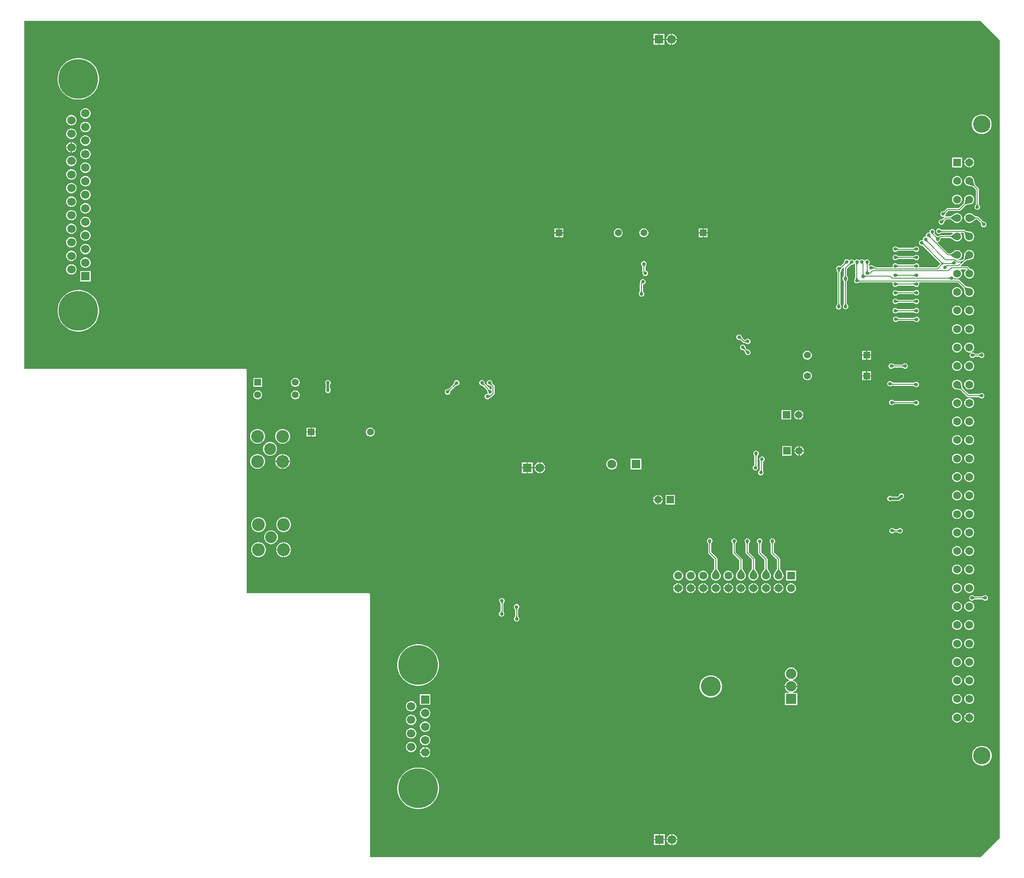
<source format=gbl>
G04*
G04 #@! TF.GenerationSoftware,Altium Limited,Altium Designer,21.9.2 (33)*
G04*
G04 Layer_Physical_Order=2*
G04 Layer_Color=16711680*
%FSLAX44Y44*%
%MOMM*%
G71*
G04*
G04 #@! TF.SameCoordinates,F3885508-5BA4-4F46-A5D4-ABF0D579B2B6*
G04*
G04*
G04 #@! TF.FilePolarity,Positive*
G04*
G01*
G75*
%ADD12C,0.2000*%
%ADD14C,0.5000*%
%ADD29C,1.8000*%
%ADD32C,1.7000*%
%ADD35R,1.7000X1.7000*%
%ADD39C,1.5000*%
%ADD43R,1.5000X1.5000*%
%ADD44C,1.6000*%
%ADD45R,1.6000X1.6000*%
%ADD61C,8.0000*%
%ADD62C,3.5000*%
%ADD63R,1.6000X1.6000*%
%ADD64C,4.0000*%
%ADD65C,2.1000*%
%ADD66R,2.1000X2.1000*%
%ADD67C,1.4000*%
%ADD68R,1.4000X1.4000*%
%ADD69C,2.6000*%
%ADD70C,2.4000*%
%ADD71R,1.4000X1.4000*%
%ADD72R,1.8000X1.8000*%
%ADD73C,0.7000*%
G36*
X1938944Y1697451D02*
X1977451Y1658944D01*
Y41056D01*
X1938944Y2549D01*
X702549Y2549D01*
X702549Y535000D01*
X702355Y535975D01*
X701802Y536802D01*
X700975Y537355D01*
X700000Y537549D01*
X452549D01*
X452549Y990000D01*
X452355Y990975D01*
X451802Y991802D01*
X450975Y992355D01*
X450000Y992549D01*
X2549Y992549D01*
X2549Y1697451D01*
X1938944Y1697451D01*
D02*
G37*
%LPC*%
G36*
X1314348Y1671000D02*
X1313900D01*
Y1661000D01*
X1323900D01*
Y1661448D01*
X1323150Y1664246D01*
X1321702Y1666754D01*
X1319654Y1668802D01*
X1317146Y1670250D01*
X1314348Y1671000D01*
D02*
G37*
G36*
X1311900D02*
X1311452D01*
X1308654Y1670250D01*
X1306146Y1668802D01*
X1304098Y1666754D01*
X1302650Y1664246D01*
X1301900Y1661448D01*
Y1661000D01*
X1311900D01*
Y1671000D01*
D02*
G37*
G36*
X1298500D02*
X1288500D01*
Y1661000D01*
X1298500D01*
Y1671000D01*
D02*
G37*
G36*
X1286500D02*
X1276500D01*
Y1661000D01*
X1286500D01*
Y1671000D01*
D02*
G37*
G36*
X1323900Y1659000D02*
X1313900D01*
Y1649000D01*
X1314348D01*
X1317146Y1649750D01*
X1319654Y1651198D01*
X1321702Y1653246D01*
X1323150Y1655754D01*
X1323900Y1658552D01*
Y1659000D01*
D02*
G37*
G36*
X1311900D02*
X1301900D01*
Y1658552D01*
X1302650Y1655754D01*
X1304098Y1653246D01*
X1306146Y1651198D01*
X1308654Y1649750D01*
X1311452Y1649000D01*
X1311900D01*
Y1659000D01*
D02*
G37*
G36*
X1298500D02*
X1288500D01*
Y1649000D01*
X1298500D01*
Y1659000D01*
D02*
G37*
G36*
X1286500D02*
X1276500D01*
Y1649000D01*
X1286500D01*
Y1659000D01*
D02*
G37*
G36*
X114553Y1622000D02*
X109047D01*
X103589Y1621281D01*
X98271Y1619856D01*
X93184Y1617749D01*
X88416Y1614997D01*
X84048Y1611645D01*
X80155Y1607752D01*
X76803Y1603384D01*
X74050Y1598616D01*
X71944Y1593529D01*
X70519Y1588211D01*
X69800Y1582753D01*
Y1577247D01*
X70519Y1571789D01*
X71944Y1566471D01*
X74050Y1561384D01*
X76803Y1556616D01*
X80155Y1552248D01*
X84048Y1548355D01*
X88416Y1545003D01*
X93184Y1542251D01*
X98271Y1540144D01*
X103589Y1538719D01*
X109047Y1538000D01*
X114553D01*
X120011Y1538719D01*
X125329Y1540144D01*
X130416Y1542251D01*
X135184Y1545003D01*
X139552Y1548355D01*
X143445Y1552248D01*
X146797Y1556616D01*
X149550Y1561384D01*
X151656Y1566471D01*
X153081Y1571789D01*
X153800Y1577247D01*
Y1582753D01*
X153081Y1588211D01*
X151656Y1593529D01*
X149550Y1598616D01*
X146797Y1603384D01*
X143445Y1607752D01*
X139552Y1611645D01*
X135184Y1614997D01*
X130416Y1617749D01*
X125329Y1619856D01*
X120011Y1621281D01*
X114553Y1622000D01*
D02*
G37*
G36*
X127382Y1520500D02*
X124618D01*
X121947Y1519784D01*
X119553Y1518402D01*
X117598Y1516447D01*
X116216Y1514053D01*
X115500Y1511382D01*
Y1508618D01*
X116216Y1505947D01*
X117598Y1503553D01*
X119553Y1501598D01*
X121947Y1500216D01*
X124618Y1499500D01*
X127382D01*
X130053Y1500216D01*
X132447Y1501598D01*
X134402Y1503553D01*
X135784Y1505947D01*
X136500Y1508618D01*
Y1511382D01*
X135784Y1514053D01*
X134402Y1516447D01*
X132447Y1518402D01*
X130053Y1519784D01*
X127382Y1520500D01*
D02*
G37*
G36*
X98982Y1506750D02*
X96218D01*
X93547Y1506034D01*
X91153Y1504652D01*
X89198Y1502697D01*
X87816Y1500303D01*
X87100Y1497632D01*
Y1494868D01*
X87816Y1492197D01*
X89198Y1489803D01*
X91153Y1487848D01*
X93547Y1486466D01*
X96218Y1485750D01*
X98982D01*
X101653Y1486466D01*
X104047Y1487848D01*
X106002Y1489803D01*
X107384Y1492197D01*
X108100Y1494868D01*
Y1497632D01*
X107384Y1500303D01*
X106002Y1502697D01*
X104047Y1504652D01*
X101653Y1506034D01*
X98982Y1506750D01*
D02*
G37*
G36*
X127382Y1493000D02*
X124618D01*
X121947Y1492284D01*
X119553Y1490902D01*
X117598Y1488947D01*
X116216Y1486553D01*
X115500Y1483882D01*
Y1481118D01*
X116216Y1478447D01*
X117598Y1476053D01*
X119553Y1474098D01*
X121947Y1472716D01*
X124618Y1472000D01*
X127382D01*
X130053Y1472716D01*
X132447Y1474098D01*
X134402Y1476053D01*
X135784Y1478447D01*
X136500Y1481118D01*
Y1483882D01*
X135784Y1486553D01*
X134402Y1488947D01*
X132447Y1490902D01*
X130053Y1492284D01*
X127382Y1493000D01*
D02*
G37*
G36*
X1942970Y1508000D02*
X1939030D01*
X1935166Y1507231D01*
X1931526Y1505724D01*
X1928251Y1503535D01*
X1925465Y1500749D01*
X1923276Y1497473D01*
X1921769Y1493834D01*
X1921000Y1489970D01*
Y1486030D01*
X1921769Y1482166D01*
X1923276Y1478526D01*
X1925465Y1475251D01*
X1928251Y1472465D01*
X1931526Y1470276D01*
X1935166Y1468769D01*
X1939030Y1468000D01*
X1942970D01*
X1946834Y1468769D01*
X1950473Y1470276D01*
X1953749Y1472465D01*
X1956535Y1475251D01*
X1958724Y1478526D01*
X1960231Y1482166D01*
X1961000Y1486030D01*
Y1489970D01*
X1960231Y1493834D01*
X1958724Y1497473D01*
X1956535Y1500749D01*
X1953749Y1503535D01*
X1950473Y1505724D01*
X1946834Y1507231D01*
X1942970Y1508000D01*
D02*
G37*
G36*
X98982Y1479250D02*
X96218D01*
X93547Y1478534D01*
X91153Y1477152D01*
X89198Y1475197D01*
X87816Y1472803D01*
X87100Y1470132D01*
Y1467368D01*
X87816Y1464697D01*
X89198Y1462303D01*
X91153Y1460348D01*
X93547Y1458966D01*
X96218Y1458250D01*
X98982D01*
X101653Y1458966D01*
X104047Y1460348D01*
X106002Y1462303D01*
X107384Y1464697D01*
X108100Y1467368D01*
Y1470132D01*
X107384Y1472803D01*
X106002Y1475197D01*
X104047Y1477152D01*
X101653Y1478534D01*
X98982Y1479250D01*
D02*
G37*
G36*
X127382Y1465500D02*
X124618D01*
X121947Y1464784D01*
X119553Y1463402D01*
X117598Y1461447D01*
X116216Y1459053D01*
X115500Y1456382D01*
Y1453618D01*
X116216Y1450947D01*
X117598Y1448553D01*
X119553Y1446598D01*
X121947Y1445216D01*
X124618Y1444500D01*
X127382D01*
X130053Y1445216D01*
X132447Y1446598D01*
X134402Y1448553D01*
X135784Y1450947D01*
X136500Y1453618D01*
Y1456382D01*
X135784Y1459053D01*
X134402Y1461447D01*
X132447Y1463402D01*
X130053Y1464784D01*
X127382Y1465500D01*
D02*
G37*
G36*
X98982Y1451750D02*
X98600D01*
Y1442250D01*
X108100D01*
Y1442632D01*
X107384Y1445303D01*
X106002Y1447697D01*
X104047Y1449652D01*
X101653Y1451034D01*
X98982Y1451750D01*
D02*
G37*
G36*
X96600D02*
X96218D01*
X93547Y1451034D01*
X91153Y1449652D01*
X89198Y1447697D01*
X87816Y1445303D01*
X87100Y1442632D01*
Y1442250D01*
X96600D01*
Y1451750D01*
D02*
G37*
G36*
X108100Y1440250D02*
X98600D01*
Y1430750D01*
X98982D01*
X101653Y1431466D01*
X104047Y1432848D01*
X106002Y1434803D01*
X107384Y1437197D01*
X108100Y1439868D01*
Y1440250D01*
D02*
G37*
G36*
X96600D02*
X87100D01*
Y1439868D01*
X87816Y1437197D01*
X89198Y1434803D01*
X91153Y1432848D01*
X93547Y1431466D01*
X96218Y1430750D01*
X96600D01*
Y1440250D01*
D02*
G37*
G36*
X127382Y1438000D02*
X124618D01*
X121947Y1437284D01*
X119553Y1435902D01*
X117598Y1433947D01*
X116216Y1431553D01*
X115500Y1428882D01*
Y1426118D01*
X116216Y1423447D01*
X117598Y1421053D01*
X119553Y1419098D01*
X121947Y1417716D01*
X124618Y1417000D01*
X127382D01*
X130053Y1417716D01*
X132447Y1419098D01*
X134402Y1421053D01*
X135784Y1423447D01*
X136500Y1426118D01*
Y1428882D01*
X135784Y1431553D01*
X134402Y1433947D01*
X132447Y1435902D01*
X130053Y1437284D01*
X127382Y1438000D01*
D02*
G37*
G36*
X1917316Y1420500D02*
X1917000D01*
Y1411500D01*
X1926000D01*
Y1411817D01*
X1925318Y1414360D01*
X1924002Y1416640D01*
X1922140Y1418502D01*
X1919860Y1419819D01*
X1917316Y1420500D01*
D02*
G37*
G36*
X1915000D02*
X1914684D01*
X1912140Y1419819D01*
X1909860Y1418502D01*
X1907998Y1416640D01*
X1906682Y1414360D01*
X1906000Y1411817D01*
Y1411500D01*
X1915000D01*
Y1420500D01*
D02*
G37*
G36*
X98982Y1424250D02*
X96218D01*
X93547Y1423534D01*
X91153Y1422152D01*
X89198Y1420197D01*
X87816Y1417803D01*
X87100Y1415132D01*
Y1412368D01*
X87816Y1409697D01*
X89198Y1407303D01*
X91153Y1405348D01*
X93547Y1403966D01*
X96218Y1403250D01*
X98982D01*
X101653Y1403966D01*
X104047Y1405348D01*
X106002Y1407303D01*
X107384Y1409697D01*
X108100Y1412368D01*
Y1415132D01*
X107384Y1417803D01*
X106002Y1420197D01*
X104047Y1422152D01*
X101653Y1423534D01*
X98982Y1424250D01*
D02*
G37*
G36*
X1926000Y1409500D02*
X1917000D01*
Y1400500D01*
X1917316D01*
X1919860Y1401181D01*
X1922140Y1402498D01*
X1924002Y1404360D01*
X1925318Y1406640D01*
X1926000Y1409184D01*
Y1409500D01*
D02*
G37*
G36*
X1915000D02*
X1906000D01*
Y1409184D01*
X1906682Y1406640D01*
X1907998Y1404360D01*
X1909860Y1402498D01*
X1912140Y1401181D01*
X1914684Y1400500D01*
X1915000D01*
Y1409500D01*
D02*
G37*
G36*
X1901000Y1420500D02*
X1881000D01*
Y1400500D01*
X1901000D01*
Y1420500D01*
D02*
G37*
G36*
X127382Y1410500D02*
X124618D01*
X121947Y1409784D01*
X119553Y1408402D01*
X117598Y1406447D01*
X116216Y1404053D01*
X115500Y1401382D01*
Y1398618D01*
X116216Y1395947D01*
X117598Y1393553D01*
X119553Y1391598D01*
X121947Y1390216D01*
X124618Y1389500D01*
X127382D01*
X130053Y1390216D01*
X132447Y1391598D01*
X134402Y1393553D01*
X135784Y1395947D01*
X136500Y1398618D01*
Y1401382D01*
X135784Y1404053D01*
X134402Y1406447D01*
X132447Y1408402D01*
X130053Y1409784D01*
X127382Y1410500D01*
D02*
G37*
G36*
X98982Y1396750D02*
X96218D01*
X93547Y1396034D01*
X91153Y1394652D01*
X89198Y1392697D01*
X87816Y1390303D01*
X87100Y1387632D01*
Y1384868D01*
X87816Y1382197D01*
X89198Y1379803D01*
X91153Y1377848D01*
X93547Y1376466D01*
X96218Y1375750D01*
X98982D01*
X101653Y1376466D01*
X104047Y1377848D01*
X106002Y1379803D01*
X107384Y1382197D01*
X108100Y1384868D01*
Y1387632D01*
X107384Y1390303D01*
X106002Y1392697D01*
X104047Y1394652D01*
X101653Y1396034D01*
X98982Y1396750D01*
D02*
G37*
G36*
X1892316Y1383000D02*
X1889684D01*
X1887140Y1382319D01*
X1884860Y1381002D01*
X1882998Y1379140D01*
X1881682Y1376860D01*
X1881000Y1374317D01*
Y1371684D01*
X1881682Y1369140D01*
X1882998Y1366860D01*
X1884860Y1364998D01*
X1887140Y1363681D01*
X1889684Y1363000D01*
X1892316D01*
X1894860Y1363681D01*
X1897140Y1364998D01*
X1899002Y1366860D01*
X1900318Y1369140D01*
X1901000Y1371684D01*
Y1374317D01*
X1900318Y1376860D01*
X1899002Y1379140D01*
X1897140Y1381002D01*
X1894860Y1382319D01*
X1892316Y1383000D01*
D02*
G37*
G36*
X127382D02*
X124618D01*
X121947Y1382284D01*
X119553Y1380902D01*
X117598Y1378947D01*
X116216Y1376553D01*
X115500Y1373882D01*
Y1371118D01*
X116216Y1368447D01*
X117598Y1366053D01*
X119553Y1364098D01*
X121947Y1362716D01*
X124618Y1362000D01*
X127382D01*
X130053Y1362716D01*
X132447Y1364098D01*
X134402Y1366053D01*
X135784Y1368447D01*
X136500Y1371118D01*
Y1373882D01*
X135784Y1376553D01*
X134402Y1378947D01*
X132447Y1380902D01*
X130053Y1382284D01*
X127382Y1383000D01*
D02*
G37*
G36*
X98982Y1369250D02*
X96218D01*
X93547Y1368534D01*
X91153Y1367152D01*
X89198Y1365197D01*
X87816Y1362803D01*
X87100Y1360132D01*
Y1357368D01*
X87816Y1354697D01*
X89198Y1352303D01*
X91153Y1350348D01*
X93547Y1348966D01*
X96218Y1348250D01*
X98982D01*
X101653Y1348966D01*
X104047Y1350348D01*
X106002Y1352303D01*
X107384Y1354697D01*
X108100Y1357368D01*
Y1360132D01*
X107384Y1362803D01*
X106002Y1365197D01*
X104047Y1367152D01*
X101653Y1368534D01*
X98982Y1369250D01*
D02*
G37*
G36*
X127382Y1355500D02*
X124618D01*
X121947Y1354784D01*
X119553Y1353402D01*
X117598Y1351447D01*
X116216Y1349053D01*
X115500Y1346382D01*
Y1343618D01*
X116216Y1340947D01*
X117598Y1338553D01*
X119553Y1336598D01*
X121947Y1335216D01*
X124618Y1334500D01*
X127382D01*
X130053Y1335216D01*
X132447Y1336598D01*
X134402Y1338553D01*
X135784Y1340947D01*
X136500Y1343618D01*
Y1346382D01*
X135784Y1349053D01*
X134402Y1351447D01*
X132447Y1353402D01*
X130053Y1354784D01*
X127382Y1355500D01*
D02*
G37*
G36*
X1892316Y1345500D02*
X1889684D01*
X1887140Y1344819D01*
X1884860Y1343502D01*
X1882998Y1341640D01*
X1881682Y1339360D01*
X1881000Y1336817D01*
Y1334184D01*
X1881682Y1331640D01*
X1882998Y1329360D01*
X1884860Y1327498D01*
X1887140Y1326181D01*
X1889684Y1325500D01*
X1892316D01*
X1894860Y1326181D01*
X1897140Y1327498D01*
X1899002Y1329360D01*
X1900318Y1331640D01*
X1901000Y1334184D01*
Y1336817D01*
X1900318Y1339360D01*
X1899002Y1341640D01*
X1897140Y1343502D01*
X1894860Y1344819D01*
X1892316Y1345500D01*
D02*
G37*
G36*
X98982Y1341750D02*
X96218D01*
X93547Y1341034D01*
X91153Y1339652D01*
X89198Y1337697D01*
X87816Y1335303D01*
X87100Y1332632D01*
Y1329868D01*
X87816Y1327197D01*
X89198Y1324803D01*
X91153Y1322848D01*
X93547Y1321466D01*
X96218Y1320750D01*
X98982D01*
X101653Y1321466D01*
X104047Y1322848D01*
X106002Y1324803D01*
X107384Y1327197D01*
X108100Y1329868D01*
Y1332632D01*
X107384Y1335303D01*
X106002Y1337697D01*
X104047Y1339652D01*
X101653Y1341034D01*
X98982Y1341750D01*
D02*
G37*
G36*
X1917316Y1345500D02*
X1914684D01*
X1912140Y1344819D01*
X1909860Y1343502D01*
X1907998Y1341640D01*
X1906682Y1339360D01*
X1906000Y1336817D01*
Y1335816D01*
X1904422Y1328247D01*
X1894233Y1318059D01*
X1872000D01*
X1872000Y1318059D01*
X1870829Y1317826D01*
X1869837Y1317163D01*
X1869837Y1317163D01*
X1864848Y1312174D01*
X1862537Y1311500D01*
X1861406D01*
X1859384Y1310663D01*
X1857837Y1309115D01*
X1857000Y1307094D01*
Y1304906D01*
X1857837Y1302885D01*
X1859384Y1301337D01*
X1861406Y1300500D01*
X1863594D01*
X1864933Y1301055D01*
X1865652Y1299978D01*
X1861762Y1296087D01*
X1859571Y1295500D01*
X1858156D01*
X1856134Y1294663D01*
X1854587Y1293116D01*
X1853750Y1291094D01*
Y1288906D01*
X1854587Y1286884D01*
X1856134Y1285337D01*
X1858156Y1284500D01*
X1860344D01*
X1862366Y1285337D01*
X1863913Y1286884D01*
X1864750Y1288906D01*
Y1289080D01*
X1865744Y1291418D01*
X1869267Y1294941D01*
X1877684D01*
X1884153Y1290705D01*
X1884860Y1289998D01*
X1887140Y1288681D01*
X1889684Y1288000D01*
X1892316D01*
X1894860Y1288681D01*
X1897140Y1289998D01*
X1899002Y1291860D01*
X1900318Y1294140D01*
X1901000Y1296684D01*
Y1299317D01*
X1900318Y1301860D01*
X1899002Y1304140D01*
X1897140Y1306002D01*
X1894860Y1307319D01*
X1892316Y1308000D01*
X1889684D01*
X1887140Y1307319D01*
X1884860Y1306002D01*
X1884153Y1305295D01*
X1877684Y1301059D01*
X1868000D01*
X1868000Y1301059D01*
X1866918Y1300844D01*
X1866841Y1300899D01*
X1866460Y1302182D01*
X1867163Y1302885D01*
X1868000Y1304906D01*
Y1305230D01*
X1868947Y1307621D01*
X1873267Y1311941D01*
X1895500D01*
X1895500Y1311941D01*
X1896671Y1312174D01*
X1897663Y1312837D01*
X1908747Y1323922D01*
X1916316Y1325500D01*
X1917316D01*
X1919860Y1326181D01*
X1922140Y1327498D01*
X1924002Y1329360D01*
X1925318Y1331640D01*
X1926000Y1334184D01*
Y1336817D01*
X1925318Y1339360D01*
X1924002Y1341640D01*
X1922140Y1343502D01*
X1919860Y1344819D01*
X1917316Y1345500D01*
D02*
G37*
G36*
Y1383000D02*
X1914684D01*
X1912140Y1382319D01*
X1909860Y1381002D01*
X1907998Y1379140D01*
X1906682Y1376860D01*
X1906000Y1374317D01*
Y1371684D01*
X1906682Y1369140D01*
X1907998Y1366860D01*
X1909860Y1364998D01*
X1912140Y1363681D01*
X1914684Y1363000D01*
X1915684D01*
X1923253Y1361422D01*
X1928941Y1355733D01*
Y1325888D01*
X1927815Y1323593D01*
X1927337Y1323116D01*
X1926500Y1321094D01*
Y1318906D01*
X1927337Y1316884D01*
X1928884Y1315337D01*
X1930906Y1314500D01*
X1933094D01*
X1935116Y1315337D01*
X1936663Y1316884D01*
X1937500Y1318906D01*
Y1321094D01*
X1936663Y1323116D01*
X1936185Y1323593D01*
X1935059Y1325888D01*
Y1357000D01*
X1935059Y1357000D01*
X1934826Y1358170D01*
X1934163Y1359163D01*
X1927578Y1365747D01*
X1926000Y1373316D01*
Y1374317D01*
X1925318Y1376860D01*
X1924002Y1379140D01*
X1922140Y1381002D01*
X1919860Y1382319D01*
X1917316Y1383000D01*
D02*
G37*
G36*
X127382Y1328000D02*
X124618D01*
X121947Y1327284D01*
X119553Y1325902D01*
X117598Y1323947D01*
X116216Y1321553D01*
X115500Y1318882D01*
Y1316118D01*
X116216Y1313447D01*
X117598Y1311053D01*
X119553Y1309098D01*
X121947Y1307716D01*
X124618Y1307000D01*
X127382D01*
X130053Y1307716D01*
X132447Y1309098D01*
X134402Y1311053D01*
X135784Y1313447D01*
X136500Y1316118D01*
Y1318882D01*
X135784Y1321553D01*
X134402Y1323947D01*
X132447Y1325902D01*
X130053Y1327284D01*
X127382Y1328000D01*
D02*
G37*
G36*
X98982Y1314250D02*
X96218D01*
X93547Y1313534D01*
X91153Y1312152D01*
X89198Y1310197D01*
X87816Y1307803D01*
X87100Y1305132D01*
Y1302368D01*
X87816Y1299697D01*
X89198Y1297303D01*
X91153Y1295348D01*
X93547Y1293966D01*
X96218Y1293250D01*
X98982D01*
X101653Y1293966D01*
X104047Y1295348D01*
X106002Y1297303D01*
X107384Y1299697D01*
X108100Y1302368D01*
Y1305132D01*
X107384Y1307803D01*
X106002Y1310197D01*
X104047Y1312152D01*
X101653Y1313534D01*
X98982Y1314250D01*
D02*
G37*
G36*
X127382Y1300500D02*
X124618D01*
X121947Y1299784D01*
X119553Y1298402D01*
X117598Y1296447D01*
X116216Y1294053D01*
X115500Y1291382D01*
Y1288618D01*
X116216Y1285947D01*
X117598Y1283553D01*
X119553Y1281598D01*
X121947Y1280216D01*
X124618Y1279500D01*
X127382D01*
X130053Y1280216D01*
X132447Y1281598D01*
X134402Y1283553D01*
X135784Y1285947D01*
X136500Y1288618D01*
Y1291382D01*
X135784Y1294053D01*
X134402Y1296447D01*
X132447Y1298402D01*
X130053Y1299784D01*
X127382Y1300500D01*
D02*
G37*
G36*
X1917316Y1308000D02*
X1914684D01*
X1912140Y1307319D01*
X1909860Y1306002D01*
X1907998Y1304140D01*
X1906682Y1301860D01*
X1906000Y1299317D01*
Y1296684D01*
X1906682Y1294140D01*
X1907998Y1291860D01*
X1909860Y1289998D01*
X1912140Y1288681D01*
X1914684Y1288000D01*
X1917316D01*
X1919860Y1288681D01*
X1922140Y1289998D01*
X1922847Y1290705D01*
X1929316Y1294941D01*
X1931733D01*
X1939162Y1287512D01*
X1939750Y1285321D01*
Y1283906D01*
X1940587Y1281884D01*
X1942135Y1280337D01*
X1944156Y1279500D01*
X1946344D01*
X1948365Y1280337D01*
X1949913Y1281884D01*
X1950750Y1283906D01*
Y1286094D01*
X1949913Y1288116D01*
X1948365Y1289663D01*
X1946344Y1290500D01*
X1946170D01*
X1943832Y1291494D01*
X1935163Y1300163D01*
X1934171Y1300826D01*
X1933000Y1301059D01*
X1933000Y1301059D01*
X1929316D01*
X1922847Y1305295D01*
X1922140Y1306002D01*
X1919860Y1307319D01*
X1917316Y1308000D01*
D02*
G37*
G36*
X1386000Y1277000D02*
X1378000D01*
Y1269000D01*
X1386000D01*
Y1277000D01*
D02*
G37*
G36*
X1376000D02*
X1368000D01*
Y1269000D01*
X1376000D01*
Y1277000D01*
D02*
G37*
G36*
X1094000D02*
X1086000D01*
Y1269000D01*
X1094000D01*
Y1277000D01*
D02*
G37*
G36*
X1084000D02*
X1076000D01*
Y1269000D01*
X1084000D01*
Y1277000D01*
D02*
G37*
G36*
X98982Y1286750D02*
X96218D01*
X93547Y1286034D01*
X91153Y1284652D01*
X89198Y1282697D01*
X87816Y1280303D01*
X87100Y1277632D01*
Y1274868D01*
X87816Y1272197D01*
X89198Y1269803D01*
X91153Y1267848D01*
X93547Y1266466D01*
X96218Y1265750D01*
X98982D01*
X101653Y1266466D01*
X104047Y1267848D01*
X106002Y1269803D01*
X107384Y1272197D01*
X108100Y1274868D01*
Y1277632D01*
X107384Y1280303D01*
X106002Y1282697D01*
X104047Y1284652D01*
X101653Y1286034D01*
X98982Y1286750D01*
D02*
G37*
G36*
X1855094Y1276500D02*
X1852906D01*
X1850885Y1275663D01*
X1849337Y1274116D01*
X1848500Y1272094D01*
Y1269906D01*
X1849337Y1267885D01*
X1850885Y1266337D01*
X1852906Y1265500D01*
X1855094D01*
X1857115Y1266337D01*
X1857594Y1266815D01*
X1859888Y1267941D01*
X1882058D01*
X1882437Y1266671D01*
X1877684Y1263559D01*
X1857500D01*
X1857500Y1263559D01*
X1856329Y1263326D01*
X1855337Y1262663D01*
X1855337Y1262663D01*
X1854000Y1261326D01*
X1852220Y1260718D01*
X1850379Y1261447D01*
X1845302Y1266524D01*
X1845663Y1266885D01*
X1846500Y1268906D01*
Y1271094D01*
X1845663Y1273115D01*
X1844115Y1274663D01*
X1842094Y1275500D01*
X1839906D01*
X1837885Y1274663D01*
X1836337Y1273115D01*
X1835500Y1271094D01*
Y1269396D01*
X1834409Y1268473D01*
X1834344Y1268500D01*
X1832156D01*
X1830134Y1267663D01*
X1828587Y1266115D01*
X1827750Y1264094D01*
Y1261906D01*
X1827999Y1261306D01*
X1827293Y1260250D01*
X1826406D01*
X1824384Y1259413D01*
X1822837Y1257866D01*
X1822000Y1255844D01*
Y1253939D01*
X1821314Y1253267D01*
X1820887Y1253025D01*
X1820344Y1253250D01*
X1818156D01*
X1816134Y1252413D01*
X1814587Y1250865D01*
X1813750Y1248844D01*
Y1246656D01*
X1814587Y1244634D01*
X1816134Y1243087D01*
X1818156Y1242250D01*
X1819287D01*
X1821598Y1241576D01*
X1856751Y1206423D01*
Y1205076D01*
X1849733Y1198059D01*
X1814981D01*
X1814276Y1199115D01*
X1814500Y1199656D01*
Y1201844D01*
X1813663Y1203866D01*
X1812115Y1205413D01*
X1810094Y1206250D01*
X1807906D01*
X1805885Y1205413D01*
X1805406Y1204935D01*
X1803112Y1203809D01*
X1771888D01*
X1769594Y1204935D01*
X1769115Y1205413D01*
X1767094Y1206250D01*
X1764906D01*
X1762885Y1205413D01*
X1761337Y1203866D01*
X1760500Y1201844D01*
Y1199656D01*
X1760724Y1199115D01*
X1760019Y1198059D01*
X1727267D01*
X1726259Y1199067D01*
X1725267Y1199730D01*
X1724096Y1199963D01*
X1724096Y1199963D01*
X1722930D01*
X1720672Y1201106D01*
X1720116Y1201663D01*
X1718094Y1202500D01*
X1715906D01*
X1713884Y1201663D01*
X1713329Y1201107D01*
X1712059Y1201633D01*
Y1202862D01*
X1713185Y1205156D01*
X1713663Y1205635D01*
X1714500Y1207656D01*
Y1209844D01*
X1713663Y1211865D01*
X1712115Y1213413D01*
X1710094Y1214250D01*
X1707906D01*
X1705885Y1213413D01*
X1704479Y1212007D01*
X1703750Y1211929D01*
X1703021Y1212007D01*
X1701615Y1213413D01*
X1699594Y1214250D01*
X1697406D01*
X1695385Y1213413D01*
X1694330Y1212358D01*
X1693500Y1212008D01*
X1692670Y1212358D01*
X1691615Y1213413D01*
X1689594Y1214250D01*
X1687406D01*
X1685385Y1213413D01*
X1683837Y1211865D01*
X1683760Y1211679D01*
X1682490D01*
X1682413Y1211865D01*
X1680865Y1213413D01*
X1678844Y1214250D01*
X1676656D01*
X1674635Y1213413D01*
X1673656Y1212434D01*
X1672589Y1212161D01*
X1672045Y1212483D01*
X1670865Y1213663D01*
X1668844Y1214500D01*
X1666656D01*
X1664635Y1213663D01*
X1663087Y1212115D01*
X1662250Y1210094D01*
Y1209418D01*
X1661424Y1207000D01*
X1655456Y1201032D01*
X1654068Y1200846D01*
X1653094Y1201250D01*
X1650906D01*
X1648884Y1200413D01*
X1647337Y1198866D01*
X1646500Y1196844D01*
Y1194656D01*
X1647337Y1192635D01*
X1647676Y1192296D01*
X1647666Y1192281D01*
X1647653Y1192216D01*
X1647620Y1192160D01*
X1647576Y1191828D01*
X1647511Y1191500D01*
X1647524Y1191436D01*
X1647515Y1191371D01*
X1647601Y1191048D01*
X1647666Y1190720D01*
X1647702Y1190666D01*
X1647719Y1190602D01*
X1648941Y1188112D01*
Y1124322D01*
X1647801Y1122329D01*
X1646837Y1121366D01*
X1646000Y1119344D01*
Y1117156D01*
X1646837Y1115135D01*
X1648385Y1113587D01*
X1650406Y1112750D01*
X1652594D01*
X1654615Y1113587D01*
X1656163Y1115135D01*
X1657000Y1117156D01*
Y1119344D01*
X1656163Y1121366D01*
X1656022Y1121506D01*
X1655059Y1123865D01*
Y1188112D01*
X1656281Y1190602D01*
X1656297Y1190666D01*
X1656334Y1190720D01*
X1656399Y1191048D01*
X1656485Y1191371D01*
X1656476Y1191436D01*
X1656489Y1191500D01*
X1656424Y1191828D01*
X1656380Y1192160D01*
X1656347Y1192216D01*
X1656334Y1192281D01*
X1656324Y1192296D01*
X1656663Y1192635D01*
X1656841Y1193065D01*
X1658462Y1195386D01*
X1661453Y1198377D01*
X1662439Y1197567D01*
X1662174Y1197170D01*
X1661941Y1196000D01*
X1661941Y1196000D01*
Y1180888D01*
X1660815Y1178594D01*
X1660337Y1178115D01*
X1659500Y1176094D01*
Y1173906D01*
X1660337Y1171885D01*
X1660815Y1171406D01*
X1661941Y1169112D01*
Y1124263D01*
X1660884Y1121912D01*
X1660587Y1121616D01*
X1659750Y1119594D01*
Y1117406D01*
X1660587Y1115385D01*
X1662135Y1113837D01*
X1664156Y1113000D01*
X1666344D01*
X1668365Y1113837D01*
X1669913Y1115385D01*
X1670750Y1117406D01*
Y1119594D01*
X1669913Y1121616D01*
X1669217Y1122311D01*
X1668059Y1124490D01*
Y1169112D01*
X1669185Y1171406D01*
X1669663Y1171885D01*
X1670500Y1173906D01*
Y1176094D01*
X1669663Y1178115D01*
X1669185Y1178594D01*
X1668059Y1180888D01*
Y1194733D01*
X1675750Y1202424D01*
X1678168Y1203250D01*
X1678844D01*
X1680865Y1204087D01*
X1682413Y1205635D01*
X1682490Y1205821D01*
X1683760D01*
X1683837Y1205635D01*
X1683978Y1205494D01*
X1684941Y1203135D01*
Y1176888D01*
X1683815Y1174594D01*
X1683337Y1174116D01*
X1682500Y1172094D01*
Y1169906D01*
X1683337Y1167885D01*
X1684884Y1166337D01*
X1686906Y1165500D01*
X1689094D01*
X1691116Y1166337D01*
X1691118Y1166340D01*
X1693440Y1167191D01*
X1759994D01*
X1760843Y1165921D01*
X1760500Y1165094D01*
Y1162906D01*
X1761337Y1160884D01*
X1762885Y1159337D01*
X1764906Y1158500D01*
X1767094D01*
X1769115Y1159337D01*
X1769594Y1159815D01*
X1771888Y1160941D01*
X1803112D01*
X1805406Y1159815D01*
X1805885Y1159337D01*
X1807906Y1158500D01*
X1810094D01*
X1812115Y1159337D01*
X1813663Y1160884D01*
X1814500Y1162906D01*
Y1165094D01*
X1814157Y1165921D01*
X1815006Y1167191D01*
X1892483D01*
X1904422Y1155253D01*
X1906000Y1147684D01*
Y1146684D01*
X1906682Y1144140D01*
X1907998Y1141860D01*
X1909860Y1139998D01*
X1912140Y1138681D01*
X1914684Y1138000D01*
X1917316D01*
X1919860Y1138681D01*
X1922140Y1139998D01*
X1924002Y1141860D01*
X1925318Y1144140D01*
X1926000Y1146684D01*
Y1149316D01*
X1925318Y1151860D01*
X1924002Y1154140D01*
X1922140Y1156002D01*
X1919860Y1157318D01*
X1917316Y1158000D01*
X1916316D01*
X1908747Y1159578D01*
X1895913Y1172413D01*
X1894921Y1173076D01*
X1893750Y1173309D01*
X1893750Y1173309D01*
X1885981D01*
X1885276Y1174365D01*
X1885500Y1174906D01*
Y1175662D01*
X1886770Y1176395D01*
X1887140Y1176181D01*
X1889684Y1175500D01*
X1892316D01*
X1894860Y1176181D01*
X1897140Y1177498D01*
X1899002Y1179360D01*
X1900318Y1181640D01*
X1901000Y1184184D01*
Y1186816D01*
X1900318Y1189360D01*
X1899002Y1191640D01*
X1897971Y1192671D01*
X1898497Y1193941D01*
X1908503D01*
X1909029Y1192671D01*
X1907998Y1191640D01*
X1906682Y1189360D01*
X1906000Y1186816D01*
Y1184184D01*
X1906682Y1181640D01*
X1907998Y1179360D01*
X1909860Y1177498D01*
X1912140Y1176181D01*
X1914684Y1175500D01*
X1917316D01*
X1919860Y1176181D01*
X1922140Y1177498D01*
X1924002Y1179360D01*
X1925318Y1181640D01*
X1926000Y1184184D01*
Y1186816D01*
X1925318Y1189360D01*
X1924002Y1191640D01*
X1922140Y1193502D01*
X1919860Y1194818D01*
X1917316Y1195500D01*
X1917140D01*
X1916858Y1195895D01*
X1916798Y1196199D01*
X1916135Y1197191D01*
X1916135Y1197191D01*
X1914163Y1199163D01*
X1913170Y1199826D01*
X1912000Y1200059D01*
X1912000Y1200059D01*
X1899044D01*
X1898558Y1201232D01*
X1904163Y1206837D01*
X1904163Y1206837D01*
X1908747Y1211422D01*
X1916316Y1213000D01*
X1917316D01*
X1919860Y1213681D01*
X1922140Y1214998D01*
X1924002Y1216860D01*
X1925318Y1219140D01*
X1926000Y1221684D01*
Y1224316D01*
X1925318Y1226860D01*
X1924002Y1229140D01*
X1922140Y1231002D01*
X1919860Y1232318D01*
X1917316Y1233000D01*
X1914684D01*
X1912140Y1232318D01*
X1909860Y1231002D01*
X1907998Y1229140D01*
X1906682Y1226860D01*
X1906000Y1224316D01*
Y1223316D01*
X1904422Y1215747D01*
X1901798Y1213123D01*
X1899227Y1212059D01*
X1893711D01*
X1893544Y1213329D01*
X1894860Y1213681D01*
X1897140Y1214998D01*
X1899002Y1216860D01*
X1900318Y1219140D01*
X1901000Y1221684D01*
Y1224316D01*
X1900318Y1226860D01*
X1899002Y1229140D01*
X1897140Y1231002D01*
X1894860Y1232318D01*
X1892316Y1233000D01*
X1889684D01*
X1887140Y1232318D01*
X1884860Y1231002D01*
X1884153Y1230295D01*
X1877684Y1226059D01*
X1873767D01*
X1851596Y1248230D01*
X1852122Y1249500D01*
X1853094D01*
X1855116Y1250337D01*
X1856663Y1251885D01*
X1857500Y1253906D01*
Y1254582D01*
X1858326Y1257000D01*
X1858767Y1257441D01*
X1877684D01*
X1884153Y1253205D01*
X1884860Y1252498D01*
X1887140Y1251181D01*
X1889684Y1250500D01*
X1892316D01*
X1894860Y1251181D01*
X1897140Y1252498D01*
X1899002Y1254360D01*
X1900318Y1256640D01*
X1901000Y1259184D01*
Y1261816D01*
X1900318Y1264360D01*
X1899002Y1266640D01*
X1898874Y1266768D01*
X1899360Y1267941D01*
X1904233D01*
X1904422Y1267753D01*
X1906000Y1260184D01*
Y1259184D01*
X1906682Y1256640D01*
X1907998Y1254360D01*
X1909860Y1252498D01*
X1912140Y1251181D01*
X1914684Y1250500D01*
X1917316D01*
X1919860Y1251181D01*
X1922140Y1252498D01*
X1924002Y1254360D01*
X1925318Y1256640D01*
X1926000Y1259184D01*
Y1261816D01*
X1925318Y1264360D01*
X1924002Y1266640D01*
X1922140Y1268502D01*
X1919860Y1269818D01*
X1917316Y1270500D01*
X1916316D01*
X1908747Y1272078D01*
X1907663Y1273163D01*
X1906671Y1273826D01*
X1905500Y1274059D01*
X1905500Y1274059D01*
X1859888D01*
X1857594Y1275185D01*
X1857115Y1275663D01*
X1855094Y1276500D01*
D02*
G37*
G36*
X1386000Y1267000D02*
X1378000D01*
Y1259000D01*
X1386000D01*
Y1267000D01*
D02*
G37*
G36*
X1376000D02*
X1368000D01*
Y1259000D01*
X1376000D01*
Y1267000D01*
D02*
G37*
G36*
X1258185Y1277000D02*
X1255815D01*
X1253526Y1276387D01*
X1251474Y1275202D01*
X1249798Y1273526D01*
X1248613Y1271474D01*
X1248000Y1269185D01*
Y1266815D01*
X1248613Y1264526D01*
X1249798Y1262474D01*
X1251474Y1260798D01*
X1253526Y1259613D01*
X1255815Y1259000D01*
X1258185D01*
X1260474Y1259613D01*
X1262526Y1260798D01*
X1264202Y1262474D01*
X1265387Y1264526D01*
X1266000Y1266815D01*
Y1269185D01*
X1265387Y1271474D01*
X1264202Y1273526D01*
X1262526Y1275202D01*
X1260474Y1276387D01*
X1258185Y1277000D01*
D02*
G37*
G36*
X1206185D02*
X1203815D01*
X1201526Y1276387D01*
X1199474Y1275202D01*
X1197798Y1273526D01*
X1196613Y1271474D01*
X1196000Y1269185D01*
Y1266815D01*
X1196613Y1264526D01*
X1197798Y1262474D01*
X1199474Y1260798D01*
X1201526Y1259613D01*
X1203815Y1259000D01*
X1206185D01*
X1208474Y1259613D01*
X1210526Y1260798D01*
X1212202Y1262474D01*
X1213387Y1264526D01*
X1214000Y1266815D01*
Y1269185D01*
X1213387Y1271474D01*
X1212202Y1273526D01*
X1210526Y1275202D01*
X1208474Y1276387D01*
X1206185Y1277000D01*
D02*
G37*
G36*
X1094000Y1267000D02*
X1086000D01*
Y1259000D01*
X1094000D01*
Y1267000D01*
D02*
G37*
G36*
X1084000D02*
X1076000D01*
Y1259000D01*
X1084000D01*
Y1267000D01*
D02*
G37*
G36*
X127382Y1273000D02*
X124618D01*
X121947Y1272284D01*
X119553Y1270902D01*
X117598Y1268947D01*
X116216Y1266553D01*
X115500Y1263882D01*
Y1261118D01*
X116216Y1258447D01*
X117598Y1256053D01*
X119553Y1254098D01*
X121947Y1252716D01*
X124618Y1252000D01*
X127382D01*
X130053Y1252716D01*
X132447Y1254098D01*
X134402Y1256053D01*
X135784Y1258447D01*
X136500Y1261118D01*
Y1263882D01*
X135784Y1266553D01*
X134402Y1268947D01*
X132447Y1270902D01*
X130053Y1272284D01*
X127382Y1273000D01*
D02*
G37*
G36*
X98982Y1259250D02*
X96218D01*
X93547Y1258534D01*
X91153Y1257152D01*
X89198Y1255197D01*
X87816Y1252803D01*
X87100Y1250132D01*
Y1247368D01*
X87816Y1244697D01*
X89198Y1242303D01*
X91153Y1240348D01*
X93547Y1238966D01*
X96218Y1238250D01*
X98982D01*
X101653Y1238966D01*
X104047Y1240348D01*
X106002Y1242303D01*
X107384Y1244697D01*
X108100Y1247368D01*
Y1250132D01*
X107384Y1252803D01*
X106002Y1255197D01*
X104047Y1257152D01*
X101653Y1258534D01*
X98982Y1259250D01*
D02*
G37*
G36*
X1810094Y1240500D02*
X1807906D01*
X1805885Y1239663D01*
X1805123Y1238902D01*
X1802986Y1237742D01*
X1772014D01*
X1769877Y1238902D01*
X1769115Y1239663D01*
X1767094Y1240500D01*
X1764906D01*
X1762885Y1239663D01*
X1761337Y1238115D01*
X1760500Y1236094D01*
Y1233906D01*
X1761337Y1231885D01*
X1762885Y1230337D01*
X1764906Y1229500D01*
X1767094D01*
X1769115Y1230337D01*
X1769368Y1230590D01*
X1771726Y1231625D01*
X1803274D01*
X1805632Y1230590D01*
X1805885Y1230337D01*
X1807906Y1229500D01*
X1810094D01*
X1812115Y1230337D01*
X1813663Y1231885D01*
X1814500Y1233906D01*
Y1236094D01*
X1813663Y1238115D01*
X1812115Y1239663D01*
X1810094Y1240500D01*
D02*
G37*
G36*
X127382Y1245500D02*
X124618D01*
X121947Y1244784D01*
X119553Y1243402D01*
X117598Y1241447D01*
X116216Y1239053D01*
X115500Y1236382D01*
Y1233618D01*
X116216Y1230947D01*
X117598Y1228553D01*
X119553Y1226598D01*
X121947Y1225216D01*
X124618Y1224500D01*
X127382D01*
X130053Y1225216D01*
X132447Y1226598D01*
X134402Y1228553D01*
X135784Y1230947D01*
X136500Y1233618D01*
Y1236382D01*
X135784Y1239053D01*
X134402Y1241447D01*
X132447Y1243402D01*
X130053Y1244784D01*
X127382Y1245500D01*
D02*
G37*
G36*
X1810094Y1223500D02*
X1807906D01*
X1805885Y1222663D01*
X1805406Y1222185D01*
X1803112Y1221059D01*
X1771888D01*
X1769594Y1222185D01*
X1769115Y1222663D01*
X1767094Y1223500D01*
X1764906D01*
X1762885Y1222663D01*
X1761337Y1221115D01*
X1760500Y1219094D01*
Y1216906D01*
X1761337Y1214884D01*
X1762885Y1213337D01*
X1764906Y1212500D01*
X1767094D01*
X1769115Y1213337D01*
X1769594Y1213815D01*
X1771888Y1214941D01*
X1803112D01*
X1805406Y1213815D01*
X1805885Y1213337D01*
X1807906Y1212500D01*
X1810094D01*
X1812115Y1213337D01*
X1813663Y1214884D01*
X1814500Y1216906D01*
Y1219094D01*
X1813663Y1221115D01*
X1812115Y1222663D01*
X1810094Y1223500D01*
D02*
G37*
G36*
X98982Y1231750D02*
X96218D01*
X93547Y1231034D01*
X91153Y1229652D01*
X89198Y1227697D01*
X87816Y1225303D01*
X87100Y1222632D01*
Y1219868D01*
X87816Y1217197D01*
X89198Y1214803D01*
X91153Y1212848D01*
X93547Y1211466D01*
X96218Y1210750D01*
X98982D01*
X101653Y1211466D01*
X104047Y1212848D01*
X106002Y1214803D01*
X107384Y1217197D01*
X108100Y1219868D01*
Y1222632D01*
X107384Y1225303D01*
X106002Y1227697D01*
X104047Y1229652D01*
X101653Y1231034D01*
X98982Y1231750D01*
D02*
G37*
G36*
X127382Y1218000D02*
X124618D01*
X121947Y1217284D01*
X119553Y1215902D01*
X117598Y1213947D01*
X116216Y1211553D01*
X115500Y1208882D01*
Y1206118D01*
X116216Y1203447D01*
X117598Y1201053D01*
X119553Y1199098D01*
X121947Y1197716D01*
X124618Y1197000D01*
X127382D01*
X130053Y1197716D01*
X132447Y1199098D01*
X134402Y1201053D01*
X135784Y1203447D01*
X136500Y1206118D01*
Y1208882D01*
X135784Y1211553D01*
X134402Y1213947D01*
X132447Y1215902D01*
X130053Y1217284D01*
X127382Y1218000D01*
D02*
G37*
G36*
X98982Y1204250D02*
X96218D01*
X93547Y1203534D01*
X91153Y1202152D01*
X89198Y1200197D01*
X87816Y1197803D01*
X87100Y1195132D01*
Y1192368D01*
X87816Y1189697D01*
X89198Y1187303D01*
X91153Y1185348D01*
X93547Y1183966D01*
X96218Y1183250D01*
X98982D01*
X101653Y1183966D01*
X104047Y1185348D01*
X106002Y1187303D01*
X107384Y1189697D01*
X108100Y1192368D01*
Y1195132D01*
X107384Y1197803D01*
X106002Y1200197D01*
X104047Y1202152D01*
X101653Y1203534D01*
X98982Y1204250D01*
D02*
G37*
G36*
X1258094Y1210500D02*
X1255906D01*
X1253885Y1209663D01*
X1252337Y1208115D01*
X1251500Y1206094D01*
Y1203906D01*
X1252337Y1201885D01*
X1252815Y1201406D01*
X1253941Y1199112D01*
Y1189672D01*
X1253941Y1189672D01*
X1254174Y1188501D01*
X1254500Y1188014D01*
X1254516Y1187965D01*
X1254570Y1187867D01*
X1254250Y1187094D01*
Y1184906D01*
X1255087Y1182885D01*
X1256635Y1181337D01*
X1258656Y1180500D01*
X1260844D01*
X1262866Y1181337D01*
X1264413Y1182885D01*
X1265250Y1184906D01*
Y1187094D01*
X1264413Y1189116D01*
X1262866Y1190663D01*
X1260844Y1191500D01*
X1260059D01*
Y1199112D01*
X1261185Y1201406D01*
X1261663Y1201885D01*
X1262500Y1203906D01*
Y1206094D01*
X1261663Y1208115D01*
X1260116Y1209663D01*
X1258094Y1210500D01*
D02*
G37*
G36*
X136500Y1190500D02*
X115500D01*
Y1169500D01*
X136500D01*
Y1190500D01*
D02*
G37*
G36*
X1810094Y1152000D02*
X1807906D01*
X1805885Y1151163D01*
X1805406Y1150685D01*
X1803112Y1149559D01*
X1771615D01*
X1769256Y1150522D01*
X1769115Y1150663D01*
X1767094Y1151500D01*
X1764906D01*
X1762885Y1150663D01*
X1761337Y1149116D01*
X1760500Y1147094D01*
Y1144906D01*
X1761337Y1142885D01*
X1762885Y1141337D01*
X1764906Y1140500D01*
X1767094D01*
X1769115Y1141337D01*
X1770079Y1142301D01*
X1772072Y1143441D01*
X1803112D01*
X1805406Y1142315D01*
X1805885Y1141837D01*
X1807906Y1141000D01*
X1810094D01*
X1812115Y1141837D01*
X1813663Y1143384D01*
X1814500Y1145406D01*
Y1147594D01*
X1813663Y1149615D01*
X1812115Y1151163D01*
X1810094Y1152000D01*
D02*
G37*
G36*
X1256094Y1174500D02*
X1253906D01*
X1251885Y1173663D01*
X1250337Y1172115D01*
X1249500Y1170094D01*
Y1167906D01*
X1249697Y1167430D01*
X1249456Y1166920D01*
X1249174Y1166499D01*
X1248941Y1165328D01*
X1248941Y1165328D01*
Y1149888D01*
X1247815Y1147594D01*
X1247337Y1147115D01*
X1246500Y1145094D01*
Y1142906D01*
X1247337Y1140884D01*
X1248885Y1139337D01*
X1250906Y1138500D01*
X1253094D01*
X1255116Y1139337D01*
X1256663Y1140884D01*
X1257500Y1142906D01*
Y1145094D01*
X1256663Y1147115D01*
X1256185Y1147594D01*
X1255059Y1149888D01*
Y1163500D01*
X1256094D01*
X1258115Y1164337D01*
X1259663Y1165884D01*
X1260500Y1167906D01*
Y1170094D01*
X1259663Y1172115D01*
X1258115Y1173663D01*
X1256094Y1174500D01*
D02*
G37*
G36*
X1892316Y1158000D02*
X1889684D01*
X1887140Y1157318D01*
X1884860Y1156002D01*
X1882998Y1154140D01*
X1881682Y1151860D01*
X1881000Y1149316D01*
Y1146684D01*
X1881682Y1144140D01*
X1882998Y1141860D01*
X1884860Y1139998D01*
X1887140Y1138681D01*
X1889684Y1138000D01*
X1892316D01*
X1894860Y1138681D01*
X1897140Y1139998D01*
X1899002Y1141860D01*
X1900318Y1144140D01*
X1901000Y1146684D01*
Y1149316D01*
X1900318Y1151860D01*
X1899002Y1154140D01*
X1897140Y1156002D01*
X1894860Y1157318D01*
X1892316Y1158000D01*
D02*
G37*
G36*
X1810094Y1134500D02*
X1807906D01*
X1805885Y1133663D01*
X1805406Y1133185D01*
X1803112Y1132059D01*
X1771888D01*
X1769594Y1133185D01*
X1769115Y1133663D01*
X1767094Y1134500D01*
X1764906D01*
X1762885Y1133663D01*
X1761337Y1132115D01*
X1760500Y1130094D01*
Y1127906D01*
X1761337Y1125884D01*
X1762885Y1124337D01*
X1764906Y1123500D01*
X1767094D01*
X1769115Y1124337D01*
X1769594Y1124815D01*
X1771888Y1125941D01*
X1803112D01*
X1805406Y1124815D01*
X1805885Y1124337D01*
X1807906Y1123500D01*
X1810094D01*
X1812115Y1124337D01*
X1813663Y1125884D01*
X1814500Y1127906D01*
Y1130094D01*
X1813663Y1132115D01*
X1812115Y1133663D01*
X1810094Y1134500D01*
D02*
G37*
G36*
Y1115500D02*
X1807906D01*
X1805885Y1114663D01*
X1805406Y1114185D01*
X1803112Y1113059D01*
X1771888D01*
X1769594Y1114185D01*
X1769115Y1114663D01*
X1767094Y1115500D01*
X1764906D01*
X1762885Y1114663D01*
X1761337Y1113115D01*
X1760500Y1111094D01*
Y1108906D01*
X1761337Y1106885D01*
X1762885Y1105337D01*
X1764906Y1104500D01*
X1767094D01*
X1769115Y1105337D01*
X1769594Y1105815D01*
X1771888Y1106941D01*
X1803112D01*
X1805406Y1105815D01*
X1805885Y1105337D01*
X1807906Y1104500D01*
X1810094D01*
X1812115Y1105337D01*
X1813663Y1106885D01*
X1814500Y1108906D01*
Y1111094D01*
X1813663Y1113115D01*
X1812115Y1114663D01*
X1810094Y1115500D01*
D02*
G37*
G36*
X1917316Y1120500D02*
X1914684D01*
X1912140Y1119818D01*
X1909860Y1118502D01*
X1907998Y1116640D01*
X1906682Y1114360D01*
X1906000Y1111816D01*
Y1109184D01*
X1906682Y1106640D01*
X1907998Y1104360D01*
X1909860Y1102498D01*
X1912140Y1101181D01*
X1914684Y1100500D01*
X1917316D01*
X1919860Y1101181D01*
X1922140Y1102498D01*
X1924002Y1104360D01*
X1925318Y1106640D01*
X1926000Y1109184D01*
Y1111816D01*
X1925318Y1114360D01*
X1924002Y1116640D01*
X1922140Y1118502D01*
X1919860Y1119818D01*
X1917316Y1120500D01*
D02*
G37*
G36*
X1892316D02*
X1889684D01*
X1887140Y1119818D01*
X1884860Y1118502D01*
X1882998Y1116640D01*
X1881682Y1114360D01*
X1881000Y1111816D01*
Y1109184D01*
X1881682Y1106640D01*
X1882998Y1104360D01*
X1884860Y1102498D01*
X1887140Y1101181D01*
X1889684Y1100500D01*
X1892316D01*
X1894860Y1101181D01*
X1897140Y1102498D01*
X1899002Y1104360D01*
X1900318Y1106640D01*
X1901000Y1109184D01*
Y1111816D01*
X1900318Y1114360D01*
X1899002Y1116640D01*
X1897140Y1118502D01*
X1894860Y1119818D01*
X1892316Y1120500D01*
D02*
G37*
G36*
X1768094Y1098500D02*
X1765906D01*
X1763884Y1097663D01*
X1762337Y1096115D01*
X1761500Y1094094D01*
Y1091906D01*
X1762337Y1089884D01*
X1763884Y1088337D01*
X1765906Y1087500D01*
X1768094D01*
X1770116Y1088337D01*
X1770136Y1088358D01*
X1772465Y1089225D01*
X1803544D01*
X1805839Y1088099D01*
X1806317Y1087621D01*
X1808338Y1086784D01*
X1810526D01*
X1812548Y1087621D01*
X1814095Y1089168D01*
X1814932Y1091190D01*
Y1093378D01*
X1814095Y1095399D01*
X1812548Y1096946D01*
X1810526Y1097784D01*
X1808338D01*
X1806317Y1096946D01*
X1805839Y1096468D01*
X1803544Y1095343D01*
X1773127D01*
X1771368Y1096410D01*
X1770116Y1097663D01*
X1768094Y1098500D01*
D02*
G37*
G36*
X114553Y1152000D02*
X109047D01*
X103589Y1151281D01*
X98271Y1149856D01*
X93184Y1147749D01*
X88416Y1144997D01*
X84048Y1141645D01*
X80155Y1137752D01*
X76803Y1133384D01*
X74050Y1128616D01*
X71944Y1123529D01*
X70519Y1118211D01*
X69800Y1112753D01*
Y1107247D01*
X70519Y1101789D01*
X71944Y1096471D01*
X74050Y1091384D01*
X76803Y1086616D01*
X80155Y1082248D01*
X84048Y1078355D01*
X88416Y1075003D01*
X93184Y1072251D01*
X98271Y1070144D01*
X103589Y1068719D01*
X109047Y1068000D01*
X114553D01*
X120011Y1068719D01*
X125329Y1070144D01*
X130416Y1072251D01*
X135184Y1075003D01*
X139552Y1078355D01*
X143445Y1082248D01*
X146797Y1086616D01*
X149550Y1091384D01*
X151656Y1096471D01*
X153081Y1101789D01*
X153800Y1107247D01*
Y1112753D01*
X153081Y1118211D01*
X151656Y1123529D01*
X149550Y1128616D01*
X146797Y1133384D01*
X143445Y1137752D01*
X139552Y1141645D01*
X135184Y1144997D01*
X130416Y1147749D01*
X125329Y1149856D01*
X120011Y1151281D01*
X114553Y1152000D01*
D02*
G37*
G36*
X1917316Y1083000D02*
X1914684D01*
X1912140Y1082318D01*
X1909860Y1081002D01*
X1907998Y1079140D01*
X1906682Y1076860D01*
X1906000Y1074316D01*
Y1071684D01*
X1906682Y1069140D01*
X1907998Y1066860D01*
X1909860Y1064998D01*
X1912140Y1063681D01*
X1914684Y1063000D01*
X1917316D01*
X1919860Y1063681D01*
X1922140Y1064998D01*
X1924002Y1066860D01*
X1925318Y1069140D01*
X1926000Y1071684D01*
Y1074316D01*
X1925318Y1076860D01*
X1924002Y1079140D01*
X1922140Y1081002D01*
X1919860Y1082318D01*
X1917316Y1083000D01*
D02*
G37*
G36*
X1892316D02*
X1889684D01*
X1887140Y1082318D01*
X1884860Y1081002D01*
X1882998Y1079140D01*
X1881682Y1076860D01*
X1881000Y1074316D01*
Y1071684D01*
X1881682Y1069140D01*
X1882998Y1066860D01*
X1884860Y1064998D01*
X1887140Y1063681D01*
X1889684Y1063000D01*
X1892316D01*
X1894860Y1063681D01*
X1897140Y1064998D01*
X1899002Y1066860D01*
X1900318Y1069140D01*
X1901000Y1071684D01*
Y1074316D01*
X1900318Y1076860D01*
X1899002Y1079140D01*
X1897140Y1081002D01*
X1894860Y1082318D01*
X1892316Y1083000D01*
D02*
G37*
G36*
X1451094Y1062000D02*
X1448906D01*
X1446884Y1061163D01*
X1445337Y1059615D01*
X1444500Y1057594D01*
Y1055406D01*
X1445337Y1053384D01*
X1446884Y1051837D01*
X1448906Y1051000D01*
X1450321D01*
X1452512Y1050413D01*
X1457337Y1045587D01*
X1457337Y1045587D01*
X1458329Y1044924D01*
X1459500Y1044691D01*
X1459500Y1044691D01*
X1461362D01*
X1463656Y1043565D01*
X1464135Y1043087D01*
X1466156Y1042250D01*
X1468344D01*
X1470365Y1043087D01*
X1471913Y1044634D01*
X1472750Y1046656D01*
Y1048844D01*
X1471913Y1050865D01*
X1470365Y1052413D01*
X1468344Y1053250D01*
X1466156D01*
X1464135Y1052413D01*
X1463656Y1051935D01*
X1461362Y1050809D01*
X1460767D01*
X1456494Y1055082D01*
X1455500Y1057420D01*
Y1057594D01*
X1454663Y1059615D01*
X1453116Y1061163D01*
X1451094Y1062000D01*
D02*
G37*
G36*
X1892316Y1045500D02*
X1889684D01*
X1887140Y1044818D01*
X1884860Y1043502D01*
X1882998Y1041640D01*
X1881682Y1039360D01*
X1881000Y1036816D01*
Y1034184D01*
X1881682Y1031640D01*
X1882998Y1029360D01*
X1884860Y1027498D01*
X1887140Y1026181D01*
X1889684Y1025500D01*
X1892316D01*
X1894860Y1026181D01*
X1897140Y1027498D01*
X1899002Y1029360D01*
X1900318Y1031640D01*
X1901000Y1034184D01*
Y1036816D01*
X1900318Y1039360D01*
X1899002Y1041640D01*
X1897140Y1043502D01*
X1894860Y1044818D01*
X1892316Y1045500D01*
D02*
G37*
G36*
X1717000Y1029000D02*
X1709000D01*
Y1021000D01*
X1717000D01*
Y1029000D01*
D02*
G37*
G36*
X1707000D02*
X1699000D01*
Y1021000D01*
X1707000D01*
Y1029000D01*
D02*
G37*
G36*
X1458094Y1041500D02*
X1455906D01*
X1453884Y1040663D01*
X1452337Y1039116D01*
X1451500Y1037094D01*
Y1034906D01*
X1452337Y1032885D01*
X1453884Y1031337D01*
X1455906Y1030500D01*
X1456582D01*
X1459000Y1029674D01*
X1461155Y1027519D01*
X1461948Y1025112D01*
Y1024339D01*
X1462785Y1022317D01*
X1464332Y1020770D01*
X1466354Y1019933D01*
X1468542D01*
X1470563Y1020770D01*
X1472110Y1022317D01*
X1472948Y1024339D01*
Y1026527D01*
X1472110Y1028548D01*
X1470563Y1030095D01*
X1468542Y1030933D01*
X1467957D01*
X1465535Y1031790D01*
X1463326Y1034000D01*
X1462500Y1036418D01*
Y1037094D01*
X1461663Y1039116D01*
X1460116Y1040663D01*
X1458094Y1041500D01*
D02*
G37*
G36*
X1917316Y1045500D02*
X1914684D01*
X1912140Y1044818D01*
X1909860Y1043502D01*
X1907998Y1041640D01*
X1906682Y1039360D01*
X1906000Y1036816D01*
Y1034184D01*
X1906682Y1031640D01*
X1907998Y1029360D01*
X1909860Y1027498D01*
X1912140Y1026181D01*
X1914684Y1025500D01*
X1917316D01*
X1917875Y1025649D01*
X1918806Y1024655D01*
X1918806Y1024584D01*
X1917337Y1023115D01*
X1916500Y1021094D01*
Y1018906D01*
X1917337Y1016885D01*
X1918884Y1015337D01*
X1920906Y1014500D01*
X1923094D01*
X1925116Y1015337D01*
X1925594Y1015815D01*
X1927888Y1016941D01*
X1935112D01*
X1937406Y1015815D01*
X1937885Y1015337D01*
X1939906Y1014500D01*
X1942094D01*
X1944115Y1015337D01*
X1945663Y1016885D01*
X1946500Y1018906D01*
Y1021094D01*
X1945663Y1023115D01*
X1944115Y1024663D01*
X1942094Y1025500D01*
X1939906D01*
X1937885Y1024663D01*
X1937406Y1024185D01*
X1935112Y1023059D01*
X1927888D01*
X1925594Y1024185D01*
X1925116Y1024663D01*
X1923094Y1025500D01*
X1921219D01*
X1920811Y1026731D01*
X1922140Y1027498D01*
X1924002Y1029360D01*
X1925318Y1031640D01*
X1926000Y1034184D01*
Y1036816D01*
X1925318Y1039360D01*
X1924002Y1041640D01*
X1922140Y1043502D01*
X1919860Y1044818D01*
X1917316Y1045500D01*
D02*
G37*
G36*
X1717000Y1019000D02*
X1709000D01*
Y1011000D01*
X1717000D01*
Y1019000D01*
D02*
G37*
G36*
X1707000D02*
X1699000D01*
Y1011000D01*
X1707000D01*
Y1019000D01*
D02*
G37*
G36*
X1589185Y1029000D02*
X1586815D01*
X1584526Y1028387D01*
X1582474Y1027202D01*
X1580798Y1025526D01*
X1579613Y1023474D01*
X1579000Y1021185D01*
Y1018815D01*
X1579613Y1016526D01*
X1580798Y1014474D01*
X1582474Y1012798D01*
X1584526Y1011613D01*
X1586815Y1011000D01*
X1589185D01*
X1591474Y1011613D01*
X1593526Y1012798D01*
X1595202Y1014474D01*
X1596387Y1016526D01*
X1597000Y1018815D01*
Y1021185D01*
X1596387Y1023474D01*
X1595202Y1025526D01*
X1593526Y1027202D01*
X1591474Y1028387D01*
X1589185Y1029000D01*
D02*
G37*
G36*
X1787094Y1003500D02*
X1784906D01*
X1782885Y1002663D01*
X1782406Y1002185D01*
X1780112Y1001059D01*
X1763888D01*
X1761593Y1002185D01*
X1761116Y1002663D01*
X1759094Y1003500D01*
X1756906D01*
X1754884Y1002663D01*
X1753337Y1001115D01*
X1752500Y999094D01*
Y996906D01*
X1753337Y994884D01*
X1754884Y993337D01*
X1756906Y992500D01*
X1759094D01*
X1761116Y993337D01*
X1761593Y993815D01*
X1763888Y994941D01*
X1780112D01*
X1782406Y993815D01*
X1782885Y993337D01*
X1784906Y992500D01*
X1787094D01*
X1789115Y993337D01*
X1790663Y994884D01*
X1791500Y996906D01*
Y999094D01*
X1790663Y1001115D01*
X1789115Y1002663D01*
X1787094Y1003500D01*
D02*
G37*
G36*
X1917316Y1008000D02*
X1914684D01*
X1912140Y1007318D01*
X1909860Y1006002D01*
X1907998Y1004140D01*
X1906682Y1001860D01*
X1906000Y999316D01*
Y996684D01*
X1906682Y994140D01*
X1907998Y991860D01*
X1909860Y989998D01*
X1912140Y988681D01*
X1914684Y988000D01*
X1917316D01*
X1919860Y988681D01*
X1922140Y989998D01*
X1924002Y991860D01*
X1925318Y994140D01*
X1926000Y996684D01*
Y999316D01*
X1925318Y1001860D01*
X1924002Y1004140D01*
X1922140Y1006002D01*
X1919860Y1007318D01*
X1917316Y1008000D01*
D02*
G37*
G36*
X1892316D02*
X1889684D01*
X1887140Y1007318D01*
X1884860Y1006002D01*
X1882998Y1004140D01*
X1881682Y1001860D01*
X1881000Y999316D01*
Y996684D01*
X1881682Y994140D01*
X1882998Y991860D01*
X1884860Y989998D01*
X1887140Y988681D01*
X1889684Y988000D01*
X1892316D01*
X1894860Y988681D01*
X1897140Y989998D01*
X1899002Y991860D01*
X1900318Y994140D01*
X1901000Y996684D01*
Y999316D01*
X1900318Y1001860D01*
X1899002Y1004140D01*
X1897140Y1006002D01*
X1894860Y1007318D01*
X1892316Y1008000D01*
D02*
G37*
G36*
X1717000Y987000D02*
X1709000D01*
Y979000D01*
X1717000D01*
Y987000D01*
D02*
G37*
G36*
X1707000D02*
X1699000D01*
Y979000D01*
X1707000D01*
Y987000D01*
D02*
G37*
G36*
X1717000Y977000D02*
X1709000D01*
Y969000D01*
X1717000D01*
Y977000D01*
D02*
G37*
G36*
X1707000D02*
X1699000D01*
Y969000D01*
X1707000D01*
Y977000D01*
D02*
G37*
G36*
X1589185Y987000D02*
X1586815D01*
X1584526Y986387D01*
X1582474Y985202D01*
X1580798Y983526D01*
X1579613Y981474D01*
X1579000Y979185D01*
Y976815D01*
X1579613Y974526D01*
X1580798Y972474D01*
X1582474Y970798D01*
X1584526Y969613D01*
X1586815Y969000D01*
X1589185D01*
X1591474Y969613D01*
X1593526Y970798D01*
X1595202Y972474D01*
X1596387Y974526D01*
X1597000Y976815D01*
Y979185D01*
X1596387Y981474D01*
X1595202Y983526D01*
X1593526Y985202D01*
X1591474Y986387D01*
X1589185Y987000D01*
D02*
G37*
G36*
X552385Y974000D02*
X550015D01*
X547726Y973387D01*
X545674Y972202D01*
X543998Y970526D01*
X542813Y968474D01*
X542200Y966185D01*
Y963815D01*
X542813Y961526D01*
X543998Y959474D01*
X545674Y957798D01*
X547726Y956613D01*
X550015Y956000D01*
X552385D01*
X554674Y956613D01*
X556726Y957798D01*
X558402Y959474D01*
X559587Y961526D01*
X560200Y963815D01*
Y966185D01*
X559587Y968474D01*
X558402Y970526D01*
X556726Y972202D01*
X554674Y973387D01*
X552385Y974000D01*
D02*
G37*
G36*
X484000D02*
X466000D01*
Y956000D01*
X484000D01*
Y974000D01*
D02*
G37*
G36*
X1756344Y967500D02*
X1754156D01*
X1752135Y966663D01*
X1750587Y965116D01*
X1749750Y963094D01*
Y960906D01*
X1750587Y958885D01*
X1752135Y957337D01*
X1754156Y956500D01*
X1756344D01*
X1757603Y957022D01*
X1757626Y957025D01*
X1760522Y957984D01*
X1762454D01*
X1762672Y957941D01*
X1802305D01*
X1804064Y956874D01*
X1805317Y955621D01*
X1807338Y954784D01*
X1809526D01*
X1811548Y955621D01*
X1813095Y957168D01*
X1813932Y959190D01*
Y961378D01*
X1813095Y963399D01*
X1811548Y964947D01*
X1809526Y965784D01*
X1807338D01*
X1805317Y964947D01*
X1805296Y964926D01*
X1802967Y964059D01*
X1762846D01*
X1762628Y964102D01*
X1762628Y964102D01*
X1761420D01*
X1759935Y965061D01*
X1759913Y965116D01*
X1758365Y966663D01*
X1756344Y967500D01*
D02*
G37*
G36*
X945594Y969500D02*
X943406D01*
X941385Y968663D01*
X939837Y967115D01*
X939000Y965094D01*
Y962906D01*
X939837Y960884D01*
X941385Y959337D01*
X943406Y958500D01*
X944082D01*
X946500Y957674D01*
X948573Y955601D01*
Y951466D01*
X947517Y950760D01*
X946976Y950984D01*
X946464D01*
X944430Y951727D01*
X944221Y952775D01*
X943558Y953767D01*
X943558Y953767D01*
X935326Y962000D01*
X934500Y964418D01*
Y965094D01*
X933663Y967115D01*
X932115Y968663D01*
X930094Y969500D01*
X927906D01*
X925884Y968663D01*
X924337Y967115D01*
X923500Y965094D01*
Y962906D01*
X924337Y960884D01*
X925884Y959337D01*
X927906Y958500D01*
X928582D01*
X931000Y957674D01*
X938337Y950338D01*
Y950190D01*
X938337Y950190D01*
X938570Y949020D01*
X939233Y948027D01*
X939619Y947641D01*
X940382Y945250D01*
Y944390D01*
X940949Y943020D01*
X940179Y941750D01*
X939156D01*
X937134Y940913D01*
X935587Y939365D01*
X934750Y937344D01*
Y935156D01*
X935587Y933135D01*
X937134Y931587D01*
X939156Y930750D01*
X941344D01*
X943365Y931587D01*
X944467Y932689D01*
X946483Y933808D01*
X946885Y933888D01*
X947877Y934551D01*
X953795Y940469D01*
X953795Y940469D01*
X954458Y941461D01*
X954691Y942632D01*
Y956868D01*
X954458Y958039D01*
X953795Y959031D01*
X953795Y959031D01*
X950826Y962000D01*
X950000Y964418D01*
Y965094D01*
X949163Y967115D01*
X947616Y968663D01*
X945594Y969500D01*
D02*
G37*
G36*
X1917316Y970500D02*
X1914684D01*
X1912140Y969818D01*
X1909860Y968502D01*
X1907998Y966640D01*
X1906682Y964360D01*
X1906000Y961816D01*
Y959184D01*
X1906682Y956640D01*
X1907998Y954360D01*
X1909860Y952498D01*
X1912140Y951181D01*
X1914684Y950500D01*
X1917316D01*
X1919860Y951181D01*
X1922140Y952498D01*
X1924002Y954360D01*
X1925318Y956640D01*
X1926000Y959184D01*
Y961816D01*
X1925318Y964360D01*
X1924002Y966640D01*
X1922140Y968502D01*
X1919860Y969818D01*
X1917316Y970500D01*
D02*
G37*
G36*
X618094Y969500D02*
X615906D01*
X613885Y968663D01*
X612337Y967115D01*
X611500Y965094D01*
Y962906D01*
X612337Y960884D01*
X612412Y960810D01*
Y952190D01*
X612337Y952115D01*
X611500Y950094D01*
Y947906D01*
X612337Y945884D01*
X613885Y944337D01*
X615906Y943500D01*
X618094D01*
X620116Y944337D01*
X621663Y945884D01*
X622500Y947906D01*
Y950094D01*
X621663Y952115D01*
X621588Y952190D01*
Y960810D01*
X621663Y960884D01*
X622500Y962906D01*
Y965094D01*
X621663Y967115D01*
X620116Y968663D01*
X618094Y969500D01*
D02*
G37*
G36*
X878844Y969250D02*
X876656D01*
X874634Y968413D01*
X873087Y966865D01*
X872250Y964844D01*
Y964168D01*
X871424Y961750D01*
X861417Y951743D01*
X859029Y950984D01*
X858156D01*
X856134Y950147D01*
X854587Y948600D01*
X853750Y946578D01*
Y944390D01*
X854587Y942369D01*
X856134Y940822D01*
X858156Y939984D01*
X860344D01*
X862365Y940822D01*
X863913Y942369D01*
X864750Y944390D01*
Y944891D01*
X865637Y947311D01*
X875750Y957424D01*
X878168Y958250D01*
X878844D01*
X880865Y959087D01*
X882413Y960635D01*
X883250Y962656D01*
Y964844D01*
X882413Y966865D01*
X880865Y968413D01*
X878844Y969250D01*
D02*
G37*
G36*
X1892316Y970500D02*
X1889684D01*
X1887140Y969818D01*
X1884860Y968502D01*
X1882998Y966640D01*
X1881682Y964360D01*
X1881000Y961816D01*
Y959184D01*
X1881682Y956640D01*
X1882998Y954360D01*
X1884860Y952498D01*
X1887140Y951181D01*
X1889684Y950500D01*
X1890684D01*
X1898253Y948922D01*
X1911337Y935837D01*
X1912329Y935174D01*
X1913500Y934941D01*
X1935112D01*
X1937406Y933815D01*
X1937885Y933337D01*
X1939906Y932500D01*
X1942094D01*
X1944115Y933337D01*
X1945663Y934884D01*
X1946500Y936906D01*
Y939094D01*
X1945663Y941115D01*
X1944115Y942663D01*
X1942094Y943500D01*
X1939906D01*
X1937885Y942663D01*
X1937406Y942185D01*
X1935112Y941059D01*
X1914767D01*
X1902578Y953247D01*
X1901000Y960816D01*
Y961816D01*
X1900318Y964360D01*
X1899002Y966640D01*
X1897140Y968502D01*
X1894860Y969818D01*
X1892316Y970500D01*
D02*
G37*
G36*
X552385Y948600D02*
X550015D01*
X547726Y947987D01*
X545674Y946802D01*
X543998Y945126D01*
X542813Y943074D01*
X542200Y940785D01*
Y938415D01*
X542813Y936126D01*
X543998Y934074D01*
X545674Y932398D01*
X547726Y931213D01*
X550015Y930600D01*
X552385D01*
X554674Y931213D01*
X556726Y932398D01*
X558402Y934074D01*
X559587Y936126D01*
X560200Y938415D01*
Y940785D01*
X559587Y943074D01*
X558402Y945126D01*
X556726Y946802D01*
X554674Y947987D01*
X552385Y948600D01*
D02*
G37*
G36*
X476185D02*
X473815D01*
X471526Y947987D01*
X469474Y946802D01*
X467798Y945126D01*
X466613Y943074D01*
X466000Y940785D01*
Y938415D01*
X466613Y936126D01*
X467798Y934074D01*
X469474Y932398D01*
X471526Y931213D01*
X473815Y930600D01*
X476185D01*
X478474Y931213D01*
X480526Y932398D01*
X482202Y934074D01*
X483387Y936126D01*
X484000Y938415D01*
Y940785D01*
X483387Y943074D01*
X482202Y945126D01*
X480526Y946802D01*
X478474Y947987D01*
X476185Y948600D01*
D02*
G37*
G36*
X1759844Y929500D02*
X1757656D01*
X1755634Y928663D01*
X1754087Y927115D01*
X1753250Y925094D01*
Y922906D01*
X1754087Y920884D01*
X1755634Y919337D01*
X1757656Y918500D01*
X1759844D01*
X1761866Y919337D01*
X1762343Y919815D01*
X1764638Y920941D01*
X1802305D01*
X1804064Y919874D01*
X1805317Y918621D01*
X1807338Y917784D01*
X1809526D01*
X1811548Y918621D01*
X1813095Y920168D01*
X1813932Y922190D01*
Y924378D01*
X1813095Y926399D01*
X1811548Y927946D01*
X1809526Y928784D01*
X1807338D01*
X1805317Y927946D01*
X1805296Y927926D01*
X1802967Y927059D01*
X1764638D01*
X1762343Y928185D01*
X1761866Y928663D01*
X1759844Y929500D01*
D02*
G37*
G36*
X1917316Y933000D02*
X1914684D01*
X1912140Y932318D01*
X1909860Y931002D01*
X1907998Y929140D01*
X1906682Y926860D01*
X1906000Y924316D01*
Y921684D01*
X1906682Y919140D01*
X1907998Y916860D01*
X1909860Y914998D01*
X1912140Y913681D01*
X1914684Y913000D01*
X1917316D01*
X1919860Y913681D01*
X1922140Y914998D01*
X1924002Y916860D01*
X1925318Y919140D01*
X1926000Y921684D01*
Y924316D01*
X1925318Y926860D01*
X1924002Y929140D01*
X1922140Y931002D01*
X1919860Y932318D01*
X1917316Y933000D01*
D02*
G37*
G36*
X1892316D02*
X1889684D01*
X1887140Y932318D01*
X1884860Y931002D01*
X1882998Y929140D01*
X1881682Y926860D01*
X1881000Y924316D01*
Y921684D01*
X1881682Y919140D01*
X1882998Y916860D01*
X1884860Y914998D01*
X1887140Y913681D01*
X1889684Y913000D01*
X1892316D01*
X1894860Y913681D01*
X1897140Y914998D01*
X1899002Y916860D01*
X1900318Y919140D01*
X1901000Y921684D01*
Y924316D01*
X1900318Y926860D01*
X1899002Y929140D01*
X1897140Y931002D01*
X1894860Y932318D01*
X1892316Y933000D01*
D02*
G37*
G36*
X1571751Y908500D02*
X1571500D01*
Y900000D01*
X1580000D01*
Y900251D01*
X1579353Y902667D01*
X1578102Y904833D01*
X1576333Y906602D01*
X1574167Y907853D01*
X1571751Y908500D01*
D02*
G37*
G36*
X1569500D02*
X1569249D01*
X1566833Y907853D01*
X1564667Y906602D01*
X1562898Y904833D01*
X1561647Y902667D01*
X1561000Y900251D01*
Y900000D01*
X1569500D01*
Y908500D01*
D02*
G37*
G36*
X1580000Y898000D02*
X1571500D01*
Y889500D01*
X1571751D01*
X1574167Y890147D01*
X1576333Y891398D01*
X1578102Y893167D01*
X1579353Y895333D01*
X1580000Y897749D01*
Y898000D01*
D02*
G37*
G36*
X1569500D02*
X1561000D01*
Y897749D01*
X1561647Y895333D01*
X1562898Y893167D01*
X1564667Y891398D01*
X1566833Y890147D01*
X1569249Y889500D01*
X1569500D01*
Y898000D01*
D02*
G37*
G36*
X1555000Y908500D02*
X1536000D01*
Y889500D01*
X1555000D01*
Y908500D01*
D02*
G37*
G36*
X1917316Y895500D02*
X1914684D01*
X1912140Y894818D01*
X1909860Y893502D01*
X1907998Y891640D01*
X1906682Y889360D01*
X1906000Y886816D01*
Y884183D01*
X1906682Y881640D01*
X1907998Y879360D01*
X1909860Y877498D01*
X1912140Y876181D01*
X1914684Y875500D01*
X1917316D01*
X1919860Y876181D01*
X1922140Y877498D01*
X1924002Y879360D01*
X1925318Y881640D01*
X1926000Y884183D01*
Y886816D01*
X1925318Y889360D01*
X1924002Y891640D01*
X1922140Y893502D01*
X1919860Y894818D01*
X1917316Y895500D01*
D02*
G37*
G36*
X1892316D02*
X1889684D01*
X1887140Y894818D01*
X1884860Y893502D01*
X1882998Y891640D01*
X1881682Y889360D01*
X1881000Y886816D01*
Y884183D01*
X1881682Y881640D01*
X1882998Y879360D01*
X1884860Y877498D01*
X1887140Y876181D01*
X1889684Y875500D01*
X1892316D01*
X1894860Y876181D01*
X1897140Y877498D01*
X1899002Y879360D01*
X1900318Y881640D01*
X1901000Y884183D01*
Y886816D01*
X1900318Y889360D01*
X1899002Y891640D01*
X1897140Y893502D01*
X1894860Y894818D01*
X1892316Y895500D01*
D02*
G37*
G36*
X592000Y873250D02*
X584000D01*
Y865250D01*
X592000D01*
Y873250D01*
D02*
G37*
G36*
X582000D02*
X574000D01*
Y865250D01*
X582000D01*
Y873250D01*
D02*
G37*
G36*
X704185D02*
X701815D01*
X699526Y872637D01*
X697474Y871452D01*
X695798Y869776D01*
X694613Y867724D01*
X694000Y865435D01*
Y863065D01*
X694613Y860776D01*
X695798Y858724D01*
X697474Y857048D01*
X699526Y855863D01*
X701815Y855250D01*
X704185D01*
X706474Y855863D01*
X708526Y857048D01*
X710202Y858724D01*
X711387Y860776D01*
X712000Y863065D01*
Y865435D01*
X711387Y867724D01*
X710202Y869776D01*
X708526Y871452D01*
X706474Y872637D01*
X704185Y873250D01*
D02*
G37*
G36*
X592000Y863250D02*
X584000D01*
Y855250D01*
X592000D01*
Y863250D01*
D02*
G37*
G36*
X582000D02*
X574000D01*
Y855250D01*
X582000D01*
Y863250D01*
D02*
G37*
G36*
X526877Y870400D02*
X523923D01*
X521025Y869824D01*
X518295Y868693D01*
X515838Y867051D01*
X513749Y864962D01*
X512107Y862505D01*
X510976Y859775D01*
X510400Y856877D01*
Y853923D01*
X510976Y851025D01*
X512107Y848295D01*
X513749Y845838D01*
X515838Y843749D01*
X518295Y842107D01*
X521025Y840976D01*
X523923Y840400D01*
X526877D01*
X529775Y840976D01*
X532505Y842107D01*
X534962Y843749D01*
X537051Y845838D01*
X538693Y848295D01*
X539823Y851025D01*
X540400Y853923D01*
Y856877D01*
X539823Y859775D01*
X538693Y862505D01*
X537051Y864962D01*
X534962Y867051D01*
X532505Y868693D01*
X529775Y869824D01*
X526877Y870400D01*
D02*
G37*
G36*
X476077D02*
X473123D01*
X470225Y869824D01*
X467495Y868693D01*
X465038Y867051D01*
X462949Y864962D01*
X461307Y862505D01*
X460176Y859775D01*
X459600Y856877D01*
Y853923D01*
X460176Y851025D01*
X461307Y848295D01*
X462949Y845838D01*
X465038Y843749D01*
X467495Y842107D01*
X470225Y840976D01*
X473123Y840400D01*
X476077D01*
X478975Y840976D01*
X481705Y842107D01*
X484162Y843749D01*
X486251Y845838D01*
X487893Y848295D01*
X489024Y851025D01*
X489600Y853923D01*
Y856877D01*
X489024Y859775D01*
X487893Y862505D01*
X486251Y864962D01*
X484162Y867051D01*
X481705Y868693D01*
X478975Y869824D01*
X476077Y870400D01*
D02*
G37*
G36*
X1917316Y858000D02*
X1914684D01*
X1912140Y857318D01*
X1909860Y856002D01*
X1907998Y854140D01*
X1906682Y851860D01*
X1906000Y849316D01*
Y846683D01*
X1906682Y844140D01*
X1907998Y841860D01*
X1909860Y839998D01*
X1912140Y838681D01*
X1914684Y838000D01*
X1917316D01*
X1919860Y838681D01*
X1922140Y839998D01*
X1924002Y841860D01*
X1925318Y844140D01*
X1926000Y846683D01*
Y849316D01*
X1925318Y851860D01*
X1924002Y854140D01*
X1922140Y856002D01*
X1919860Y857318D01*
X1917316Y858000D01*
D02*
G37*
G36*
X1892316D02*
X1889684D01*
X1887140Y857318D01*
X1884860Y856002D01*
X1882998Y854140D01*
X1881682Y851860D01*
X1881000Y849316D01*
Y846683D01*
X1881682Y844140D01*
X1882998Y841860D01*
X1884860Y839998D01*
X1887140Y838681D01*
X1889684Y838000D01*
X1892316D01*
X1894860Y838681D01*
X1897140Y839998D01*
X1899002Y841860D01*
X1900318Y844140D01*
X1901000Y846683D01*
Y849316D01*
X1900318Y851860D01*
X1899002Y854140D01*
X1897140Y856002D01*
X1894860Y857318D01*
X1892316Y858000D01*
D02*
G37*
G36*
X1572751Y835500D02*
X1572500D01*
Y827000D01*
X1581000D01*
Y827251D01*
X1580353Y829667D01*
X1579102Y831833D01*
X1577333Y833602D01*
X1575167Y834853D01*
X1572751Y835500D01*
D02*
G37*
G36*
X1570500D02*
X1570249D01*
X1567833Y834853D01*
X1565667Y833602D01*
X1563898Y831833D01*
X1562647Y829667D01*
X1562000Y827251D01*
Y827000D01*
X1570500D01*
Y835500D01*
D02*
G37*
G36*
X1581000Y825000D02*
X1572500D01*
Y816500D01*
X1572751D01*
X1575167Y817147D01*
X1577333Y818398D01*
X1579102Y820167D01*
X1580353Y822333D01*
X1581000Y824749D01*
Y825000D01*
D02*
G37*
G36*
X1570500D02*
X1562000D01*
Y824749D01*
X1562647Y822333D01*
X1563898Y820167D01*
X1565667Y818398D01*
X1567833Y817147D01*
X1570249Y816500D01*
X1570500D01*
Y825000D01*
D02*
G37*
G36*
X1556000Y835500D02*
X1537000D01*
Y816500D01*
X1556000D01*
Y835500D01*
D02*
G37*
G36*
X501843Y844000D02*
X498157D01*
X494596Y843046D01*
X491404Y841203D01*
X488797Y838596D01*
X486954Y835404D01*
X486000Y831843D01*
Y828157D01*
X486954Y824596D01*
X488797Y821404D01*
X491404Y818797D01*
X494596Y816954D01*
X498157Y816000D01*
X501843D01*
X505404Y816954D01*
X508596Y818797D01*
X511203Y821404D01*
X513046Y824596D01*
X514000Y828157D01*
Y831843D01*
X513046Y835404D01*
X511203Y838596D01*
X508596Y841203D01*
X505404Y843046D01*
X501843Y844000D01*
D02*
G37*
G36*
X526877Y819600D02*
X526400D01*
Y805600D01*
X540400D01*
Y806077D01*
X539823Y808975D01*
X538693Y811705D01*
X537051Y814162D01*
X534962Y816251D01*
X532505Y817893D01*
X529775Y819024D01*
X526877Y819600D01*
D02*
G37*
G36*
X524400D02*
X523923D01*
X521025Y819024D01*
X518295Y817893D01*
X515838Y816251D01*
X513749Y814162D01*
X512107Y811705D01*
X510976Y808975D01*
X510400Y806077D01*
Y805600D01*
X524400D01*
Y819600D01*
D02*
G37*
G36*
X1917316Y820500D02*
X1914684D01*
X1912140Y819818D01*
X1909860Y818502D01*
X1907998Y816640D01*
X1906682Y814360D01*
X1906000Y811816D01*
Y809183D01*
X1906682Y806640D01*
X1907998Y804360D01*
X1909860Y802498D01*
X1912140Y801181D01*
X1914684Y800500D01*
X1917316D01*
X1919860Y801181D01*
X1922140Y802498D01*
X1924002Y804360D01*
X1925318Y806640D01*
X1926000Y809183D01*
Y811816D01*
X1925318Y814360D01*
X1924002Y816640D01*
X1922140Y818502D01*
X1919860Y819818D01*
X1917316Y820500D01*
D02*
G37*
G36*
X1892316D02*
X1889684D01*
X1887140Y819818D01*
X1884860Y818502D01*
X1882998Y816640D01*
X1881682Y814360D01*
X1881000Y811816D01*
Y809183D01*
X1881682Y806640D01*
X1882998Y804360D01*
X1884860Y802498D01*
X1887140Y801181D01*
X1889684Y800500D01*
X1892316D01*
X1894860Y801181D01*
X1897140Y802498D01*
X1899002Y804360D01*
X1900318Y806640D01*
X1901000Y809183D01*
Y811816D01*
X1900318Y814360D01*
X1899002Y816640D01*
X1897140Y818502D01*
X1894860Y819818D01*
X1892316Y820500D01*
D02*
G37*
G36*
X1047602Y802992D02*
X1047154D01*
Y792992D01*
X1057154D01*
Y793440D01*
X1056404Y796237D01*
X1054956Y798746D01*
X1052908Y800794D01*
X1050400Y802242D01*
X1047602Y802992D01*
D02*
G37*
G36*
X1045154D02*
X1044706D01*
X1041908Y802242D01*
X1039400Y800794D01*
X1037352Y798746D01*
X1035904Y796237D01*
X1035154Y793440D01*
Y792992D01*
X1045154D01*
Y802992D01*
D02*
G37*
G36*
X1031754D02*
X1021754D01*
Y792992D01*
X1031754D01*
Y802992D01*
D02*
G37*
G36*
X1019754D02*
X1009754D01*
Y792992D01*
X1019754D01*
Y802992D01*
D02*
G37*
G36*
X540400Y803600D02*
X526400D01*
Y789600D01*
X526877D01*
X529775Y790176D01*
X532505Y791307D01*
X534962Y792949D01*
X537051Y795038D01*
X538693Y797495D01*
X539823Y800225D01*
X540400Y803123D01*
Y803600D01*
D02*
G37*
G36*
X524400D02*
X510400D01*
Y803123D01*
X510976Y800225D01*
X512107Y797495D01*
X513749Y795038D01*
X515838Y792949D01*
X518295Y791307D01*
X521025Y790176D01*
X523923Y789600D01*
X524400D01*
Y803600D01*
D02*
G37*
G36*
X476077Y819600D02*
X473123D01*
X470225Y819024D01*
X467495Y817893D01*
X465038Y816251D01*
X462949Y814162D01*
X461307Y811705D01*
X460176Y808975D01*
X459600Y806077D01*
Y803123D01*
X460176Y800225D01*
X461307Y797495D01*
X462949Y795038D01*
X465038Y792949D01*
X467495Y791307D01*
X470225Y790176D01*
X473123Y789600D01*
X476077D01*
X478975Y790176D01*
X481705Y791307D01*
X484162Y792949D01*
X486251Y795038D01*
X487893Y797495D01*
X489024Y800225D01*
X489600Y803123D01*
Y806077D01*
X489024Y808975D01*
X487893Y811705D01*
X486251Y814162D01*
X484162Y816251D01*
X481705Y817893D01*
X478975Y819024D01*
X476077Y819600D01*
D02*
G37*
G36*
X1252000Y810000D02*
X1230000D01*
Y788000D01*
X1252000D01*
Y810000D01*
D02*
G37*
G36*
X1193448D02*
X1190552D01*
X1187754Y809250D01*
X1185246Y807802D01*
X1183198Y805754D01*
X1181750Y803246D01*
X1181000Y800448D01*
Y797552D01*
X1181750Y794754D01*
X1183198Y792246D01*
X1185246Y790198D01*
X1187754Y788750D01*
X1190552Y788000D01*
X1193448D01*
X1196246Y788750D01*
X1198754Y790198D01*
X1200802Y792246D01*
X1202250Y794754D01*
X1203000Y797552D01*
Y800448D01*
X1202250Y803246D01*
X1200802Y805754D01*
X1198754Y807802D01*
X1196246Y809250D01*
X1193448Y810000D01*
D02*
G37*
G36*
X1485094Y826500D02*
X1482906D01*
X1480885Y825663D01*
X1479337Y824116D01*
X1478500Y822094D01*
Y819906D01*
X1479337Y817885D01*
X1479815Y817406D01*
X1480941Y815112D01*
Y797100D01*
X1479884Y796663D01*
X1478337Y795116D01*
X1477500Y793094D01*
Y790906D01*
X1478337Y788885D01*
X1479884Y787337D01*
X1481906Y786500D01*
X1484094D01*
X1486116Y787337D01*
X1487663Y788885D01*
X1488500Y790906D01*
Y793094D01*
X1487663Y795116D01*
X1487059Y795719D01*
Y815112D01*
X1488185Y817406D01*
X1488663Y817885D01*
X1489500Y819906D01*
Y822094D01*
X1488663Y824116D01*
X1487115Y825663D01*
X1485094Y826500D01*
D02*
G37*
G36*
X1057154Y790992D02*
X1047154D01*
Y780992D01*
X1047602D01*
X1050400Y781741D01*
X1052908Y783189D01*
X1054956Y785238D01*
X1056404Y787746D01*
X1057154Y790544D01*
Y790992D01*
D02*
G37*
G36*
X1045154D02*
X1035154D01*
Y790544D01*
X1035904Y787746D01*
X1037352Y785238D01*
X1039400Y783189D01*
X1041908Y781741D01*
X1044706Y780992D01*
X1045154D01*
Y790992D01*
D02*
G37*
G36*
X1031754D02*
X1021754D01*
Y780992D01*
X1031754D01*
Y790992D01*
D02*
G37*
G36*
X1019754D02*
X1009754D01*
Y780992D01*
X1019754D01*
Y790992D01*
D02*
G37*
G36*
X1497094Y814500D02*
X1494906D01*
X1492885Y813663D01*
X1491337Y812115D01*
X1490500Y810094D01*
Y807906D01*
X1491337Y805884D01*
X1491941Y805281D01*
Y787100D01*
X1490885Y786663D01*
X1489337Y785116D01*
X1488500Y783094D01*
Y780906D01*
X1489337Y778885D01*
X1490885Y777337D01*
X1492906Y776500D01*
X1495094D01*
X1497115Y777337D01*
X1498663Y778885D01*
X1499500Y780906D01*
Y783094D01*
X1498663Y785116D01*
X1498059Y785719D01*
Y803900D01*
X1499115Y804337D01*
X1500663Y805884D01*
X1501500Y807906D01*
Y810094D01*
X1500663Y812115D01*
X1499115Y813663D01*
X1497094Y814500D01*
D02*
G37*
G36*
X1917316Y783000D02*
X1914684D01*
X1912140Y782318D01*
X1909860Y781002D01*
X1907998Y779140D01*
X1906682Y776860D01*
X1906000Y774316D01*
Y771683D01*
X1906682Y769140D01*
X1907998Y766860D01*
X1909860Y764998D01*
X1912140Y763681D01*
X1914684Y763000D01*
X1917316D01*
X1919860Y763681D01*
X1922140Y764998D01*
X1924002Y766860D01*
X1925318Y769140D01*
X1926000Y771683D01*
Y774316D01*
X1925318Y776860D01*
X1924002Y779140D01*
X1922140Y781002D01*
X1919860Y782318D01*
X1917316Y783000D01*
D02*
G37*
G36*
X1892316D02*
X1889684D01*
X1887140Y782318D01*
X1884860Y781002D01*
X1882998Y779140D01*
X1881682Y776860D01*
X1881000Y774316D01*
Y771683D01*
X1881682Y769140D01*
X1882998Y766860D01*
X1884860Y764998D01*
X1887140Y763681D01*
X1889684Y763000D01*
X1892316D01*
X1894860Y763681D01*
X1897140Y764998D01*
X1899002Y766860D01*
X1900318Y769140D01*
X1901000Y771683D01*
Y774316D01*
X1900318Y776860D01*
X1899002Y779140D01*
X1897140Y781002D01*
X1894860Y782318D01*
X1892316Y783000D01*
D02*
G37*
G36*
X1779594Y739750D02*
X1777406D01*
X1775385Y738913D01*
X1773837Y737365D01*
X1773308Y736088D01*
X1770808Y733588D01*
X1758690D01*
X1758616Y733663D01*
X1756594Y734500D01*
X1754406D01*
X1752384Y733663D01*
X1750837Y732115D01*
X1750000Y730094D01*
Y727906D01*
X1750837Y725884D01*
X1752384Y724337D01*
X1754406Y723500D01*
X1756594D01*
X1758616Y724337D01*
X1758690Y724412D01*
X1772709D01*
X1774465Y724761D01*
X1775953Y725756D01*
X1778947Y728750D01*
X1779594D01*
X1781615Y729587D01*
X1783163Y731135D01*
X1784000Y733156D01*
Y735344D01*
X1783163Y737365D01*
X1781615Y738913D01*
X1779594Y739750D01*
D02*
G37*
G36*
X1286751Y736500D02*
X1286500D01*
Y728000D01*
X1295000D01*
Y728251D01*
X1294353Y730667D01*
X1293102Y732833D01*
X1291333Y734602D01*
X1289167Y735853D01*
X1286751Y736500D01*
D02*
G37*
G36*
X1284500D02*
X1284249D01*
X1281833Y735853D01*
X1279667Y734602D01*
X1277898Y732833D01*
X1276647Y730667D01*
X1276000Y728251D01*
Y728000D01*
X1284500D01*
Y736500D01*
D02*
G37*
G36*
X1917316Y745500D02*
X1914684D01*
X1912140Y744818D01*
X1909860Y743502D01*
X1907998Y741640D01*
X1906682Y739360D01*
X1906000Y736816D01*
Y734183D01*
X1906682Y731640D01*
X1907998Y729360D01*
X1909860Y727498D01*
X1912140Y726181D01*
X1914684Y725500D01*
X1917316D01*
X1919860Y726181D01*
X1922140Y727498D01*
X1924002Y729360D01*
X1925318Y731640D01*
X1926000Y734183D01*
Y736816D01*
X1925318Y739360D01*
X1924002Y741640D01*
X1922140Y743502D01*
X1919860Y744818D01*
X1917316Y745500D01*
D02*
G37*
G36*
X1892316D02*
X1889684D01*
X1887140Y744818D01*
X1884860Y743502D01*
X1882998Y741640D01*
X1881682Y739360D01*
X1881000Y736816D01*
Y734183D01*
X1881682Y731640D01*
X1882998Y729360D01*
X1884860Y727498D01*
X1887140Y726181D01*
X1889684Y725500D01*
X1892316D01*
X1894860Y726181D01*
X1897140Y727498D01*
X1899002Y729360D01*
X1900318Y731640D01*
X1901000Y734183D01*
Y736816D01*
X1900318Y739360D01*
X1899002Y741640D01*
X1897140Y743502D01*
X1894860Y744818D01*
X1892316Y745500D01*
D02*
G37*
G36*
X1320000Y736500D02*
X1301000D01*
Y717500D01*
X1320000D01*
Y736500D01*
D02*
G37*
G36*
X1295000Y726000D02*
X1286500D01*
Y717500D01*
X1286751D01*
X1289167Y718147D01*
X1291333Y719398D01*
X1293102Y721167D01*
X1294353Y723333D01*
X1295000Y725749D01*
Y726000D01*
D02*
G37*
G36*
X1284500D02*
X1276000D01*
Y725749D01*
X1276647Y723333D01*
X1277898Y721167D01*
X1279667Y719398D01*
X1281833Y718147D01*
X1284249Y717500D01*
X1284500D01*
Y726000D01*
D02*
G37*
G36*
X1917316Y708000D02*
X1914684D01*
X1912140Y707318D01*
X1909860Y706002D01*
X1907998Y704140D01*
X1906682Y701860D01*
X1906000Y699316D01*
Y696683D01*
X1906682Y694140D01*
X1907998Y691860D01*
X1909860Y689998D01*
X1912140Y688681D01*
X1914684Y688000D01*
X1917316D01*
X1919860Y688681D01*
X1922140Y689998D01*
X1924002Y691860D01*
X1925318Y694140D01*
X1926000Y696683D01*
Y699316D01*
X1925318Y701860D01*
X1924002Y704140D01*
X1922140Y706002D01*
X1919860Y707318D01*
X1917316Y708000D01*
D02*
G37*
G36*
X1892316D02*
X1889684D01*
X1887140Y707318D01*
X1884860Y706002D01*
X1882998Y704140D01*
X1881682Y701860D01*
X1881000Y699316D01*
Y696683D01*
X1881682Y694140D01*
X1882998Y691860D01*
X1884860Y689998D01*
X1887140Y688681D01*
X1889684Y688000D01*
X1892316D01*
X1894860Y688681D01*
X1897140Y689998D01*
X1899002Y691860D01*
X1900318Y694140D01*
X1901000Y696683D01*
Y699316D01*
X1900318Y701860D01*
X1899002Y704140D01*
X1897140Y706002D01*
X1894860Y707318D01*
X1892316Y708000D01*
D02*
G37*
G36*
X528877Y691400D02*
X525923D01*
X523025Y690824D01*
X520295Y689693D01*
X517838Y688051D01*
X515749Y685962D01*
X514107Y683505D01*
X512976Y680775D01*
X512400Y677877D01*
Y674923D01*
X512976Y672025D01*
X514107Y669295D01*
X515749Y666838D01*
X517838Y664749D01*
X520295Y663107D01*
X523025Y661976D01*
X525923Y661400D01*
X528877D01*
X531775Y661976D01*
X534505Y663107D01*
X536962Y664749D01*
X539051Y666838D01*
X540693Y669295D01*
X541824Y672025D01*
X542400Y674923D01*
Y677877D01*
X541824Y680775D01*
X540693Y683505D01*
X539051Y685962D01*
X536962Y688051D01*
X534505Y689693D01*
X531775Y690824D01*
X528877Y691400D01*
D02*
G37*
G36*
X478077D02*
X475123D01*
X472225Y690824D01*
X469495Y689693D01*
X467038Y688051D01*
X464949Y685962D01*
X463307Y683505D01*
X462177Y680775D01*
X461600Y677877D01*
Y674923D01*
X462177Y672025D01*
X463307Y669295D01*
X464949Y666838D01*
X467038Y664749D01*
X469495Y663107D01*
X472225Y661976D01*
X475123Y661400D01*
X478077D01*
X480975Y661976D01*
X483705Y663107D01*
X486162Y664749D01*
X488251Y666838D01*
X489893Y669295D01*
X491024Y672025D01*
X491600Y674923D01*
Y677877D01*
X491024Y680775D01*
X489893Y683505D01*
X488251Y685962D01*
X486162Y688051D01*
X483705Y689693D01*
X480975Y690824D01*
X478077Y691400D01*
D02*
G37*
G36*
X1760594Y669750D02*
X1758406D01*
X1756384Y668913D01*
X1754837Y667365D01*
X1754000Y665344D01*
Y663156D01*
X1754837Y661134D01*
X1756384Y659587D01*
X1758406Y658750D01*
X1760594D01*
X1762616Y659587D01*
X1762912Y659884D01*
X1765263Y660941D01*
X1769862D01*
X1772157Y659815D01*
X1772634Y659337D01*
X1774656Y658500D01*
X1776844D01*
X1778866Y659337D01*
X1780413Y660884D01*
X1781250Y662906D01*
Y665094D01*
X1780413Y667115D01*
X1778866Y668663D01*
X1776844Y669500D01*
X1774656D01*
X1772634Y668663D01*
X1772157Y668185D01*
X1769862Y667059D01*
X1765490D01*
X1763311Y668217D01*
X1762616Y668913D01*
X1760594Y669750D01*
D02*
G37*
G36*
X1917316Y670500D02*
X1914684D01*
X1912140Y669818D01*
X1909860Y668502D01*
X1907998Y666640D01*
X1906682Y664360D01*
X1906000Y661816D01*
Y659183D01*
X1906682Y656640D01*
X1907998Y654360D01*
X1909860Y652498D01*
X1912140Y651181D01*
X1914684Y650500D01*
X1917316D01*
X1919860Y651181D01*
X1922140Y652498D01*
X1924002Y654360D01*
X1925318Y656640D01*
X1926000Y659183D01*
Y661816D01*
X1925318Y664360D01*
X1924002Y666640D01*
X1922140Y668502D01*
X1919860Y669818D01*
X1917316Y670500D01*
D02*
G37*
G36*
X1892316D02*
X1889684D01*
X1887140Y669818D01*
X1884860Y668502D01*
X1882998Y666640D01*
X1881682Y664360D01*
X1881000Y661816D01*
Y659183D01*
X1881682Y656640D01*
X1882998Y654360D01*
X1884860Y652498D01*
X1887140Y651181D01*
X1889684Y650500D01*
X1892316D01*
X1894860Y651181D01*
X1897140Y652498D01*
X1899002Y654360D01*
X1900318Y656640D01*
X1901000Y659183D01*
Y661816D01*
X1900318Y664360D01*
X1899002Y666640D01*
X1897140Y668502D01*
X1894860Y669818D01*
X1892316Y670500D01*
D02*
G37*
G36*
X503843Y665000D02*
X500157D01*
X496596Y664046D01*
X493404Y662203D01*
X490797Y659596D01*
X488954Y656404D01*
X488000Y652843D01*
Y649157D01*
X488954Y645596D01*
X490797Y642404D01*
X493404Y639797D01*
X496596Y637954D01*
X500157Y637000D01*
X503843D01*
X507404Y637954D01*
X510596Y639797D01*
X513203Y642404D01*
X515046Y645596D01*
X516000Y649157D01*
Y652843D01*
X515046Y656404D01*
X513203Y659596D01*
X510596Y662203D01*
X507404Y664046D01*
X503843Y665000D01*
D02*
G37*
G36*
X528877Y640600D02*
X528400D01*
Y626600D01*
X542400D01*
Y627077D01*
X541824Y629975D01*
X540693Y632705D01*
X539051Y635162D01*
X536962Y637251D01*
X534505Y638893D01*
X531775Y640023D01*
X528877Y640600D01*
D02*
G37*
G36*
X526400D02*
X525923D01*
X523025Y640023D01*
X520295Y638893D01*
X517838Y637251D01*
X515749Y635162D01*
X514107Y632705D01*
X512976Y629975D01*
X512400Y627077D01*
Y626600D01*
X526400D01*
Y640600D01*
D02*
G37*
G36*
X1917316Y633000D02*
X1914684D01*
X1912140Y632318D01*
X1909860Y631002D01*
X1907998Y629140D01*
X1906682Y626860D01*
X1906000Y624316D01*
Y621683D01*
X1906682Y619140D01*
X1907998Y616860D01*
X1909860Y614998D01*
X1912140Y613681D01*
X1914684Y613000D01*
X1917316D01*
X1919860Y613681D01*
X1922140Y614998D01*
X1924002Y616860D01*
X1925318Y619140D01*
X1926000Y621683D01*
Y624316D01*
X1925318Y626860D01*
X1924002Y629140D01*
X1922140Y631002D01*
X1919860Y632318D01*
X1917316Y633000D01*
D02*
G37*
G36*
X1892316D02*
X1889684D01*
X1887140Y632318D01*
X1884860Y631002D01*
X1882998Y629140D01*
X1881682Y626860D01*
X1881000Y624316D01*
Y621683D01*
X1881682Y619140D01*
X1882998Y616860D01*
X1884860Y614998D01*
X1887140Y613681D01*
X1889684Y613000D01*
X1892316D01*
X1894860Y613681D01*
X1897140Y614998D01*
X1899002Y616860D01*
X1900318Y619140D01*
X1901000Y621683D01*
Y624316D01*
X1900318Y626860D01*
X1899002Y629140D01*
X1897140Y631002D01*
X1894860Y632318D01*
X1892316Y633000D01*
D02*
G37*
G36*
X542400Y624600D02*
X528400D01*
Y610600D01*
X528877D01*
X531775Y611176D01*
X534505Y612307D01*
X536962Y613949D01*
X539051Y616038D01*
X540693Y618495D01*
X541824Y621225D01*
X542400Y624123D01*
Y624600D01*
D02*
G37*
G36*
X526400D02*
X512400D01*
Y624123D01*
X512976Y621225D01*
X514107Y618495D01*
X515749Y616038D01*
X517838Y613949D01*
X520295Y612307D01*
X523025Y611176D01*
X525923Y610600D01*
X526400D01*
Y624600D01*
D02*
G37*
G36*
X478077Y640600D02*
X475123D01*
X472225Y640023D01*
X469495Y638893D01*
X467038Y637251D01*
X464949Y635162D01*
X463307Y632705D01*
X462177Y629975D01*
X461600Y627077D01*
Y624123D01*
X462177Y621225D01*
X463307Y618495D01*
X464949Y616038D01*
X467038Y613949D01*
X469495Y612307D01*
X472225Y611176D01*
X475123Y610600D01*
X478077D01*
X480975Y611176D01*
X483705Y612307D01*
X486162Y613949D01*
X488251Y616038D01*
X489893Y618495D01*
X491024Y621225D01*
X491600Y624123D01*
Y627077D01*
X491024Y629975D01*
X489893Y632705D01*
X488251Y635162D01*
X486162Y637251D01*
X483705Y638893D01*
X480975Y640023D01*
X478077Y640600D01*
D02*
G37*
G36*
X1917316Y595500D02*
X1914684D01*
X1912140Y594818D01*
X1909860Y593502D01*
X1907998Y591640D01*
X1906682Y589360D01*
X1906000Y586816D01*
Y584183D01*
X1906682Y581640D01*
X1907998Y579360D01*
X1909860Y577498D01*
X1912140Y576181D01*
X1914684Y575500D01*
X1917316D01*
X1919860Y576181D01*
X1922140Y577498D01*
X1924002Y579360D01*
X1925318Y581640D01*
X1926000Y584183D01*
Y586816D01*
X1925318Y589360D01*
X1924002Y591640D01*
X1922140Y593502D01*
X1919860Y594818D01*
X1917316Y595500D01*
D02*
G37*
G36*
X1892316D02*
X1889684D01*
X1887140Y594818D01*
X1884860Y593502D01*
X1882998Y591640D01*
X1881682Y589360D01*
X1881000Y586816D01*
Y584183D01*
X1881682Y581640D01*
X1882998Y579360D01*
X1884860Y577498D01*
X1887140Y576181D01*
X1889684Y575500D01*
X1892316D01*
X1894860Y576181D01*
X1897140Y577498D01*
X1899002Y579360D01*
X1900318Y581640D01*
X1901000Y584183D01*
Y586816D01*
X1900318Y589360D01*
X1899002Y591640D01*
X1897140Y593502D01*
X1894860Y594818D01*
X1892316Y595500D01*
D02*
G37*
G36*
X1565000Y583000D02*
X1545000D01*
Y563000D01*
X1565000D01*
Y583000D01*
D02*
G37*
G36*
X1518094Y648750D02*
X1515906D01*
X1513884Y647913D01*
X1512337Y646366D01*
X1511500Y644344D01*
Y642156D01*
X1512337Y640135D01*
X1512815Y639656D01*
X1513941Y637362D01*
Y619250D01*
X1513941Y619250D01*
X1514174Y618079D01*
X1514837Y617087D01*
X1526541Y605383D01*
Y586316D01*
X1522305Y579847D01*
X1521598Y579140D01*
X1520282Y576860D01*
X1519600Y574316D01*
Y571684D01*
X1520282Y569140D01*
X1521598Y566860D01*
X1523460Y564998D01*
X1525740Y563681D01*
X1528284Y563000D01*
X1530916D01*
X1533460Y563681D01*
X1535740Y564998D01*
X1537602Y566860D01*
X1538918Y569140D01*
X1539600Y571684D01*
Y574316D01*
X1538918Y576860D01*
X1537602Y579140D01*
X1536895Y579847D01*
X1532659Y586316D01*
Y606650D01*
X1532659Y606650D01*
X1532426Y607821D01*
X1531763Y608813D01*
X1520059Y620517D01*
Y637362D01*
X1521185Y639656D01*
X1521663Y640135D01*
X1522500Y642156D01*
Y644344D01*
X1521663Y646366D01*
X1520116Y647913D01*
X1518094Y648750D01*
D02*
G37*
G36*
X1492594Y648500D02*
X1490406D01*
X1488385Y647663D01*
X1486837Y646115D01*
X1486000Y644094D01*
Y641906D01*
X1486837Y639884D01*
X1487315Y639407D01*
X1488441Y637112D01*
Y619250D01*
X1488441Y619250D01*
X1488674Y618079D01*
X1489337Y617087D01*
X1501141Y605283D01*
Y586316D01*
X1496905Y579847D01*
X1496198Y579140D01*
X1494881Y576860D01*
X1494200Y574316D01*
Y571684D01*
X1494881Y569140D01*
X1496198Y566860D01*
X1498060Y564998D01*
X1500340Y563681D01*
X1502883Y563000D01*
X1505517D01*
X1508060Y563681D01*
X1510340Y564998D01*
X1512202Y566860D01*
X1513519Y569140D01*
X1514200Y571684D01*
Y574316D01*
X1513519Y576860D01*
X1512202Y579140D01*
X1511495Y579847D01*
X1507259Y586316D01*
Y606550D01*
X1507259Y606550D01*
X1507026Y607721D01*
X1506363Y608713D01*
X1506363Y608713D01*
X1494559Y620517D01*
Y637112D01*
X1495685Y639407D01*
X1496163Y639884D01*
X1497000Y641906D01*
Y644094D01*
X1496163Y646115D01*
X1494615Y647663D01*
X1492594Y648500D01*
D02*
G37*
G36*
X1467344Y648750D02*
X1465156D01*
X1463134Y647913D01*
X1461587Y646366D01*
X1460750Y644344D01*
Y642156D01*
X1461587Y640135D01*
X1462065Y639656D01*
X1463191Y637362D01*
Y619500D01*
X1463191Y619500D01*
X1463424Y618330D01*
X1464087Y617337D01*
X1475741Y605683D01*
Y586316D01*
X1471505Y579847D01*
X1470798Y579140D01*
X1469482Y576860D01*
X1468800Y574316D01*
Y571684D01*
X1469482Y569140D01*
X1470798Y566860D01*
X1472660Y564998D01*
X1474940Y563681D01*
X1477484Y563000D01*
X1480116D01*
X1482660Y563681D01*
X1484940Y564998D01*
X1486802Y566860D01*
X1488118Y569140D01*
X1488800Y571684D01*
Y574316D01*
X1488118Y576860D01*
X1486802Y579140D01*
X1486095Y579847D01*
X1481859Y586316D01*
Y606950D01*
X1481626Y608121D01*
X1480963Y609113D01*
X1480963Y609113D01*
X1469309Y620767D01*
Y637362D01*
X1470435Y639656D01*
X1470913Y640135D01*
X1471750Y642156D01*
Y644344D01*
X1470913Y646366D01*
X1469366Y647913D01*
X1467344Y648750D01*
D02*
G37*
G36*
X1440844D02*
X1438656D01*
X1436635Y647913D01*
X1435087Y646366D01*
X1434250Y644344D01*
Y642156D01*
X1435087Y640135D01*
X1435565Y639656D01*
X1436691Y637362D01*
Y619500D01*
X1436691Y619500D01*
X1436924Y618330D01*
X1437587Y617337D01*
X1450341Y604583D01*
Y586316D01*
X1446105Y579847D01*
X1445398Y579140D01*
X1444082Y576860D01*
X1443400Y574316D01*
Y571684D01*
X1444082Y569140D01*
X1445398Y566860D01*
X1447260Y564998D01*
X1449540Y563681D01*
X1452083Y563000D01*
X1454716D01*
X1457260Y563681D01*
X1459540Y564998D01*
X1461402Y566860D01*
X1462719Y569140D01*
X1463400Y571684D01*
Y574316D01*
X1462719Y576860D01*
X1461402Y579140D01*
X1460695Y579847D01*
X1456459Y586316D01*
Y605850D01*
X1456459Y605850D01*
X1456226Y607021D01*
X1455563Y608013D01*
X1455563Y608013D01*
X1442809Y620767D01*
Y637362D01*
X1443935Y639656D01*
X1444413Y640135D01*
X1445250Y642156D01*
Y644344D01*
X1444413Y646366D01*
X1442865Y647913D01*
X1440844Y648750D01*
D02*
G37*
G36*
X1429317Y583000D02*
X1426684D01*
X1424140Y582318D01*
X1421860Y581002D01*
X1419998Y579140D01*
X1418681Y576860D01*
X1418000Y574316D01*
Y571684D01*
X1418681Y569140D01*
X1419998Y566860D01*
X1421860Y564998D01*
X1424140Y563681D01*
X1426684Y563000D01*
X1429317D01*
X1431860Y563681D01*
X1434140Y564998D01*
X1436002Y566860D01*
X1437319Y569140D01*
X1438000Y571684D01*
Y574316D01*
X1437319Y576860D01*
X1436002Y579140D01*
X1434140Y581002D01*
X1431860Y582318D01*
X1429317Y583000D01*
D02*
G37*
G36*
X1391344Y649000D02*
X1389156D01*
X1387135Y648163D01*
X1385587Y646616D01*
X1384750Y644594D01*
Y642406D01*
X1385587Y640385D01*
X1386065Y639907D01*
X1387191Y637612D01*
Y619750D01*
X1387191Y619750D01*
X1387424Y618579D01*
X1388087Y617587D01*
X1399541Y606133D01*
Y586316D01*
X1395305Y579847D01*
X1394598Y579140D01*
X1393282Y576860D01*
X1392600Y574316D01*
Y571684D01*
X1393282Y569140D01*
X1394598Y566860D01*
X1396460Y564998D01*
X1398740Y563681D01*
X1401284Y563000D01*
X1403916D01*
X1406460Y563681D01*
X1408740Y564998D01*
X1410602Y566860D01*
X1411918Y569140D01*
X1412600Y571684D01*
Y574316D01*
X1411918Y576860D01*
X1410602Y579140D01*
X1409895Y579847D01*
X1405659Y586316D01*
Y607400D01*
X1405659Y607400D01*
X1405426Y608571D01*
X1404763Y609563D01*
X1393309Y621017D01*
Y637612D01*
X1394435Y639907D01*
X1394913Y640385D01*
X1395750Y642406D01*
Y644594D01*
X1394913Y646616D01*
X1393365Y648163D01*
X1391344Y649000D01*
D02*
G37*
G36*
X1378517Y583000D02*
X1375883D01*
X1373340Y582318D01*
X1371060Y581002D01*
X1369198Y579140D01*
X1367881Y576860D01*
X1367200Y574316D01*
Y571684D01*
X1367881Y569140D01*
X1369198Y566860D01*
X1371060Y564998D01*
X1373340Y563681D01*
X1375883Y563000D01*
X1378517D01*
X1381060Y563681D01*
X1383340Y564998D01*
X1385202Y566860D01*
X1386519Y569140D01*
X1387200Y571684D01*
Y574316D01*
X1386519Y576860D01*
X1385202Y579140D01*
X1383340Y581002D01*
X1381060Y582318D01*
X1378517Y583000D01*
D02*
G37*
G36*
X1353116D02*
X1350484D01*
X1347940Y582318D01*
X1345660Y581002D01*
X1343798Y579140D01*
X1342482Y576860D01*
X1341800Y574316D01*
Y571684D01*
X1342482Y569140D01*
X1343798Y566860D01*
X1345660Y564998D01*
X1347940Y563681D01*
X1350484Y563000D01*
X1353116D01*
X1355660Y563681D01*
X1357940Y564998D01*
X1359802Y566860D01*
X1361118Y569140D01*
X1361800Y571684D01*
Y574316D01*
X1361118Y576860D01*
X1359802Y579140D01*
X1357940Y581002D01*
X1355660Y582318D01*
X1353116Y583000D01*
D02*
G37*
G36*
X1327717D02*
X1325083D01*
X1322540Y582318D01*
X1320260Y581002D01*
X1318398Y579140D01*
X1317081Y576860D01*
X1316400Y574316D01*
Y571684D01*
X1317081Y569140D01*
X1318398Y566860D01*
X1320260Y564998D01*
X1322540Y563681D01*
X1325083Y563000D01*
X1327717D01*
X1330260Y563681D01*
X1332540Y564998D01*
X1334402Y566860D01*
X1335719Y569140D01*
X1336400Y571684D01*
Y574316D01*
X1335719Y576860D01*
X1334402Y579140D01*
X1332540Y581002D01*
X1330260Y582318D01*
X1327717Y583000D01*
D02*
G37*
G36*
X1353116Y557600D02*
X1352800D01*
Y548600D01*
X1361800D01*
Y548917D01*
X1361118Y551460D01*
X1359802Y553740D01*
X1357940Y555602D01*
X1355660Y556918D01*
X1353116Y557600D01*
D02*
G37*
G36*
X1480116D02*
X1479800D01*
Y548600D01*
X1488800D01*
Y548917D01*
X1488118Y551460D01*
X1486802Y553740D01*
X1484940Y555602D01*
X1482660Y556918D01*
X1480116Y557600D01*
D02*
G37*
G36*
X1378517D02*
X1378200D01*
Y548600D01*
X1387200D01*
Y548917D01*
X1386519Y551460D01*
X1385202Y553740D01*
X1383340Y555602D01*
X1381060Y556918D01*
X1378517Y557600D01*
D02*
G37*
G36*
X1505517D02*
X1505200D01*
Y548600D01*
X1514200D01*
Y548917D01*
X1513519Y551460D01*
X1512202Y553740D01*
X1510340Y555602D01*
X1508060Y556918D01*
X1505517Y557600D01*
D02*
G37*
G36*
X1454716D02*
X1454400D01*
Y548600D01*
X1463400D01*
Y548917D01*
X1462719Y551460D01*
X1461402Y553740D01*
X1459540Y555602D01*
X1457260Y556918D01*
X1454716Y557600D01*
D02*
G37*
G36*
X1403916D02*
X1403600D01*
Y548600D01*
X1412600D01*
Y548917D01*
X1411918Y551460D01*
X1410602Y553740D01*
X1408740Y555602D01*
X1406460Y556918D01*
X1403916Y557600D01*
D02*
G37*
G36*
X1327717D02*
X1327400D01*
Y548600D01*
X1336400D01*
Y548917D01*
X1335719Y551460D01*
X1334402Y553740D01*
X1332540Y555602D01*
X1330260Y556918D01*
X1327717Y557600D01*
D02*
G37*
G36*
X1530916D02*
X1530600D01*
Y548600D01*
X1539600D01*
Y548917D01*
X1538918Y551460D01*
X1537602Y553740D01*
X1535740Y555602D01*
X1533460Y556918D01*
X1530916Y557600D01*
D02*
G37*
G36*
X1429317D02*
X1429000D01*
Y548600D01*
X1438000D01*
Y548917D01*
X1437319Y551460D01*
X1436002Y553740D01*
X1434140Y555602D01*
X1431860Y556918D01*
X1429317Y557600D01*
D02*
G37*
G36*
X1350800D02*
X1350484D01*
X1347940Y556918D01*
X1345660Y555602D01*
X1343798Y553740D01*
X1342482Y551460D01*
X1341800Y548917D01*
Y548600D01*
X1350800D01*
Y557600D01*
D02*
G37*
G36*
X1477800D02*
X1477484D01*
X1474940Y556918D01*
X1472660Y555602D01*
X1470798Y553740D01*
X1469482Y551460D01*
X1468800Y548917D01*
Y548600D01*
X1477800D01*
Y557600D01*
D02*
G37*
G36*
X1376200D02*
X1375883D01*
X1373340Y556918D01*
X1371060Y555602D01*
X1369198Y553740D01*
X1367881Y551460D01*
X1367200Y548917D01*
Y548600D01*
X1376200D01*
Y557600D01*
D02*
G37*
G36*
X1325400D02*
X1325083D01*
X1322540Y556918D01*
X1320260Y555602D01*
X1318398Y553740D01*
X1317081Y551460D01*
X1316400Y548917D01*
Y548600D01*
X1325400D01*
Y557600D01*
D02*
G37*
G36*
X1503200D02*
X1502883D01*
X1500340Y556918D01*
X1498060Y555602D01*
X1496198Y553740D01*
X1494881Y551460D01*
X1494200Y548917D01*
Y548600D01*
X1503200D01*
Y557600D01*
D02*
G37*
G36*
X1452400D02*
X1452083D01*
X1449540Y556918D01*
X1447260Y555602D01*
X1445398Y553740D01*
X1444082Y551460D01*
X1443400Y548917D01*
Y548600D01*
X1452400D01*
Y557600D01*
D02*
G37*
G36*
X1401600D02*
X1401284D01*
X1398740Y556918D01*
X1396460Y555602D01*
X1394598Y553740D01*
X1393282Y551460D01*
X1392600Y548917D01*
Y548600D01*
X1401600D01*
Y557600D01*
D02*
G37*
G36*
X1528600D02*
X1528284D01*
X1525740Y556918D01*
X1523460Y555602D01*
X1521598Y553740D01*
X1520282Y551460D01*
X1519600Y548917D01*
Y548600D01*
X1528600D01*
Y557600D01*
D02*
G37*
G36*
X1427000D02*
X1426684D01*
X1424140Y556918D01*
X1421860Y555602D01*
X1419998Y553740D01*
X1418681Y551460D01*
X1418000Y548917D01*
Y548600D01*
X1427000D01*
Y557600D01*
D02*
G37*
G36*
X1917316Y558000D02*
X1914684D01*
X1912140Y557318D01*
X1909860Y556002D01*
X1907998Y554140D01*
X1906682Y551860D01*
X1906000Y549316D01*
Y546683D01*
X1906682Y544140D01*
X1907998Y541860D01*
X1909860Y539998D01*
X1912140Y538681D01*
X1914684Y538000D01*
X1917316D01*
X1919860Y538681D01*
X1922140Y539998D01*
X1924002Y541860D01*
X1925318Y544140D01*
X1926000Y546683D01*
Y549316D01*
X1925318Y551860D01*
X1924002Y554140D01*
X1922140Y556002D01*
X1919860Y557318D01*
X1917316Y558000D01*
D02*
G37*
G36*
X1892316D02*
X1889684D01*
X1887140Y557318D01*
X1884860Y556002D01*
X1882998Y554140D01*
X1881682Y551860D01*
X1881000Y549316D01*
Y546683D01*
X1881682Y544140D01*
X1882998Y541860D01*
X1884860Y539998D01*
X1887140Y538681D01*
X1889684Y538000D01*
X1892316D01*
X1894860Y538681D01*
X1897140Y539998D01*
X1899002Y541860D01*
X1900318Y544140D01*
X1901000Y546683D01*
Y549316D01*
X1900318Y551860D01*
X1899002Y554140D01*
X1897140Y556002D01*
X1894860Y557318D01*
X1892316Y558000D01*
D02*
G37*
G36*
X1556317Y557600D02*
X1553683D01*
X1551140Y556918D01*
X1548860Y555602D01*
X1546998Y553740D01*
X1545681Y551460D01*
X1545000Y548917D01*
Y546283D01*
X1545681Y543740D01*
X1546998Y541460D01*
X1548860Y539598D01*
X1551140Y538282D01*
X1553683Y537600D01*
X1556317D01*
X1558860Y538282D01*
X1561140Y539598D01*
X1563002Y541460D01*
X1564319Y543740D01*
X1565000Y546283D01*
Y548917D01*
X1564319Y551460D01*
X1563002Y553740D01*
X1561140Y555602D01*
X1558860Y556918D01*
X1556317Y557600D01*
D02*
G37*
G36*
X1539600Y546600D02*
X1530600D01*
Y537600D01*
X1530916D01*
X1533460Y538282D01*
X1535740Y539598D01*
X1537602Y541460D01*
X1538918Y543740D01*
X1539600Y546283D01*
Y546600D01*
D02*
G37*
G36*
X1528600D02*
X1519600D01*
Y546283D01*
X1520282Y543740D01*
X1521598Y541460D01*
X1523460Y539598D01*
X1525740Y538282D01*
X1528284Y537600D01*
X1528600D01*
Y546600D01*
D02*
G37*
G36*
X1514200D02*
X1505200D01*
Y537600D01*
X1505517D01*
X1508060Y538282D01*
X1510340Y539598D01*
X1512202Y541460D01*
X1513519Y543740D01*
X1514200Y546283D01*
Y546600D01*
D02*
G37*
G36*
X1503200D02*
X1494200D01*
Y546283D01*
X1494881Y543740D01*
X1496198Y541460D01*
X1498060Y539598D01*
X1500340Y538282D01*
X1502883Y537600D01*
X1503200D01*
Y546600D01*
D02*
G37*
G36*
X1488800D02*
X1479800D01*
Y537600D01*
X1480116D01*
X1482660Y538282D01*
X1484940Y539598D01*
X1486802Y541460D01*
X1488118Y543740D01*
X1488800Y546283D01*
Y546600D01*
D02*
G37*
G36*
X1477800D02*
X1468800D01*
Y546283D01*
X1469482Y543740D01*
X1470798Y541460D01*
X1472660Y539598D01*
X1474940Y538282D01*
X1477484Y537600D01*
X1477800D01*
Y546600D01*
D02*
G37*
G36*
X1463400D02*
X1454400D01*
Y537600D01*
X1454716D01*
X1457260Y538282D01*
X1459540Y539598D01*
X1461402Y541460D01*
X1462719Y543740D01*
X1463400Y546283D01*
Y546600D01*
D02*
G37*
G36*
X1452400D02*
X1443400D01*
Y546283D01*
X1444082Y543740D01*
X1445398Y541460D01*
X1447260Y539598D01*
X1449540Y538282D01*
X1452083Y537600D01*
X1452400D01*
Y546600D01*
D02*
G37*
G36*
X1438000D02*
X1429000D01*
Y537600D01*
X1429317D01*
X1431860Y538282D01*
X1434140Y539598D01*
X1436002Y541460D01*
X1437319Y543740D01*
X1438000Y546283D01*
Y546600D01*
D02*
G37*
G36*
X1427000D02*
X1418000D01*
Y546283D01*
X1418681Y543740D01*
X1419998Y541460D01*
X1421860Y539598D01*
X1424140Y538282D01*
X1426684Y537600D01*
X1427000D01*
Y546600D01*
D02*
G37*
G36*
X1412600D02*
X1403600D01*
Y537600D01*
X1403916D01*
X1406460Y538282D01*
X1408740Y539598D01*
X1410602Y541460D01*
X1411918Y543740D01*
X1412600Y546283D01*
Y546600D01*
D02*
G37*
G36*
X1401600D02*
X1392600D01*
Y546283D01*
X1393282Y543740D01*
X1394598Y541460D01*
X1396460Y539598D01*
X1398740Y538282D01*
X1401284Y537600D01*
X1401600D01*
Y546600D01*
D02*
G37*
G36*
X1387200D02*
X1378200D01*
Y537600D01*
X1378517D01*
X1381060Y538282D01*
X1383340Y539598D01*
X1385202Y541460D01*
X1386519Y543740D01*
X1387200Y546283D01*
Y546600D01*
D02*
G37*
G36*
X1376200D02*
X1367200D01*
Y546283D01*
X1367881Y543740D01*
X1369198Y541460D01*
X1371060Y539598D01*
X1373340Y538282D01*
X1375883Y537600D01*
X1376200D01*
Y546600D01*
D02*
G37*
G36*
X1361800D02*
X1352800D01*
Y537600D01*
X1353116D01*
X1355660Y538282D01*
X1357940Y539598D01*
X1359802Y541460D01*
X1361118Y543740D01*
X1361800Y546283D01*
Y546600D01*
D02*
G37*
G36*
X1350800D02*
X1341800D01*
Y546283D01*
X1342482Y543740D01*
X1343798Y541460D01*
X1345660Y539598D01*
X1347940Y538282D01*
X1350484Y537600D01*
X1350800D01*
Y546600D01*
D02*
G37*
G36*
X1336400D02*
X1327400D01*
Y537600D01*
X1327717D01*
X1330260Y538282D01*
X1332540Y539598D01*
X1334402Y541460D01*
X1335719Y543740D01*
X1336400Y546283D01*
Y546600D01*
D02*
G37*
G36*
X1325400D02*
X1316400D01*
Y546283D01*
X1317081Y543740D01*
X1318398Y541460D01*
X1320260Y539598D01*
X1322540Y538282D01*
X1325083Y537600D01*
X1325400D01*
Y546600D01*
D02*
G37*
G36*
X1949094Y533500D02*
X1946906D01*
X1944884Y532663D01*
X1944406Y532185D01*
X1942112Y531059D01*
X1926888D01*
X1924594Y532185D01*
X1924115Y532663D01*
X1922094Y533500D01*
X1919906D01*
X1917885Y532663D01*
X1916337Y531115D01*
X1915500Y529094D01*
Y526906D01*
X1916337Y524884D01*
X1917885Y523337D01*
X1919906Y522500D01*
X1922094D01*
X1924115Y523337D01*
X1924594Y523815D01*
X1926888Y524941D01*
X1942112D01*
X1944406Y523815D01*
X1944884Y523337D01*
X1946906Y522500D01*
X1949094D01*
X1951116Y523337D01*
X1952663Y524884D01*
X1953500Y526906D01*
Y529094D01*
X1952663Y531115D01*
X1951116Y532663D01*
X1949094Y533500D01*
D02*
G37*
G36*
X1917316Y520500D02*
X1914684D01*
X1912140Y519818D01*
X1909860Y518502D01*
X1907998Y516640D01*
X1906682Y514360D01*
X1906000Y511816D01*
Y509183D01*
X1906682Y506640D01*
X1907998Y504360D01*
X1909860Y502498D01*
X1912140Y501181D01*
X1914684Y500500D01*
X1917316D01*
X1919860Y501181D01*
X1922140Y502498D01*
X1924002Y504360D01*
X1925318Y506640D01*
X1926000Y509183D01*
Y511816D01*
X1925318Y514360D01*
X1924002Y516640D01*
X1922140Y518502D01*
X1919860Y519818D01*
X1917316Y520500D01*
D02*
G37*
G36*
X1892316D02*
X1889684D01*
X1887140Y519818D01*
X1884860Y518502D01*
X1882998Y516640D01*
X1881682Y514360D01*
X1881000Y511816D01*
Y509183D01*
X1881682Y506640D01*
X1882998Y504360D01*
X1884860Y502498D01*
X1887140Y501181D01*
X1889684Y500500D01*
X1892316D01*
X1894860Y501181D01*
X1897140Y502498D01*
X1899002Y504360D01*
X1900318Y506640D01*
X1901000Y509183D01*
Y511816D01*
X1900318Y514360D01*
X1899002Y516640D01*
X1897140Y518502D01*
X1894860Y519818D01*
X1892316Y520500D01*
D02*
G37*
G36*
X970667Y527822D02*
X968478D01*
X966457Y526985D01*
X964910Y525438D01*
X964072Y523416D01*
Y521228D01*
X964910Y519207D01*
X965538Y518579D01*
X966691Y516360D01*
Y501452D01*
X965641Y499737D01*
X964337Y498433D01*
X963500Y496412D01*
Y494224D01*
X964337Y492202D01*
X965884Y490655D01*
X967906Y489818D01*
X970094D01*
X972115Y490655D01*
X973663Y492202D01*
X974500Y494224D01*
Y496412D01*
X973663Y498433D01*
X973660Y498436D01*
X972809Y500758D01*
Y516521D01*
X973889Y518861D01*
X974235Y519207D01*
X975072Y521228D01*
Y523416D01*
X974235Y525438D01*
X972688Y526985D01*
X970667Y527822D01*
D02*
G37*
G36*
X1000094Y515250D02*
X997906D01*
X995884Y514413D01*
X994337Y512865D01*
X993500Y510844D01*
Y508656D01*
X994337Y506634D01*
X995033Y505939D01*
X996191Y503760D01*
Y491138D01*
X995065Y488843D01*
X994587Y488366D01*
X993750Y486344D01*
Y484156D01*
X994587Y482135D01*
X996134Y480587D01*
X998156Y479750D01*
X1000344D01*
X1002365Y480587D01*
X1003913Y482135D01*
X1004750Y484156D01*
Y486344D01*
X1003913Y488366D01*
X1003435Y488843D01*
X1002309Y491138D01*
Y503987D01*
X1003366Y506338D01*
X1003663Y506634D01*
X1004500Y508656D01*
Y510844D01*
X1003663Y512865D01*
X1002115Y514413D01*
X1000094Y515250D01*
D02*
G37*
G36*
X1917316Y483000D02*
X1914684D01*
X1912140Y482318D01*
X1909860Y481002D01*
X1907998Y479140D01*
X1906682Y476860D01*
X1906000Y474316D01*
Y471683D01*
X1906682Y469140D01*
X1907998Y466860D01*
X1909860Y464998D01*
X1912140Y463681D01*
X1914684Y463000D01*
X1917316D01*
X1919860Y463681D01*
X1922140Y464998D01*
X1924002Y466860D01*
X1925318Y469140D01*
X1926000Y471683D01*
Y474316D01*
X1925318Y476860D01*
X1924002Y479140D01*
X1922140Y481002D01*
X1919860Y482318D01*
X1917316Y483000D01*
D02*
G37*
G36*
X1892316D02*
X1889684D01*
X1887140Y482318D01*
X1884860Y481002D01*
X1882998Y479140D01*
X1881682Y476860D01*
X1881000Y474316D01*
Y471683D01*
X1881682Y469140D01*
X1882998Y466860D01*
X1884860Y464998D01*
X1887140Y463681D01*
X1889684Y463000D01*
X1892316D01*
X1894860Y463681D01*
X1897140Y464998D01*
X1899002Y466860D01*
X1900318Y469140D01*
X1901000Y471683D01*
Y474316D01*
X1900318Y476860D01*
X1899002Y479140D01*
X1897140Y481002D01*
X1894860Y482318D01*
X1892316Y483000D01*
D02*
G37*
G36*
X1917316Y445500D02*
X1914684D01*
X1912140Y444818D01*
X1909860Y443502D01*
X1907998Y441640D01*
X1906682Y439360D01*
X1906000Y436816D01*
Y434183D01*
X1906682Y431640D01*
X1907998Y429360D01*
X1909860Y427498D01*
X1912140Y426181D01*
X1914684Y425500D01*
X1917316D01*
X1919860Y426181D01*
X1922140Y427498D01*
X1924002Y429360D01*
X1925318Y431640D01*
X1926000Y434183D01*
Y436816D01*
X1925318Y439360D01*
X1924002Y441640D01*
X1922140Y443502D01*
X1919860Y444818D01*
X1917316Y445500D01*
D02*
G37*
G36*
X1892316D02*
X1889684D01*
X1887140Y444818D01*
X1884860Y443502D01*
X1882998Y441640D01*
X1881682Y439360D01*
X1881000Y436816D01*
Y434183D01*
X1881682Y431640D01*
X1882998Y429360D01*
X1884860Y427498D01*
X1887140Y426181D01*
X1889684Y425500D01*
X1892316D01*
X1894860Y426181D01*
X1897140Y427498D01*
X1899002Y429360D01*
X1900318Y431640D01*
X1901000Y434183D01*
Y436816D01*
X1900318Y439360D01*
X1899002Y441640D01*
X1897140Y443502D01*
X1894860Y444818D01*
X1892316Y445500D01*
D02*
G37*
G36*
X1917316Y408000D02*
X1914684D01*
X1912140Y407318D01*
X1909860Y406002D01*
X1907998Y404140D01*
X1906682Y401860D01*
X1906000Y399316D01*
Y396683D01*
X1906682Y394140D01*
X1907998Y391860D01*
X1909860Y389998D01*
X1912140Y388681D01*
X1914684Y388000D01*
X1917316D01*
X1919860Y388681D01*
X1922140Y389998D01*
X1924002Y391860D01*
X1925318Y394140D01*
X1926000Y396683D01*
Y399316D01*
X1925318Y401860D01*
X1924002Y404140D01*
X1922140Y406002D01*
X1919860Y407318D01*
X1917316Y408000D01*
D02*
G37*
G36*
X1892316D02*
X1889684D01*
X1887140Y407318D01*
X1884860Y406002D01*
X1882998Y404140D01*
X1881682Y401860D01*
X1881000Y399316D01*
Y396683D01*
X1881682Y394140D01*
X1882998Y391860D01*
X1884860Y389998D01*
X1887140Y388681D01*
X1889684Y388000D01*
X1892316D01*
X1894860Y388681D01*
X1897140Y389998D01*
X1899002Y391860D01*
X1900318Y394140D01*
X1901000Y396683D01*
Y399316D01*
X1900318Y401860D01*
X1899002Y404140D01*
X1897140Y406002D01*
X1894860Y407318D01*
X1892316Y408000D01*
D02*
G37*
G36*
X1917316Y370500D02*
X1914684D01*
X1912140Y369818D01*
X1909860Y368502D01*
X1907998Y366640D01*
X1906682Y364360D01*
X1906000Y361816D01*
Y359183D01*
X1906682Y356640D01*
X1907998Y354360D01*
X1909860Y352498D01*
X1912140Y351181D01*
X1914684Y350500D01*
X1917316D01*
X1919860Y351181D01*
X1922140Y352498D01*
X1924002Y354360D01*
X1925318Y356640D01*
X1926000Y359183D01*
Y361816D01*
X1925318Y364360D01*
X1924002Y366640D01*
X1922140Y368502D01*
X1919860Y369818D01*
X1917316Y370500D01*
D02*
G37*
G36*
X1892316D02*
X1889684D01*
X1887140Y369818D01*
X1884860Y368502D01*
X1882998Y366640D01*
X1881682Y364360D01*
X1881000Y361816D01*
Y359183D01*
X1881682Y356640D01*
X1882998Y354360D01*
X1884860Y352498D01*
X1887140Y351181D01*
X1889684Y350500D01*
X1892316D01*
X1894860Y351181D01*
X1897140Y352498D01*
X1899002Y354360D01*
X1900318Y356640D01*
X1901000Y359183D01*
Y361816D01*
X1900318Y364360D01*
X1899002Y366640D01*
X1897140Y368502D01*
X1894860Y369818D01*
X1892316Y370500D01*
D02*
G37*
G36*
X802553Y434000D02*
X797047D01*
X791589Y433281D01*
X786271Y431856D01*
X781184Y429749D01*
X776416Y426997D01*
X772048Y423645D01*
X768155Y419752D01*
X764803Y415384D01*
X762050Y410616D01*
X759944Y405529D01*
X758519Y400211D01*
X757800Y394753D01*
Y389247D01*
X758519Y383789D01*
X759944Y378471D01*
X762050Y373384D01*
X764803Y368616D01*
X768155Y364248D01*
X772048Y360355D01*
X776416Y357003D01*
X781184Y354250D01*
X786271Y352144D01*
X791589Y350719D01*
X797047Y350000D01*
X802553D01*
X808011Y350719D01*
X813329Y352144D01*
X818416Y354250D01*
X823184Y357003D01*
X827552Y360355D01*
X831445Y364248D01*
X834797Y368616D01*
X837550Y373384D01*
X839656Y378471D01*
X841081Y383789D01*
X841800Y389247D01*
Y394753D01*
X841081Y400211D01*
X839656Y405529D01*
X837550Y410616D01*
X834797Y415384D01*
X831445Y419752D01*
X827552Y423645D01*
X823184Y426997D01*
X818416Y429749D01*
X813329Y431856D01*
X808011Y433281D01*
X802553Y434000D01*
D02*
G37*
G36*
X1556646Y386500D02*
X1553354D01*
X1550175Y385648D01*
X1547325Y384002D01*
X1544998Y381675D01*
X1543352Y378825D01*
X1542500Y375646D01*
Y372354D01*
X1543352Y369175D01*
X1544998Y366325D01*
X1547325Y363997D01*
X1550175Y362352D01*
X1551834Y361907D01*
Y360593D01*
X1550175Y360148D01*
X1547325Y358503D01*
X1544998Y356175D01*
X1543352Y353325D01*
X1542500Y350146D01*
Y349500D01*
X1555000D01*
X1567500D01*
Y350146D01*
X1566648Y353325D01*
X1565002Y356175D01*
X1562675Y358503D01*
X1559825Y360148D01*
X1558166Y360593D01*
Y361907D01*
X1559825Y362352D01*
X1562675Y363997D01*
X1565002Y366325D01*
X1566648Y369175D01*
X1567500Y372354D01*
Y375646D01*
X1566648Y378825D01*
X1565002Y381675D01*
X1562675Y384002D01*
X1559825Y385648D01*
X1556646Y386500D01*
D02*
G37*
G36*
X1394716Y371000D02*
X1390284D01*
X1385937Y370135D01*
X1381842Y368439D01*
X1378157Y365977D01*
X1375023Y362843D01*
X1372561Y359158D01*
X1370865Y355063D01*
X1370000Y350716D01*
Y346284D01*
X1370865Y341937D01*
X1372561Y337842D01*
X1375023Y334157D01*
X1378157Y331023D01*
X1381842Y328561D01*
X1385937Y326865D01*
X1390284Y326000D01*
X1394716D01*
X1399063Y326865D01*
X1403158Y328561D01*
X1406843Y331023D01*
X1409977Y334157D01*
X1412439Y337842D01*
X1414135Y341937D01*
X1415000Y346284D01*
Y350716D01*
X1414135Y355063D01*
X1412439Y359158D01*
X1409977Y362843D01*
X1406843Y365977D01*
X1403158Y368439D01*
X1399063Y370135D01*
X1394716Y371000D01*
D02*
G37*
G36*
X1917316Y333000D02*
X1914684D01*
X1912140Y332318D01*
X1909860Y331002D01*
X1907998Y329140D01*
X1906682Y326860D01*
X1906000Y324316D01*
Y321683D01*
X1906682Y319140D01*
X1907998Y316860D01*
X1909860Y314998D01*
X1912140Y313682D01*
X1914684Y313000D01*
X1917316D01*
X1919860Y313682D01*
X1922140Y314998D01*
X1924002Y316860D01*
X1925318Y319140D01*
X1926000Y321683D01*
Y324316D01*
X1925318Y326860D01*
X1924002Y329140D01*
X1922140Y331002D01*
X1919860Y332318D01*
X1917316Y333000D01*
D02*
G37*
G36*
X1892316D02*
X1889684D01*
X1887140Y332318D01*
X1884860Y331002D01*
X1882998Y329140D01*
X1881682Y326860D01*
X1881000Y324316D01*
Y321683D01*
X1881682Y319140D01*
X1882998Y316860D01*
X1884860Y314998D01*
X1887140Y313682D01*
X1889684Y313000D01*
X1892316D01*
X1894860Y313682D01*
X1897140Y314998D01*
X1899002Y316860D01*
X1900318Y319140D01*
X1901000Y321683D01*
Y324316D01*
X1900318Y326860D01*
X1899002Y329140D01*
X1897140Y331002D01*
X1894860Y332318D01*
X1892316Y333000D01*
D02*
G37*
G36*
X824500Y332500D02*
X803500D01*
Y311500D01*
X824500D01*
Y332500D01*
D02*
G37*
G36*
X1567500Y347500D02*
X1555000D01*
X1542500D01*
Y346854D01*
X1543352Y343675D01*
X1544998Y340825D01*
X1547325Y338498D01*
X1550175Y336852D01*
X1550481Y336770D01*
X1550313Y335500D01*
X1542500D01*
Y310500D01*
X1567500D01*
Y335500D01*
X1559687D01*
X1559519Y336770D01*
X1559825Y336852D01*
X1562675Y338498D01*
X1565002Y340825D01*
X1566648Y343675D01*
X1567500Y346854D01*
Y347500D01*
D02*
G37*
G36*
X786982Y318750D02*
X784218D01*
X781547Y318034D01*
X779153Y316652D01*
X777198Y314697D01*
X775816Y312303D01*
X775100Y309632D01*
Y306868D01*
X775816Y304197D01*
X777198Y301803D01*
X779153Y299848D01*
X781547Y298466D01*
X784218Y297750D01*
X786982D01*
X789653Y298466D01*
X792047Y299848D01*
X794002Y301803D01*
X795384Y304197D01*
X796100Y306868D01*
Y309632D01*
X795384Y312303D01*
X794002Y314697D01*
X792047Y316652D01*
X789653Y318034D01*
X786982Y318750D01*
D02*
G37*
G36*
X1917316Y295500D02*
X1917000D01*
Y286500D01*
X1926000D01*
Y286817D01*
X1925318Y289360D01*
X1924002Y291640D01*
X1922140Y293502D01*
X1919860Y294818D01*
X1917316Y295500D01*
D02*
G37*
G36*
X1915000D02*
X1914684D01*
X1912140Y294818D01*
X1909860Y293502D01*
X1907998Y291640D01*
X1906682Y289360D01*
X1906000Y286817D01*
Y286500D01*
X1915000D01*
Y295500D01*
D02*
G37*
G36*
X815382Y305000D02*
X812618D01*
X809947Y304284D01*
X807553Y302902D01*
X805598Y300947D01*
X804216Y298553D01*
X803500Y295882D01*
Y293118D01*
X804216Y290447D01*
X805598Y288053D01*
X807553Y286098D01*
X809947Y284716D01*
X812618Y284000D01*
X815382D01*
X818053Y284716D01*
X820447Y286098D01*
X822402Y288053D01*
X823784Y290447D01*
X824500Y293118D01*
Y295882D01*
X823784Y298553D01*
X822402Y300947D01*
X820447Y302902D01*
X818053Y304284D01*
X815382Y305000D01*
D02*
G37*
G36*
X1926000Y284500D02*
X1917000D01*
Y275500D01*
X1917316D01*
X1919860Y276182D01*
X1922140Y277498D01*
X1924002Y279360D01*
X1925318Y281640D01*
X1926000Y284183D01*
Y284500D01*
D02*
G37*
G36*
X1915000D02*
X1906000D01*
Y284183D01*
X1906682Y281640D01*
X1907998Y279360D01*
X1909860Y277498D01*
X1912140Y276182D01*
X1914684Y275500D01*
X1915000D01*
Y284500D01*
D02*
G37*
G36*
X1892316Y295500D02*
X1889684D01*
X1887140Y294818D01*
X1884860Y293502D01*
X1882998Y291640D01*
X1881682Y289360D01*
X1881000Y286817D01*
Y284183D01*
X1881682Y281640D01*
X1882998Y279360D01*
X1884860Y277498D01*
X1887140Y276182D01*
X1889684Y275500D01*
X1892316D01*
X1894860Y276182D01*
X1897140Y277498D01*
X1899002Y279360D01*
X1900318Y281640D01*
X1901000Y284183D01*
Y286817D01*
X1900318Y289360D01*
X1899002Y291640D01*
X1897140Y293502D01*
X1894860Y294818D01*
X1892316Y295500D01*
D02*
G37*
G36*
X786982Y291250D02*
X784218D01*
X781547Y290534D01*
X779153Y289152D01*
X777198Y287197D01*
X775816Y284803D01*
X775100Y282132D01*
Y279368D01*
X775816Y276697D01*
X777198Y274303D01*
X779153Y272348D01*
X781547Y270966D01*
X784218Y270250D01*
X786982D01*
X789653Y270966D01*
X792047Y272348D01*
X794002Y274303D01*
X795384Y276697D01*
X796100Y279368D01*
Y282132D01*
X795384Y284803D01*
X794002Y287197D01*
X792047Y289152D01*
X789653Y290534D01*
X786982Y291250D01*
D02*
G37*
G36*
X815382Y277500D02*
X812618D01*
X809947Y276784D01*
X807553Y275402D01*
X805598Y273447D01*
X804216Y271053D01*
X803500Y268382D01*
Y265618D01*
X804216Y262947D01*
X805598Y260553D01*
X807553Y258598D01*
X809947Y257216D01*
X812618Y256500D01*
X815382D01*
X818053Y257216D01*
X820447Y258598D01*
X822402Y260553D01*
X823784Y262947D01*
X824500Y265618D01*
Y268382D01*
X823784Y271053D01*
X822402Y273447D01*
X820447Y275402D01*
X818053Y276784D01*
X815382Y277500D01*
D02*
G37*
G36*
X786982Y263750D02*
X784218D01*
X781547Y263034D01*
X779153Y261652D01*
X777198Y259697D01*
X775816Y257303D01*
X775100Y254632D01*
Y251868D01*
X775816Y249197D01*
X777198Y246803D01*
X779153Y244848D01*
X781547Y243466D01*
X784218Y242750D01*
X786982D01*
X789653Y243466D01*
X792047Y244848D01*
X794002Y246803D01*
X795384Y249197D01*
X796100Y251868D01*
Y254632D01*
X795384Y257303D01*
X794002Y259697D01*
X792047Y261652D01*
X789653Y263034D01*
X786982Y263750D01*
D02*
G37*
G36*
X815382Y250000D02*
X812618D01*
X809947Y249284D01*
X807553Y247902D01*
X805598Y245947D01*
X804216Y243553D01*
X803500Y240882D01*
Y238118D01*
X804216Y235447D01*
X805598Y233053D01*
X807553Y231098D01*
X809947Y229716D01*
X812618Y229000D01*
X815382D01*
X818053Y229716D01*
X820447Y231098D01*
X822402Y233053D01*
X823784Y235447D01*
X824500Y238118D01*
Y240882D01*
X823784Y243553D01*
X822402Y245947D01*
X820447Y247902D01*
X818053Y249284D01*
X815382Y250000D01*
D02*
G37*
G36*
Y225500D02*
X815000D01*
Y216000D01*
X824500D01*
Y216382D01*
X823784Y219053D01*
X822402Y221447D01*
X820447Y223402D01*
X818053Y224784D01*
X815382Y225500D01*
D02*
G37*
G36*
X813000D02*
X812618D01*
X809947Y224784D01*
X807553Y223402D01*
X805598Y221447D01*
X804216Y219053D01*
X803500Y216382D01*
Y216000D01*
X813000D01*
Y225500D01*
D02*
G37*
G36*
X786982Y236250D02*
X784218D01*
X781547Y235534D01*
X779153Y234152D01*
X777198Y232197D01*
X775816Y229803D01*
X775100Y227132D01*
Y224368D01*
X775816Y221697D01*
X777198Y219303D01*
X779153Y217348D01*
X781547Y215966D01*
X784218Y215250D01*
X786982D01*
X789653Y215966D01*
X792047Y217348D01*
X794002Y219303D01*
X795384Y221697D01*
X796100Y224368D01*
Y227132D01*
X795384Y229803D01*
X794002Y232197D01*
X792047Y234152D01*
X789653Y235534D01*
X786982Y236250D01*
D02*
G37*
G36*
X824500Y214000D02*
X815000D01*
Y204500D01*
X815382D01*
X818053Y205216D01*
X820447Y206598D01*
X822402Y208553D01*
X823784Y210947D01*
X824500Y213618D01*
Y214000D01*
D02*
G37*
G36*
X813000D02*
X803500D01*
Y213618D01*
X804216Y210947D01*
X805598Y208553D01*
X807553Y206598D01*
X809947Y205216D01*
X812618Y204500D01*
X813000D01*
Y214000D01*
D02*
G37*
G36*
X1943470Y228000D02*
X1939530D01*
X1935666Y227231D01*
X1932027Y225724D01*
X1928751Y223535D01*
X1925965Y220749D01*
X1923776Y217474D01*
X1922269Y213834D01*
X1921500Y209970D01*
Y206030D01*
X1922269Y202166D01*
X1923776Y198526D01*
X1925965Y195251D01*
X1928751Y192465D01*
X1932027Y190276D01*
X1935666Y188769D01*
X1939530Y188000D01*
X1943470D01*
X1947334Y188769D01*
X1950974Y190276D01*
X1954249Y192465D01*
X1957035Y195251D01*
X1959224Y198526D01*
X1960731Y202166D01*
X1961500Y206030D01*
Y209970D01*
X1960731Y213834D01*
X1959224Y217474D01*
X1957035Y220749D01*
X1954249Y223535D01*
X1950974Y225724D01*
X1947334Y227231D01*
X1943470Y228000D01*
D02*
G37*
G36*
X802553Y184000D02*
X797047D01*
X791589Y183281D01*
X786271Y181856D01*
X781184Y179750D01*
X776416Y176997D01*
X772048Y173645D01*
X768155Y169752D01*
X764803Y165384D01*
X762050Y160616D01*
X759944Y155529D01*
X758519Y150211D01*
X757800Y144753D01*
Y139247D01*
X758519Y133789D01*
X759944Y128471D01*
X762050Y123384D01*
X764803Y118616D01*
X768155Y114248D01*
X772048Y110355D01*
X776416Y107003D01*
X781184Y104250D01*
X786271Y102144D01*
X791589Y100719D01*
X797047Y100000D01*
X802553D01*
X808011Y100719D01*
X813329Y102144D01*
X818416Y104250D01*
X823184Y107003D01*
X827552Y110355D01*
X831445Y114248D01*
X834797Y118616D01*
X837550Y123384D01*
X839656Y128471D01*
X841081Y133789D01*
X841800Y139247D01*
Y144753D01*
X841081Y150211D01*
X839656Y155529D01*
X837550Y160616D01*
X834797Y165384D01*
X831445Y169752D01*
X827552Y173645D01*
X823184Y176997D01*
X818416Y179750D01*
X813329Y181856D01*
X808011Y183281D01*
X802553Y184000D01*
D02*
G37*
G36*
X1315380Y48860D02*
X1314932D01*
Y38860D01*
X1324932D01*
Y39308D01*
X1324182Y42106D01*
X1322734Y44614D01*
X1320686Y46662D01*
X1318178Y48110D01*
X1315380Y48860D01*
D02*
G37*
G36*
X1312932D02*
X1312484D01*
X1309686Y48110D01*
X1307178Y46662D01*
X1305130Y44614D01*
X1303682Y42106D01*
X1302932Y39308D01*
Y38860D01*
X1312932D01*
Y48860D01*
D02*
G37*
G36*
X1299532D02*
X1289532D01*
Y38860D01*
X1299532D01*
Y48860D01*
D02*
G37*
G36*
X1287532D02*
X1277532D01*
Y38860D01*
X1287532D01*
Y48860D01*
D02*
G37*
G36*
X1324932Y36860D02*
X1314932D01*
Y26860D01*
X1315380D01*
X1318178Y27610D01*
X1320686Y29058D01*
X1322734Y31106D01*
X1324182Y33614D01*
X1324932Y36412D01*
Y36860D01*
D02*
G37*
G36*
X1312932D02*
X1302932D01*
Y36412D01*
X1303682Y33614D01*
X1305130Y31106D01*
X1307178Y29058D01*
X1309686Y27610D01*
X1312484Y26860D01*
X1312932D01*
Y36860D01*
D02*
G37*
G36*
X1299532D02*
X1289532D01*
Y26860D01*
X1299532D01*
Y36860D01*
D02*
G37*
G36*
X1287532D02*
X1277532D01*
Y26860D01*
X1287532D01*
Y36860D01*
D02*
G37*
%LPD*%
G36*
X1915920Y1327500D02*
X1907701Y1325786D01*
X1906286Y1327200D01*
X1908000Y1335420D01*
X1915920Y1327500D01*
D02*
G37*
G36*
X1867224Y1308810D02*
X1865985Y1305681D01*
X1862888Y1309478D01*
X1865960Y1310374D01*
X1867224Y1308810D01*
D02*
G37*
G36*
X1885287Y1292400D02*
X1878263Y1297000D01*
Y1299000D01*
X1885287Y1303600D01*
Y1292400D01*
D02*
G37*
G36*
X1864043Y1292629D02*
X1862715Y1289504D01*
X1859815Y1293454D01*
X1862855Y1294270D01*
X1864043Y1292629D01*
D02*
G37*
G36*
X1925714Y1364700D02*
X1924299Y1363286D01*
X1916080Y1365000D01*
X1924000Y1372920D01*
X1925714Y1364700D01*
D02*
G37*
G36*
X1934450Y1322500D02*
X1929550D01*
X1931000Y1325454D01*
X1933000D01*
X1934450Y1322500D01*
D02*
G37*
G36*
X1928737Y1299000D02*
Y1297000D01*
X1921713Y1292400D01*
Y1303600D01*
X1928737Y1299000D01*
D02*
G37*
G36*
X1945746Y1288465D02*
X1941796Y1285565D01*
X1940981Y1288605D01*
X1942621Y1289793D01*
X1945746Y1288465D01*
D02*
G37*
G36*
X1859454Y1272000D02*
Y1270000D01*
X1856499Y1268550D01*
Y1273450D01*
X1859454Y1272000D01*
D02*
G37*
G36*
X1842846Y1265654D02*
X1840846D01*
X1840727Y1266511D01*
X1842878Y1267047D01*
X1842846Y1265654D01*
D02*
G37*
G36*
X1915920Y1268500D02*
X1908000Y1260580D01*
X1906286Y1268800D01*
X1907701Y1270214D01*
X1915920Y1268500D01*
D02*
G37*
G36*
X1837520Y1259395D02*
X1835879Y1258207D01*
X1832754Y1259535D01*
X1836704Y1262435D01*
X1837520Y1259395D01*
D02*
G37*
G36*
X1852168Y1258545D02*
X1855150Y1259564D01*
X1856564Y1258149D01*
X1855500Y1255035D01*
X1852170Y1258364D01*
X1848522Y1255388D01*
X1847626Y1258460D01*
X1849190Y1259724D01*
X1852168Y1258545D01*
D02*
G37*
G36*
X1885287Y1254900D02*
X1878263Y1259500D01*
Y1261500D01*
X1885287Y1266100D01*
Y1254900D01*
D02*
G37*
G36*
X1831770Y1251145D02*
X1830129Y1249957D01*
X1827004Y1251285D01*
X1830954Y1254185D01*
X1831770Y1251145D01*
D02*
G37*
G36*
X1823974Y1244940D02*
X1822710Y1243376D01*
X1819638Y1244272D01*
X1822735Y1248069D01*
X1823974Y1244940D01*
D02*
G37*
G36*
X1885287Y1217400D02*
X1878263Y1222000D01*
Y1224000D01*
X1885287Y1228600D01*
Y1217400D01*
D02*
G37*
G36*
X1915920Y1215000D02*
X1907701Y1213286D01*
X1906286Y1214700D01*
X1908000Y1222920D01*
X1915920Y1215000D01*
D02*
G37*
G36*
X1902707Y1208293D02*
X1898172Y1206586D01*
X1897586Y1208000D01*
X1899586Y1210000D01*
X1903000Y1211414D01*
X1902707Y1208293D01*
D02*
G37*
G36*
X1667715Y1205500D02*
X1664601Y1204436D01*
X1663186Y1205851D01*
X1664250Y1208965D01*
X1667715Y1205500D01*
D02*
G37*
G36*
X1701707Y1205786D02*
X1700293Y1204371D01*
X1699262Y1205334D01*
X1701183Y1206502D01*
X1701707Y1205786D01*
D02*
G37*
G36*
X1677715Y1205250D02*
X1674601Y1204186D01*
X1673186Y1205601D01*
X1674250Y1208715D01*
X1677715Y1205250D01*
D02*
G37*
G36*
X1883846Y1204020D02*
X1879832Y1204750D01*
X1879515Y1206750D01*
X1881746Y1208390D01*
X1883846Y1204020D01*
D02*
G37*
G36*
X1864164Y1206750D02*
Y1204750D01*
X1860750Y1203336D01*
X1858922Y1204336D01*
Y1207164D01*
X1860750Y1208164D01*
X1864164Y1206750D01*
D02*
G37*
G36*
X1710000Y1203296D02*
X1708000D01*
X1706550Y1206251D01*
X1711450D01*
X1710000Y1203296D01*
D02*
G37*
G36*
X1690568Y1205926D02*
X1689000Y1203186D01*
X1687000Y1203488D01*
X1685718Y1206626D01*
X1690568Y1205926D01*
D02*
G37*
G36*
X1871129Y1200293D02*
X1870166Y1198762D01*
X1868403Y1201085D01*
X1869715Y1201707D01*
X1871129Y1200293D01*
D02*
G37*
G36*
X1806501Y1198300D02*
X1803546Y1199750D01*
Y1201750D01*
X1806501Y1203200D01*
Y1198300D01*
D02*
G37*
G36*
X1771454Y1201750D02*
Y1199750D01*
X1768499Y1198300D01*
Y1203200D01*
X1771454Y1201750D01*
D02*
G37*
G36*
X1722481Y1197904D02*
X1722424Y1195904D01*
X1719431Y1194482D01*
X1719566Y1199380D01*
X1722481Y1197904D01*
D02*
G37*
G36*
X1656957Y1196793D02*
X1655117Y1194158D01*
X1653798Y1198753D01*
X1656442Y1199107D01*
X1656957Y1196793D01*
D02*
G37*
G36*
X1916062Y1193500D02*
X1912023Y1192441D01*
X1912972Y1195028D01*
X1914972D01*
X1916062Y1193500D01*
D02*
G37*
G36*
X1653591Y1191500D02*
X1654450D01*
X1653000Y1188546D01*
X1651000D01*
X1649550Y1191500D01*
X1650409D01*
X1649550Y1193251D01*
X1654450D01*
X1653591Y1191500D01*
D02*
G37*
G36*
X1711450Y1188500D02*
X1706550D01*
X1708000Y1191454D01*
X1710000D01*
X1711450Y1188500D01*
D02*
G37*
G36*
X1714454Y1187000D02*
Y1185000D01*
X1711499Y1183550D01*
Y1188450D01*
X1714454Y1187000D01*
D02*
G37*
G36*
X1806501Y1179550D02*
X1803546Y1181000D01*
Y1183000D01*
X1806501Y1184450D01*
X1806501Y1179550D01*
D02*
G37*
G36*
X1771454Y1183000D02*
Y1181000D01*
X1768499Y1179550D01*
Y1184450D01*
X1771454Y1183000D01*
D02*
G37*
G36*
X1703310Y1182034D02*
X1706131Y1181000D01*
X1706591Y1179000D01*
X1703966Y1177393D01*
X1703011Y1181749D01*
X1698550D01*
X1700000Y1184704D01*
X1702000D01*
X1703310Y1182034D01*
D02*
G37*
G36*
X1877500Y1173550D02*
X1874546Y1175000D01*
Y1177000D01*
X1877500Y1178450D01*
Y1173550D01*
D02*
G37*
G36*
X1690450Y1173500D02*
X1685550D01*
X1687000Y1176454D01*
X1689000D01*
X1690450Y1173500D01*
D02*
G37*
G36*
X1667450Y1177499D02*
X1665000Y1175000D01*
X1667450Y1172501D01*
X1666000Y1169546D01*
X1664000D01*
X1662550Y1172501D01*
X1665000Y1175000D01*
X1662550Y1177499D01*
X1664000Y1180454D01*
X1666000D01*
X1667450Y1177499D01*
D02*
G37*
G36*
X1693591Y1171250D02*
X1693131Y1169250D01*
X1689916Y1168071D01*
X1690966Y1172858D01*
X1693591Y1171250D01*
D02*
G37*
G36*
X1806501Y1161550D02*
X1803546Y1163000D01*
Y1165000D01*
X1806501Y1166450D01*
Y1161550D01*
D02*
G37*
G36*
X1771454Y1165000D02*
Y1163000D01*
X1768499Y1161550D01*
Y1166450D01*
X1771454Y1165000D01*
D02*
G37*
G36*
X1915920Y1156000D02*
X1908000Y1148080D01*
X1906286Y1156300D01*
X1907701Y1157714D01*
X1915920Y1156000D01*
D02*
G37*
G36*
X1667515Y1121168D02*
X1662628Y1120818D01*
X1664000Y1123869D01*
X1666000Y1124019D01*
X1667515Y1121168D01*
D02*
G37*
G36*
X1653000Y1123512D02*
X1654282Y1120374D01*
X1649432Y1121074D01*
X1651000Y1123814D01*
X1653000Y1123512D01*
D02*
G37*
G36*
X1806732Y1232334D02*
X1803657Y1233684D01*
X1803467Y1235684D01*
X1806289Y1237214D01*
X1806732Y1232334D01*
D02*
G37*
G36*
X1771533Y1235684D02*
X1771343Y1233684D01*
X1768268Y1232334D01*
X1768711Y1237214D01*
X1771533Y1235684D01*
D02*
G37*
G36*
X1806501Y1215550D02*
X1803546Y1217000D01*
Y1219000D01*
X1806501Y1220450D01*
Y1215550D01*
D02*
G37*
G36*
X1771454Y1219000D02*
Y1217000D01*
X1768499Y1215550D01*
Y1220450D01*
X1771454Y1219000D01*
D02*
G37*
G36*
X1258000Y1199546D02*
X1256000D01*
X1254550Y1202501D01*
X1259450D01*
X1258000Y1199546D01*
D02*
G37*
G36*
X1258979Y1189414D02*
X1256854Y1187966D01*
X1256293Y1188964D01*
X1257707Y1190379D01*
X1258979Y1189414D01*
D02*
G37*
G36*
X1806501Y1144050D02*
X1803546Y1145500D01*
Y1147500D01*
X1806501Y1148950D01*
Y1144050D01*
D02*
G37*
G36*
X1771262Y1147500D02*
X1771564Y1145500D01*
X1768824Y1143932D01*
X1768124Y1148782D01*
X1771262Y1147500D01*
D02*
G37*
G36*
X1254238Y1165584D02*
X1252707Y1164621D01*
X1251293Y1166036D01*
X1251915Y1167347D01*
X1254238Y1165584D01*
D02*
G37*
G36*
X1254450Y1146499D02*
X1249550D01*
X1251000Y1149454D01*
X1253000D01*
X1254450Y1146499D01*
D02*
G37*
G36*
X1806501Y1126550D02*
X1803546Y1128000D01*
Y1130000D01*
X1806501Y1131450D01*
Y1126550D01*
D02*
G37*
G36*
X1771454Y1130000D02*
Y1128000D01*
X1768499Y1126550D01*
Y1131450D01*
X1771454Y1130000D01*
D02*
G37*
G36*
X1806501Y1107550D02*
X1803546Y1109000D01*
Y1111000D01*
X1806501Y1112450D01*
Y1107550D01*
D02*
G37*
G36*
X1771454Y1111000D02*
Y1109000D01*
X1768499Y1107550D01*
Y1112450D01*
X1771454Y1111000D01*
D02*
G37*
G36*
X1772589Y1093284D02*
X1772150Y1091284D01*
X1768945Y1090090D01*
X1769948Y1094887D01*
X1772589Y1093284D01*
D02*
G37*
G36*
X1806933Y1089834D02*
X1803978Y1091284D01*
Y1093284D01*
X1806933Y1094734D01*
Y1089834D01*
D02*
G37*
G36*
X1454793Y1053871D02*
X1453605Y1052231D01*
X1450565Y1053046D01*
X1453465Y1056996D01*
X1454793Y1053871D01*
D02*
G37*
G36*
X1464751Y1045300D02*
X1461796Y1046750D01*
Y1048750D01*
X1464751Y1050200D01*
Y1045300D01*
D02*
G37*
G36*
X1461564Y1032850D02*
X1460150Y1031436D01*
X1457035Y1032500D01*
X1460500Y1035965D01*
X1461564Y1032850D01*
D02*
G37*
G36*
X1467497Y1028932D02*
X1463950Y1025552D01*
X1462927Y1028659D01*
X1464377Y1030038D01*
X1467497Y1028932D01*
D02*
G37*
G36*
X1938501Y1017550D02*
X1935546Y1019000D01*
Y1021000D01*
X1938501Y1022450D01*
Y1017550D01*
D02*
G37*
G36*
X1927454Y1021000D02*
Y1019000D01*
X1924500Y1017550D01*
Y1022450D01*
X1927454Y1021000D01*
D02*
G37*
G36*
X1783501Y995550D02*
X1780546Y997000D01*
Y999000D01*
X1783501Y1000450D01*
Y995550D01*
D02*
G37*
G36*
X1763454Y999000D02*
Y997000D01*
X1760500Y995550D01*
Y1000450D01*
X1763454Y999000D01*
D02*
G37*
G36*
X1760850Y962043D02*
X1760252Y960043D01*
X1756985Y958960D01*
X1758324Y963673D01*
X1760850Y962043D01*
D02*
G37*
G36*
X1805484Y958397D02*
X1802844Y960000D01*
X1803282Y962000D01*
X1806487Y963193D01*
X1805484Y958397D01*
D02*
G37*
G36*
X949064Y960851D02*
X947650Y959436D01*
X944535Y960500D01*
X948000Y963965D01*
X949064Y960851D01*
D02*
G37*
G36*
X933564D02*
X932150Y959436D01*
X929035Y960500D01*
X932500Y963965D01*
X933564Y960851D01*
D02*
G37*
G36*
X946002Y948982D02*
X942387Y945675D01*
X941398Y948774D01*
X942878Y950122D01*
X946002Y948982D01*
D02*
G37*
G36*
X945529Y937714D02*
X945714Y935714D01*
X943149Y934289D01*
X942532Y938904D01*
X945529Y937714D01*
D02*
G37*
G36*
X877715Y960250D02*
X874601Y959186D01*
X873186Y960601D01*
X874250Y963715D01*
X877715Y960250D01*
D02*
G37*
G36*
X863893Y948478D02*
X862748Y945353D01*
X859451Y948978D01*
X862548Y949963D01*
X863893Y948478D01*
D02*
G37*
G36*
X1900714Y952200D02*
X1899299Y950786D01*
X1891080Y952500D01*
X1899000Y960420D01*
X1900714Y952200D01*
D02*
G37*
G36*
X1938501Y935550D02*
X1935546Y937000D01*
Y939000D01*
X1938501Y940450D01*
Y935550D01*
D02*
G37*
G36*
X1764204Y925000D02*
Y923000D01*
X1761250Y921550D01*
Y926450D01*
X1764204Y925000D01*
D02*
G37*
G36*
X1805484Y921397D02*
X1802844Y923000D01*
X1803282Y925000D01*
X1806487Y926193D01*
X1805484Y921397D01*
D02*
G37*
G36*
X1485000Y815546D02*
X1483000D01*
X1481550Y818501D01*
X1486450D01*
X1485000Y815546D01*
D02*
G37*
G36*
X1765019Y665000D02*
X1764869Y663000D01*
X1761818Y661628D01*
X1762168Y666515D01*
X1765019Y665000D01*
D02*
G37*
G36*
X1773250Y661550D02*
X1770296Y663000D01*
Y665000D01*
X1773250Y666450D01*
Y661550D01*
D02*
G37*
G36*
X1518000Y637796D02*
X1516000D01*
X1514550Y640751D01*
X1519450D01*
X1518000Y637796D01*
D02*
G37*
G36*
X1535200Y578713D02*
X1524000D01*
X1528600Y585737D01*
X1530600D01*
X1535200Y578713D01*
D02*
G37*
G36*
X1492500Y637546D02*
X1490500D01*
X1489050Y640500D01*
X1493950D01*
X1492500Y637546D01*
D02*
G37*
G36*
X1509800Y578713D02*
X1498600D01*
X1503200Y585737D01*
X1505200D01*
X1509800Y578713D01*
D02*
G37*
G36*
X1467250Y637796D02*
X1465250D01*
X1463800Y640751D01*
X1468700D01*
X1467250Y637796D01*
D02*
G37*
G36*
X1484400Y578713D02*
X1473200D01*
X1477800Y585737D01*
X1479800D01*
X1484400Y578713D01*
D02*
G37*
G36*
X1440750Y637796D02*
X1438750D01*
X1437300Y640751D01*
X1442200D01*
X1440750Y637796D01*
D02*
G37*
G36*
X1459000Y578713D02*
X1447800D01*
X1452400Y585737D01*
X1454400D01*
X1459000Y578713D01*
D02*
G37*
G36*
X1391250Y638046D02*
X1389250D01*
X1387800Y641001D01*
X1392700D01*
X1391250Y638046D01*
D02*
G37*
G36*
X1408200Y578713D02*
X1397000D01*
X1401600Y585737D01*
X1403600D01*
X1408200Y578713D01*
D02*
G37*
G36*
X1945500Y525550D02*
X1942546Y527000D01*
Y529000D01*
X1945500Y530450D01*
Y525550D01*
D02*
G37*
G36*
X1926454Y529000D02*
Y527000D01*
X1923499Y525550D01*
Y530450D01*
X1926454Y529000D01*
D02*
G37*
G36*
X970750Y516926D02*
X968750Y516820D01*
X967252Y519702D01*
X972146Y519950D01*
X970750Y516926D01*
D02*
G37*
G36*
Y500449D02*
X971929Y497234D01*
X967142Y498284D01*
X968750Y500909D01*
X970750Y500449D01*
D02*
G37*
G36*
X1000250Y504381D02*
X998250Y504231D01*
X996735Y507082D01*
X1001622Y507432D01*
X1000250Y504381D01*
D02*
G37*
G36*
X1001700Y487749D02*
X996800D01*
X998250Y490704D01*
X1000250D01*
X1001700Y487749D01*
D02*
G37*
D12*
X969000Y495318D02*
X969750Y496068D01*
Y522145D01*
X1756207Y961043D02*
X1762628D01*
X1755250Y962000D02*
X1756207Y961043D01*
X1759750Y664000D02*
X1775750D01*
X1759500Y664250D02*
X1759750Y664000D01*
X1827500Y1254000D02*
X1867871Y1213629D01*
X1886019D01*
X1827500Y1254000D02*
Y1254750D01*
X1758750Y924000D02*
X1807716D01*
X1652000Y1194000D02*
Y1195750D01*
X1652750Y1194000D02*
X1667750Y1209000D01*
X1652000Y1118750D02*
Y1194000D01*
X1701000Y1179250D02*
Y1205078D01*
X1252000Y1144000D02*
Y1165328D01*
X1255000Y1168328D01*
Y1169000D01*
X1259750Y1186000D02*
Y1186922D01*
X1257000Y1189672D02*
Y1205000D01*
Y1189672D02*
X1259750Y1186922D01*
X1808684Y1234684D02*
X1809000Y1235000D01*
X1766000D02*
X1766316Y1234684D01*
X1808684D01*
X929000Y964000D02*
X941395Y951605D01*
X859250Y945484D02*
X859484D01*
X877750Y963750D01*
X941395Y950190D02*
Y951605D01*
X945882Y945484D02*
Y945704D01*
X941395Y950190D02*
X945882Y945704D01*
X944500Y964000D02*
X951632Y956868D01*
Y942632D02*
Y956868D01*
X940714Y936714D02*
X945714D01*
X951632Y942632D01*
X940250Y936250D02*
X940714Y936714D01*
X1459500Y1047750D02*
X1467250D01*
X1450750Y1056500D02*
X1459500Y1047750D01*
X1450000Y1056500D02*
X1450750D01*
X1665000Y1175000D02*
Y1196000D01*
Y1118750D02*
Y1175000D01*
Y1196000D02*
X1677750Y1208750D01*
X1652000Y1194000D02*
X1652750D01*
X1709000Y1186000D02*
Y1208750D01*
X1933000Y1298000D02*
X1945250Y1285750D01*
Y1285000D02*
Y1285750D01*
X1922000Y1020000D02*
X1941000D01*
X1921000Y528000D02*
X1948000D01*
X1863000Y1306000D02*
X1872000Y1315000D01*
X1862500Y1306000D02*
X1863000D01*
X1872000Y1315000D02*
X1895500D01*
X1859250Y1290000D02*
X1860000D01*
X1868000Y1298000D01*
X1854000Y1271000D02*
X1905500D01*
X1852000Y1255000D02*
Y1255500D01*
X1841846Y1265654D02*
X1852000Y1255500D01*
X1698500Y1207578D02*
X1701000Y1205078D01*
X1688000Y1171000D02*
Y1208250D01*
X1698500Y1207578D02*
Y1208750D01*
X1688000Y1208250D02*
X1688500Y1208750D01*
X1651500Y1118250D02*
X1652000Y1118750D01*
X1841000Y1270000D02*
X1841846Y1269154D01*
Y1265654D02*
Y1269154D01*
X1852000Y1255000D02*
X1857500Y1260500D01*
X1819250Y1247750D02*
X1819750D01*
X1861750Y1205750D01*
X1833250Y1262250D02*
Y1263000D01*
Y1262250D02*
X1872500Y1223000D01*
X1891000D01*
X1902000Y1209000D02*
X1916000Y1223000D01*
X1894000Y1201000D02*
X1902000Y1209000D01*
X1891501D02*
X1902000D01*
X1886019Y1213629D02*
X1886898Y1212750D01*
X1861750Y1205750D02*
X1882171D01*
X1886898Y1212750D02*
X1887751D01*
X1851000Y1195000D02*
X1861750Y1205750D01*
X1883719Y1207298D02*
X1885072D01*
X1882171Y1205750D02*
X1883719Y1207298D01*
X1887751Y1212750D02*
X1891501Y1209000D01*
X1726000Y1195000D02*
X1851000D01*
X999250Y485250D02*
Y509500D01*
X969573Y522323D02*
X969750Y522145D01*
X999000Y509750D02*
X999250Y509500D01*
X1665000Y1118750D02*
X1665250Y1118500D01*
X1709000Y1186000D02*
X1715000D01*
X1717000Y1197000D02*
X1717096Y1196904D01*
X1724096D01*
X1715000Y1186000D02*
X1720000Y1191000D01*
X1701000Y1179250D02*
X1701750Y1180000D01*
X1755000D01*
X1759000Y1176000D01*
X1724096Y1196904D02*
X1726000Y1195000D01*
X1766000Y1200750D02*
X1809000D01*
X1766000Y1218000D02*
X1809000D01*
X1758000Y998000D02*
X1786000D01*
X1762628Y961043D02*
X1762672Y961000D01*
X1807716D01*
X1494000Y782000D02*
X1494957Y782957D01*
Y785628D01*
X1495000Y785672D02*
Y805328D01*
X1494957Y785628D02*
X1495000Y785672D01*
X1483000Y792000D02*
X1483957Y792957D01*
Y795628D01*
X1484000Y795672D02*
Y821000D01*
X1483957Y795628D02*
X1484000Y795672D01*
X1495000Y805328D02*
X1495043Y805372D01*
Y808043D02*
X1496000Y809000D01*
X1495043Y805372D02*
Y808043D01*
X1491500Y643000D02*
Y643500D01*
Y619250D02*
Y643000D01*
X1439750Y619500D02*
Y643250D01*
X1873828Y1191000D02*
X1879828Y1197000D01*
X1720000Y1191000D02*
X1873828D01*
X1916000Y1298000D02*
X1933000D01*
X1807716Y961000D02*
X1808432Y960284D01*
X1807716Y924000D02*
X1808432Y923284D01*
X1467448Y1025433D02*
Y1025553D01*
X1457000Y1036000D02*
X1467448Y1025553D01*
X1867422Y1198000D02*
X1870422Y1201000D01*
X1866750Y1198000D02*
X1867422D01*
X1870422Y1201000D02*
X1894000D01*
X1912000Y1197000D02*
X1913972Y1195028D01*
X1879828Y1197000D02*
X1912000D01*
X1913972Y1187528D02*
Y1195028D01*
Y1187528D02*
X1916000Y1185500D01*
X1688000Y1171000D02*
X1688750Y1170250D01*
X1893750D01*
X1916000Y1148000D01*
X1766000Y1164000D02*
X1809000D01*
X1759000Y1176000D02*
X1880000D01*
X1766000Y1182000D02*
X1808000D01*
X1905500Y1271000D02*
X1916000Y1260500D01*
X1857500D02*
X1891000D01*
X1868000Y1298000D02*
X1891000D01*
X1895500Y1315000D02*
X1915678Y1335178D01*
X1916000Y1335500D01*
Y1373000D02*
X1932000Y1357000D01*
Y1320000D02*
Y1357000D01*
X1766500Y1146500D02*
X1809000D01*
X1766000Y1146000D02*
X1766500Y1146500D01*
X1767000Y1093000D02*
X1767716Y1092284D01*
X1809432D01*
X1766000Y1110000D02*
X1809000D01*
X1766000Y1129000D02*
X1809000D01*
X1504200Y573000D02*
Y606550D01*
X1491500Y619250D02*
X1504200Y606550D01*
X1529600Y573000D02*
Y606650D01*
X1517000Y619250D02*
Y643250D01*
Y619250D02*
X1529600Y606650D01*
X1453400Y573000D02*
Y605850D01*
X1439750Y619500D02*
X1453400Y605850D01*
X1466250Y619500D02*
Y643250D01*
X1478800Y573000D02*
Y606950D01*
X1466250Y619500D02*
X1478800Y606950D01*
X1402600Y573000D02*
Y607400D01*
X1390250Y619750D02*
X1402600Y607400D01*
X1390250Y619750D02*
Y643500D01*
X1890500Y960000D02*
X1891000Y960500D01*
X1913500Y938000D01*
X1941000D01*
D14*
X1755500Y729000D02*
X1772709D01*
X1777959Y734250D01*
X1778500D01*
X617000Y949000D02*
Y964000D01*
D29*
X1192000Y799000D02*
D03*
X1312900Y1660000D02*
D03*
X1313932Y37860D02*
D03*
X1046154Y791992D02*
D03*
D32*
X126000Y1400000D02*
D03*
Y1510000D02*
D03*
Y1427500D02*
D03*
Y1455000D02*
D03*
Y1482500D02*
D03*
X97600Y1413750D02*
D03*
Y1441250D02*
D03*
Y1468750D02*
D03*
Y1496250D02*
D03*
X126000Y1372500D02*
D03*
Y1345000D02*
D03*
Y1317500D02*
D03*
Y1290000D02*
D03*
Y1207500D02*
D03*
Y1235000D02*
D03*
Y1262500D02*
D03*
X97600Y1386250D02*
D03*
Y1358750D02*
D03*
Y1331250D02*
D03*
Y1303750D02*
D03*
Y1276250D02*
D03*
Y1248750D02*
D03*
Y1221250D02*
D03*
Y1193750D02*
D03*
X785600Y308250D02*
D03*
Y280750D02*
D03*
Y253250D02*
D03*
Y225750D02*
D03*
X814000Y294500D02*
D03*
Y267000D02*
D03*
Y239500D02*
D03*
Y215000D02*
D03*
D35*
X126000Y1180000D02*
D03*
X814000Y322000D02*
D03*
D39*
X1285500Y727000D02*
D03*
X1570500Y899000D02*
D03*
X1571500Y826000D02*
D03*
D43*
X1310500Y727000D02*
D03*
X1545500Y899000D02*
D03*
X1546500Y826000D02*
D03*
D44*
X1529600Y547600D02*
D03*
X1555000D02*
D03*
X1529600Y573000D02*
D03*
X1504200D02*
D03*
Y547600D02*
D03*
X1478800Y573000D02*
D03*
Y547600D02*
D03*
X1453400Y573000D02*
D03*
Y547600D02*
D03*
X1428000Y573000D02*
D03*
Y547600D02*
D03*
X1402600Y573000D02*
D03*
Y547600D02*
D03*
X1377200Y573000D02*
D03*
Y547600D02*
D03*
X1351800Y573000D02*
D03*
Y547600D02*
D03*
X1326400Y573000D02*
D03*
Y547600D02*
D03*
X1916000Y1373000D02*
D03*
X1891000D02*
D03*
X1916000Y1410500D02*
D03*
Y1335500D02*
D03*
X1891000Y1298000D02*
D03*
X1916000D02*
D03*
X1891000Y1335500D02*
D03*
X1916000Y1260500D02*
D03*
X1891000Y1223000D02*
D03*
X1916000D02*
D03*
X1891000Y1260500D02*
D03*
X1916000Y1185500D02*
D03*
X1891000Y1148000D02*
D03*
X1916000D02*
D03*
X1891000Y1185500D02*
D03*
X1916000Y1110500D02*
D03*
X1891000Y1073000D02*
D03*
X1916000D02*
D03*
X1891000Y1110500D02*
D03*
X1916000Y1035500D02*
D03*
X1891000Y998000D02*
D03*
X1916000D02*
D03*
X1891000Y1035500D02*
D03*
X1916000Y960500D02*
D03*
X1891000Y923000D02*
D03*
X1916000D02*
D03*
X1891000Y960500D02*
D03*
X1916000Y885500D02*
D03*
X1891000Y848000D02*
D03*
X1916000D02*
D03*
X1891000Y885500D02*
D03*
X1916000Y810500D02*
D03*
X1891000Y773000D02*
D03*
X1916000D02*
D03*
X1891000Y810500D02*
D03*
X1916000Y735500D02*
D03*
X1891000Y698000D02*
D03*
X1916000D02*
D03*
X1891000Y735500D02*
D03*
X1916000Y660500D02*
D03*
X1891000Y623000D02*
D03*
X1916000D02*
D03*
X1891000Y660500D02*
D03*
X1916000Y585500D02*
D03*
X1891000Y548000D02*
D03*
X1916000D02*
D03*
X1891000Y585500D02*
D03*
X1916000Y510500D02*
D03*
X1891000Y473000D02*
D03*
X1916000D02*
D03*
X1891000Y510500D02*
D03*
X1916000Y435500D02*
D03*
X1891000Y398000D02*
D03*
X1916000D02*
D03*
X1891000Y435500D02*
D03*
Y360500D02*
D03*
X1916000Y323000D02*
D03*
X1891000D02*
D03*
X1916000Y360500D02*
D03*
X1891000Y285500D02*
D03*
X1916000D02*
D03*
D45*
X1555000Y573000D02*
D03*
D61*
X111800Y1580000D02*
D03*
Y1110000D02*
D03*
X799800Y392000D02*
D03*
Y142000D02*
D03*
D62*
X1941000Y1488000D02*
D03*
X1941500Y208000D02*
D03*
D63*
X1891000Y1410500D02*
D03*
D64*
X1392500Y348500D02*
D03*
D65*
X1555000Y374000D02*
D03*
Y348500D02*
D03*
D66*
Y323000D02*
D03*
D67*
X551200Y939600D02*
D03*
Y965000D02*
D03*
X475000Y939600D02*
D03*
X703000Y864250D02*
D03*
X1205000Y1268000D02*
D03*
X1257000D02*
D03*
X1588000Y1020000D02*
D03*
Y978000D02*
D03*
D68*
X475000Y965000D02*
D03*
D69*
X527400Y676400D02*
D03*
X476600D02*
D03*
X527400Y625600D02*
D03*
X476600D02*
D03*
X525400Y855400D02*
D03*
X474600D02*
D03*
X525400Y804600D02*
D03*
X474600D02*
D03*
D70*
X502000Y651000D02*
D03*
X500000Y830000D02*
D03*
D71*
X583000Y864250D02*
D03*
X1085000Y1268000D02*
D03*
X1377000D02*
D03*
X1708000Y1020000D02*
D03*
Y978000D02*
D03*
D72*
X1241000Y799000D02*
D03*
X1287500Y1660000D02*
D03*
X1288532Y37860D02*
D03*
X1020754Y791992D02*
D03*
D73*
X1335001Y1645001D02*
D03*
X1965001Y1625001D02*
D03*
Y1585001D02*
D03*
Y1545001D02*
D03*
Y1505001D02*
D03*
Y1465001D02*
D03*
Y1425001D02*
D03*
Y1385001D02*
D03*
Y1345001D02*
D03*
Y1305001D02*
D03*
Y1265001D02*
D03*
Y1225001D02*
D03*
Y1185001D02*
D03*
Y1145001D02*
D03*
Y1105001D02*
D03*
Y1065001D02*
D03*
Y1025001D02*
D03*
Y985001D02*
D03*
Y945001D02*
D03*
Y905001D02*
D03*
Y865001D02*
D03*
Y825001D02*
D03*
Y785001D02*
D03*
Y745001D02*
D03*
Y705001D02*
D03*
Y665001D02*
D03*
Y625000D02*
D03*
Y585000D02*
D03*
Y545000D02*
D03*
Y505000D02*
D03*
Y465000D02*
D03*
Y425000D02*
D03*
Y385000D02*
D03*
Y345000D02*
D03*
Y305000D02*
D03*
Y265000D02*
D03*
Y225000D02*
D03*
Y185000D02*
D03*
Y145000D02*
D03*
Y105000D02*
D03*
Y65000D02*
D03*
X1945001Y1665001D02*
D03*
X1955001Y1645001D02*
D03*
X1945001Y1625001D02*
D03*
X1955001Y1605001D02*
D03*
X1945001Y1585001D02*
D03*
X1955001Y1565001D02*
D03*
X1945001Y1545001D02*
D03*
X1955001Y1525001D02*
D03*
Y1445001D02*
D03*
X1945001Y1425001D02*
D03*
X1955001Y1405001D02*
D03*
Y485000D02*
D03*
Y445000D02*
D03*
Y405000D02*
D03*
X1945001Y385000D02*
D03*
X1955001Y365000D02*
D03*
X1945001Y345000D02*
D03*
X1955001Y325000D02*
D03*
X1945001Y305000D02*
D03*
X1955001Y285000D02*
D03*
X1945001Y265000D02*
D03*
X1955001Y245000D02*
D03*
Y165000D02*
D03*
X1945001Y145000D02*
D03*
X1955001Y125000D02*
D03*
X1945001Y105000D02*
D03*
X1955001Y85000D02*
D03*
X1945001Y65000D02*
D03*
X1955001Y45000D02*
D03*
X1945001Y25000D02*
D03*
X1935001Y1685001D02*
D03*
X1925001Y1665001D02*
D03*
X1935001Y1645001D02*
D03*
X1925001Y1625001D02*
D03*
X1935001Y1605001D02*
D03*
X1925001Y1585001D02*
D03*
X1935001Y1565001D02*
D03*
X1925001Y1545001D02*
D03*
X1935001Y1525001D02*
D03*
X1925001Y1465001D02*
D03*
X1935001Y1445001D02*
D03*
Y365000D02*
D03*
X1925001Y345000D02*
D03*
X1935001Y325000D02*
D03*
X1925001Y305000D02*
D03*
X1935001Y285000D02*
D03*
X1925001Y265000D02*
D03*
X1935001Y245000D02*
D03*
X1925001Y225000D02*
D03*
Y185000D02*
D03*
X1935001Y165000D02*
D03*
X1925001Y145000D02*
D03*
X1935001Y125000D02*
D03*
X1925001Y105000D02*
D03*
X1935001Y85000D02*
D03*
X1925001Y65000D02*
D03*
X1935001Y45000D02*
D03*
X1925001Y25000D02*
D03*
X1915001Y1685001D02*
D03*
X1905001Y1665001D02*
D03*
X1915001Y1645001D02*
D03*
X1905001Y1625001D02*
D03*
X1915001Y1605001D02*
D03*
X1905001Y1585001D02*
D03*
X1915001Y1565001D02*
D03*
X1905001Y1545001D02*
D03*
X1915001Y1525001D02*
D03*
X1905001Y1505001D02*
D03*
X1915001Y1485001D02*
D03*
X1905001Y1465001D02*
D03*
X1915001Y1445001D02*
D03*
X1905001Y1425001D02*
D03*
Y985001D02*
D03*
Y865001D02*
D03*
Y825001D02*
D03*
Y785001D02*
D03*
Y745001D02*
D03*
X1915001Y645001D02*
D03*
Y605000D02*
D03*
Y565000D02*
D03*
X1905001Y425000D02*
D03*
Y345000D02*
D03*
Y305000D02*
D03*
Y265000D02*
D03*
X1915001Y245000D02*
D03*
X1905001Y225000D02*
D03*
X1915001Y205000D02*
D03*
X1905001Y185000D02*
D03*
X1915001Y165000D02*
D03*
X1905001Y145000D02*
D03*
X1915001Y125000D02*
D03*
X1905001Y105000D02*
D03*
X1915001Y85000D02*
D03*
X1905001Y65000D02*
D03*
X1915001Y45000D02*
D03*
X1905001Y25000D02*
D03*
X1895001Y1685001D02*
D03*
X1885001Y1665001D02*
D03*
X1895001Y1645001D02*
D03*
X1885001Y1625001D02*
D03*
X1895001Y1605001D02*
D03*
X1885001Y1585001D02*
D03*
X1895001Y1565001D02*
D03*
X1885001Y1545001D02*
D03*
X1895001Y1525001D02*
D03*
X1885001Y1505001D02*
D03*
X1895001Y1485001D02*
D03*
X1885001Y1425001D02*
D03*
Y985001D02*
D03*
Y945001D02*
D03*
Y865001D02*
D03*
Y825001D02*
D03*
X1895001Y685001D02*
D03*
Y645001D02*
D03*
Y605000D02*
D03*
Y525000D02*
D03*
X1885001Y385000D02*
D03*
Y345000D02*
D03*
Y265000D02*
D03*
X1895001Y245000D02*
D03*
X1885001Y225000D02*
D03*
X1895001Y205000D02*
D03*
X1885001Y185000D02*
D03*
X1895001Y165000D02*
D03*
X1885001Y145000D02*
D03*
X1895001Y125000D02*
D03*
X1885001Y105000D02*
D03*
X1895001Y85000D02*
D03*
X1885001Y65000D02*
D03*
X1895001Y45000D02*
D03*
X1885001Y25000D02*
D03*
X1875001Y1685001D02*
D03*
X1865001Y1665001D02*
D03*
X1875001Y1645001D02*
D03*
X1865001Y1625001D02*
D03*
X1875001Y1605001D02*
D03*
X1865001Y1585001D02*
D03*
X1875001Y1565001D02*
D03*
Y1005001D02*
D03*
X1865001Y985001D02*
D03*
Y945001D02*
D03*
X1875001Y925001D02*
D03*
Y885001D02*
D03*
X1865001Y865001D02*
D03*
X1875001Y845001D02*
D03*
X1865001Y825001D02*
D03*
X1875001Y805001D02*
D03*
X1865001Y785001D02*
D03*
X1875001Y765001D02*
D03*
X1865001Y745001D02*
D03*
X1875001Y725001D02*
D03*
X1865001Y705001D02*
D03*
X1875001Y685001D02*
D03*
X1865001Y665001D02*
D03*
X1875001Y645001D02*
D03*
X1865001Y625000D02*
D03*
X1875001Y605000D02*
D03*
X1865001Y545000D02*
D03*
X1875001Y525000D02*
D03*
X1865001Y505000D02*
D03*
X1875001Y485000D02*
D03*
Y445000D02*
D03*
X1865001Y425000D02*
D03*
X1875001Y405000D02*
D03*
Y365000D02*
D03*
X1865001Y345000D02*
D03*
X1875001Y325000D02*
D03*
Y285000D02*
D03*
X1865001Y265000D02*
D03*
X1875001Y245000D02*
D03*
X1865001Y225000D02*
D03*
X1875001Y205000D02*
D03*
X1865001Y185000D02*
D03*
X1875001Y165000D02*
D03*
X1865001Y145000D02*
D03*
X1875001Y125000D02*
D03*
X1865001Y105000D02*
D03*
X1875001Y85000D02*
D03*
X1865001Y65000D02*
D03*
X1875001Y45000D02*
D03*
X1865001Y25000D02*
D03*
X1855001Y1685001D02*
D03*
X1845001Y1665001D02*
D03*
X1855001Y1645001D02*
D03*
X1845001Y1625001D02*
D03*
X1855001Y1605001D02*
D03*
X1845001Y1585001D02*
D03*
X1855001Y1005001D02*
D03*
X1845001Y985001D02*
D03*
Y945001D02*
D03*
X1855001Y925001D02*
D03*
Y885001D02*
D03*
X1845001Y865001D02*
D03*
X1855001Y845001D02*
D03*
X1845001Y825001D02*
D03*
X1855001Y805001D02*
D03*
X1845001Y785001D02*
D03*
X1855001Y765001D02*
D03*
X1845001Y745001D02*
D03*
X1855001Y725001D02*
D03*
X1845001Y705001D02*
D03*
X1855001Y685001D02*
D03*
X1845001Y665001D02*
D03*
X1855001Y645001D02*
D03*
X1845001Y625000D02*
D03*
X1855001Y565000D02*
D03*
X1845001Y545000D02*
D03*
X1855001Y525000D02*
D03*
X1845001Y505000D02*
D03*
X1855001Y485000D02*
D03*
Y445000D02*
D03*
X1845001Y425000D02*
D03*
X1855001Y405000D02*
D03*
X1845001Y385000D02*
D03*
X1855001Y365000D02*
D03*
X1845001Y345000D02*
D03*
X1855001Y325000D02*
D03*
X1845001Y305000D02*
D03*
X1855001Y245000D02*
D03*
X1845001Y225000D02*
D03*
X1855001Y205000D02*
D03*
X1845001Y185000D02*
D03*
X1855001Y165000D02*
D03*
X1845001Y145000D02*
D03*
X1855001Y125000D02*
D03*
X1845001Y105000D02*
D03*
X1855001Y85000D02*
D03*
X1845001Y65000D02*
D03*
X1855001Y45000D02*
D03*
X1845001Y25000D02*
D03*
X1835001Y1685001D02*
D03*
X1825001Y1665001D02*
D03*
X1835001Y1645001D02*
D03*
X1825001Y1625001D02*
D03*
X1835001Y1605001D02*
D03*
Y1005001D02*
D03*
X1825001Y985001D02*
D03*
Y945001D02*
D03*
X1835001Y925001D02*
D03*
Y885001D02*
D03*
X1825001Y865001D02*
D03*
X1835001Y845001D02*
D03*
X1825001Y825001D02*
D03*
X1835001Y805001D02*
D03*
X1825001Y785001D02*
D03*
X1835001Y765001D02*
D03*
X1825001Y745001D02*
D03*
X1835001Y725001D02*
D03*
X1825001Y705001D02*
D03*
X1835001Y685001D02*
D03*
X1825001Y665001D02*
D03*
X1835001Y645001D02*
D03*
X1825001Y585000D02*
D03*
X1835001Y565000D02*
D03*
X1825001Y545000D02*
D03*
X1835001Y525000D02*
D03*
X1825001Y505000D02*
D03*
X1835001Y485000D02*
D03*
Y445000D02*
D03*
X1825001Y385000D02*
D03*
X1835001Y365000D02*
D03*
X1825001Y345000D02*
D03*
X1835001Y325000D02*
D03*
X1825001Y305000D02*
D03*
X1835001Y285000D02*
D03*
Y245000D02*
D03*
X1825001Y225000D02*
D03*
X1835001Y205000D02*
D03*
X1825001Y185000D02*
D03*
X1835001Y165000D02*
D03*
X1825001Y145000D02*
D03*
X1835001Y125000D02*
D03*
X1825001Y105000D02*
D03*
X1835001Y85000D02*
D03*
X1825001Y65000D02*
D03*
X1835001Y45000D02*
D03*
X1825001Y25000D02*
D03*
X1815001Y1685001D02*
D03*
X1805001Y1665001D02*
D03*
X1815001Y1645001D02*
D03*
X1805001Y1625001D02*
D03*
X1815001Y1005001D02*
D03*
X1805001Y985001D02*
D03*
Y945001D02*
D03*
Y905001D02*
D03*
X1815001Y885001D02*
D03*
X1805001Y865001D02*
D03*
X1815001Y845001D02*
D03*
X1805001Y825001D02*
D03*
X1815001Y805001D02*
D03*
X1805001Y785001D02*
D03*
X1815001Y765001D02*
D03*
X1805001Y745001D02*
D03*
X1815001Y725001D02*
D03*
X1805001Y705001D02*
D03*
X1815001Y685001D02*
D03*
X1805001Y665001D02*
D03*
X1815001Y605000D02*
D03*
X1805001Y585000D02*
D03*
X1815001Y565000D02*
D03*
X1805001Y545000D02*
D03*
X1815001Y525000D02*
D03*
X1805001Y505000D02*
D03*
X1815001Y485000D02*
D03*
Y445000D02*
D03*
X1805001Y425000D02*
D03*
X1815001Y405000D02*
D03*
X1805001Y385000D02*
D03*
X1815001Y365000D02*
D03*
X1805001Y345000D02*
D03*
X1815001Y325000D02*
D03*
X1805001Y305000D02*
D03*
X1815001Y285000D02*
D03*
X1805001Y265000D02*
D03*
Y225000D02*
D03*
X1815001Y205000D02*
D03*
X1805001Y185000D02*
D03*
X1815001Y165000D02*
D03*
X1805001Y145000D02*
D03*
X1815001Y125000D02*
D03*
X1805001Y105000D02*
D03*
X1815001Y85000D02*
D03*
X1805001Y65000D02*
D03*
X1815001Y45000D02*
D03*
X1805001Y25000D02*
D03*
X1795001Y1685001D02*
D03*
X1785001Y1665001D02*
D03*
X1795001Y1645001D02*
D03*
X1785001Y1625001D02*
D03*
X1795001Y885001D02*
D03*
Y845001D02*
D03*
Y805001D02*
D03*
Y765001D02*
D03*
Y725001D02*
D03*
X1785001Y705001D02*
D03*
X1795001Y685001D02*
D03*
X1785001Y425000D02*
D03*
X1795001Y405000D02*
D03*
X1785001Y385000D02*
D03*
X1795001Y365000D02*
D03*
X1785001Y345000D02*
D03*
X1795001Y325000D02*
D03*
X1785001Y305000D02*
D03*
X1795001Y285000D02*
D03*
X1785001Y265000D02*
D03*
Y225000D02*
D03*
X1795001Y205000D02*
D03*
X1785001Y185000D02*
D03*
X1795001Y165000D02*
D03*
X1785001Y145000D02*
D03*
X1795001Y125000D02*
D03*
X1785001Y105000D02*
D03*
X1795001Y85000D02*
D03*
X1785001Y65000D02*
D03*
X1795001Y45000D02*
D03*
X1785001Y25000D02*
D03*
X1775001Y1685001D02*
D03*
X1765001Y1665001D02*
D03*
X1775001Y1645001D02*
D03*
X1765001Y1625001D02*
D03*
X1775001Y445000D02*
D03*
X1765001Y425000D02*
D03*
X1775001Y405000D02*
D03*
X1765001Y385000D02*
D03*
X1775001Y365000D02*
D03*
X1765001Y345000D02*
D03*
X1775001Y325000D02*
D03*
X1765001Y305000D02*
D03*
X1775001Y285000D02*
D03*
X1765001Y265000D02*
D03*
Y225000D02*
D03*
X1775001Y205000D02*
D03*
X1765001Y185000D02*
D03*
X1775001Y165000D02*
D03*
X1765001Y145000D02*
D03*
X1775001Y125000D02*
D03*
X1765001Y105000D02*
D03*
X1775001Y85000D02*
D03*
X1765001Y65000D02*
D03*
X1775001Y45000D02*
D03*
X1765001Y25000D02*
D03*
X1755001Y1685001D02*
D03*
X1745001Y1665001D02*
D03*
X1755001Y1645001D02*
D03*
X1745001Y1625001D02*
D03*
Y945001D02*
D03*
Y905001D02*
D03*
X1755001Y885001D02*
D03*
X1745001Y865001D02*
D03*
X1755001Y845001D02*
D03*
X1745001Y825001D02*
D03*
X1755001Y805001D02*
D03*
X1745001Y745001D02*
D03*
X1755001Y445000D02*
D03*
X1745001Y425000D02*
D03*
X1755001Y405000D02*
D03*
X1745001Y385000D02*
D03*
X1755001Y365000D02*
D03*
X1745001Y345000D02*
D03*
X1755001Y325000D02*
D03*
X1745001Y305000D02*
D03*
X1755001Y285000D02*
D03*
X1745001Y265000D02*
D03*
Y225000D02*
D03*
X1755001Y205000D02*
D03*
X1745001Y185000D02*
D03*
X1755001Y165000D02*
D03*
X1745001Y145000D02*
D03*
X1755001Y125000D02*
D03*
X1745001Y105000D02*
D03*
X1755001Y85000D02*
D03*
X1745001Y65000D02*
D03*
X1755001Y45000D02*
D03*
X1745001Y25000D02*
D03*
X1735001Y1685001D02*
D03*
X1725001Y1665001D02*
D03*
X1735001Y1645001D02*
D03*
X1725001Y1625001D02*
D03*
X1735001Y965001D02*
D03*
X1725001Y945001D02*
D03*
X1735001Y925001D02*
D03*
X1725001Y905001D02*
D03*
X1735001Y885001D02*
D03*
X1725001Y865001D02*
D03*
X1735001Y845001D02*
D03*
X1725001Y825001D02*
D03*
X1735001Y805001D02*
D03*
X1725001Y785001D02*
D03*
X1735001Y765001D02*
D03*
X1725001Y745001D02*
D03*
X1735001Y445000D02*
D03*
X1725001Y425000D02*
D03*
X1735001Y405000D02*
D03*
X1725001Y385000D02*
D03*
X1735001Y365000D02*
D03*
X1725001Y345000D02*
D03*
X1735001Y325000D02*
D03*
X1725001Y305000D02*
D03*
X1735001Y285000D02*
D03*
X1725001Y265000D02*
D03*
Y225000D02*
D03*
X1735001Y205000D02*
D03*
X1725001Y185000D02*
D03*
X1735001Y165000D02*
D03*
X1725001Y145000D02*
D03*
X1735001Y125000D02*
D03*
X1725001Y105000D02*
D03*
X1735001Y85000D02*
D03*
X1725001Y65000D02*
D03*
X1735001Y45000D02*
D03*
X1725001Y25000D02*
D03*
X1715001Y1685001D02*
D03*
X1705001Y1665001D02*
D03*
X1715001Y1645001D02*
D03*
X1705001Y1625001D02*
D03*
X1715001Y1045001D02*
D03*
Y1005001D02*
D03*
Y965001D02*
D03*
X1705001Y945001D02*
D03*
X1715001Y925001D02*
D03*
X1705001Y905001D02*
D03*
X1715001Y885001D02*
D03*
X1705001Y865001D02*
D03*
X1715001Y845001D02*
D03*
X1705001Y785001D02*
D03*
X1715001Y765001D02*
D03*
X1705001Y745001D02*
D03*
X1715001Y445000D02*
D03*
X1705001Y425000D02*
D03*
X1715001Y405000D02*
D03*
X1705001Y385000D02*
D03*
X1715001Y365000D02*
D03*
X1705001Y345000D02*
D03*
X1715001Y325000D02*
D03*
X1705001Y305000D02*
D03*
X1715001Y285000D02*
D03*
X1705001Y265000D02*
D03*
Y225000D02*
D03*
X1715001Y205000D02*
D03*
X1705001Y185000D02*
D03*
X1715001Y165000D02*
D03*
X1705001Y145000D02*
D03*
X1715001Y125000D02*
D03*
X1705001Y105000D02*
D03*
X1715001Y85000D02*
D03*
X1705001Y65000D02*
D03*
X1715001Y45000D02*
D03*
X1705001Y25000D02*
D03*
X1695001Y1685001D02*
D03*
X1685001Y1665001D02*
D03*
X1695001Y1645001D02*
D03*
X1685001Y1625001D02*
D03*
Y1265001D02*
D03*
Y1065001D02*
D03*
X1695001Y1045001D02*
D03*
X1685001Y1025001D02*
D03*
X1695001Y1005001D02*
D03*
X1685001Y985001D02*
D03*
X1695001Y965001D02*
D03*
X1685001Y945001D02*
D03*
X1695001Y925001D02*
D03*
X1685001Y905001D02*
D03*
X1695001Y885001D02*
D03*
X1685001Y865001D02*
D03*
X1695001Y845001D02*
D03*
X1685001Y825001D02*
D03*
X1695001Y805001D02*
D03*
X1685001Y785001D02*
D03*
X1695001Y765001D02*
D03*
X1685001Y745001D02*
D03*
X1695001Y445000D02*
D03*
X1685001Y425000D02*
D03*
X1695001Y405000D02*
D03*
X1685001Y385000D02*
D03*
X1695001Y365000D02*
D03*
X1685001Y345000D02*
D03*
X1695001Y325000D02*
D03*
X1685001Y305000D02*
D03*
X1695001Y285000D02*
D03*
X1685001Y265000D02*
D03*
Y225000D02*
D03*
X1695001Y205000D02*
D03*
X1685001Y185000D02*
D03*
X1695001Y165000D02*
D03*
X1685001Y145000D02*
D03*
X1695001Y125000D02*
D03*
X1685001Y105000D02*
D03*
X1695001Y85000D02*
D03*
X1685001Y65000D02*
D03*
X1695001Y45000D02*
D03*
X1685001Y25000D02*
D03*
X1675001Y1685001D02*
D03*
X1665001Y1665001D02*
D03*
X1675001Y1645001D02*
D03*
X1665001Y1625001D02*
D03*
Y1265001D02*
D03*
X1675001Y1245001D02*
D03*
Y1085001D02*
D03*
X1665001Y1065001D02*
D03*
X1675001Y1045001D02*
D03*
X1665001Y985001D02*
D03*
X1675001Y965001D02*
D03*
X1665001Y945001D02*
D03*
X1675001Y925001D02*
D03*
X1665001Y905001D02*
D03*
X1675001Y885001D02*
D03*
X1665001Y825001D02*
D03*
X1675001Y805001D02*
D03*
X1665001Y785001D02*
D03*
X1675001Y765001D02*
D03*
X1665001Y745001D02*
D03*
X1675001Y445000D02*
D03*
X1665001Y425000D02*
D03*
X1675001Y405000D02*
D03*
X1665001Y385000D02*
D03*
X1675001Y365000D02*
D03*
X1665001Y345000D02*
D03*
X1675001Y325000D02*
D03*
X1665001Y305000D02*
D03*
X1675001Y285000D02*
D03*
X1665001Y265000D02*
D03*
Y225000D02*
D03*
X1675001Y205000D02*
D03*
X1665001Y185000D02*
D03*
X1675001Y165000D02*
D03*
X1665001Y145000D02*
D03*
X1675001Y125000D02*
D03*
X1665001Y105000D02*
D03*
X1675001Y85000D02*
D03*
X1665001Y65000D02*
D03*
X1675001Y45000D02*
D03*
X1665001Y25000D02*
D03*
X1655001Y1685001D02*
D03*
X1645001Y1665001D02*
D03*
X1655001Y1645001D02*
D03*
X1645001Y1625001D02*
D03*
Y1265001D02*
D03*
X1655001Y1245001D02*
D03*
X1645001Y1225001D02*
D03*
Y1105001D02*
D03*
X1655001Y1085001D02*
D03*
X1645001Y1065001D02*
D03*
X1655001Y1045001D02*
D03*
Y1005001D02*
D03*
X1645001Y985001D02*
D03*
X1655001Y965001D02*
D03*
X1645001Y945001D02*
D03*
X1655001Y925001D02*
D03*
X1645001Y905001D02*
D03*
X1655001Y885001D02*
D03*
X1645001Y865001D02*
D03*
X1655001Y845001D02*
D03*
X1645001Y825001D02*
D03*
X1655001Y805001D02*
D03*
X1645001Y785001D02*
D03*
X1655001Y765001D02*
D03*
X1645001Y745001D02*
D03*
X1655001Y445000D02*
D03*
X1645001Y425000D02*
D03*
X1655001Y405000D02*
D03*
X1645001Y385000D02*
D03*
X1655001Y365000D02*
D03*
X1645001Y345000D02*
D03*
X1655001Y325000D02*
D03*
X1645001Y305000D02*
D03*
X1655001Y285000D02*
D03*
X1645001Y265000D02*
D03*
Y225000D02*
D03*
X1655001Y205000D02*
D03*
X1645001Y185000D02*
D03*
X1655001Y165000D02*
D03*
X1645001Y145000D02*
D03*
X1655001Y125000D02*
D03*
X1645001Y105000D02*
D03*
X1655001Y85000D02*
D03*
X1645001Y65000D02*
D03*
X1655001Y45000D02*
D03*
X1645001Y25000D02*
D03*
X1635001Y1685001D02*
D03*
X1625001Y1665001D02*
D03*
X1635001Y1645001D02*
D03*
X1625001Y1625001D02*
D03*
Y1265001D02*
D03*
X1635001Y1245001D02*
D03*
X1625001Y1225001D02*
D03*
Y1105001D02*
D03*
X1635001Y1085001D02*
D03*
X1625001Y1065001D02*
D03*
X1635001Y1045001D02*
D03*
Y1005001D02*
D03*
X1625001Y985001D02*
D03*
X1635001Y965001D02*
D03*
X1625001Y945001D02*
D03*
X1635001Y925001D02*
D03*
X1625001Y865001D02*
D03*
X1635001Y845001D02*
D03*
X1625001Y825001D02*
D03*
X1635001Y805001D02*
D03*
X1625001Y785001D02*
D03*
X1635001Y765001D02*
D03*
X1625001Y745001D02*
D03*
X1635001Y445000D02*
D03*
X1625001Y425000D02*
D03*
X1635001Y405000D02*
D03*
X1625001Y385000D02*
D03*
X1635001Y365000D02*
D03*
X1625001Y345000D02*
D03*
X1635001Y325000D02*
D03*
X1625001Y305000D02*
D03*
X1635001Y285000D02*
D03*
X1625001Y265000D02*
D03*
Y225000D02*
D03*
X1635001Y205000D02*
D03*
X1625001Y185000D02*
D03*
X1635001Y165000D02*
D03*
X1625001Y145000D02*
D03*
X1635001Y125000D02*
D03*
X1625001Y105000D02*
D03*
X1635001Y85000D02*
D03*
X1625001Y65000D02*
D03*
X1635001Y45000D02*
D03*
X1625001Y25000D02*
D03*
X1615001Y1685001D02*
D03*
X1605001Y1665001D02*
D03*
X1615001Y1645001D02*
D03*
X1605001Y1625001D02*
D03*
Y1265001D02*
D03*
X1615001Y1245001D02*
D03*
X1605001Y1225001D02*
D03*
Y1105001D02*
D03*
X1615001Y1085001D02*
D03*
X1605001Y1065001D02*
D03*
X1615001Y1045001D02*
D03*
Y1005001D02*
D03*
X1605001Y985001D02*
D03*
X1615001Y965001D02*
D03*
X1605001Y945001D02*
D03*
X1615001Y925001D02*
D03*
X1605001Y905001D02*
D03*
X1615001Y885001D02*
D03*
X1605001Y865001D02*
D03*
X1615001Y845001D02*
D03*
X1605001Y825001D02*
D03*
X1615001Y805001D02*
D03*
X1605001Y785001D02*
D03*
X1615001Y765001D02*
D03*
X1605001Y745001D02*
D03*
X1615001Y445000D02*
D03*
X1605001Y425000D02*
D03*
X1615001Y405000D02*
D03*
X1605001Y385000D02*
D03*
X1615001Y365000D02*
D03*
X1605001Y345000D02*
D03*
X1615001Y325000D02*
D03*
X1605001Y305000D02*
D03*
X1615001Y285000D02*
D03*
X1605001Y265000D02*
D03*
Y225000D02*
D03*
X1615001Y205000D02*
D03*
X1605001Y185000D02*
D03*
X1615001Y165000D02*
D03*
X1605001Y145000D02*
D03*
X1615001Y125000D02*
D03*
X1605001Y105000D02*
D03*
X1615001Y85000D02*
D03*
X1605001Y65000D02*
D03*
X1615001Y45000D02*
D03*
X1605001Y25000D02*
D03*
X1595001Y1685001D02*
D03*
X1585001Y1665001D02*
D03*
X1595001Y1645001D02*
D03*
X1585001Y1625001D02*
D03*
Y1265001D02*
D03*
X1595001Y1245001D02*
D03*
X1585001Y1225001D02*
D03*
Y1105001D02*
D03*
X1595001Y1085001D02*
D03*
X1585001Y1065001D02*
D03*
X1595001Y1045001D02*
D03*
Y1005001D02*
D03*
Y965001D02*
D03*
X1585001Y905001D02*
D03*
X1595001Y885001D02*
D03*
X1585001Y865001D02*
D03*
X1595001Y845001D02*
D03*
X1585001Y825001D02*
D03*
X1595001Y805001D02*
D03*
X1585001Y785001D02*
D03*
X1595001Y765001D02*
D03*
X1585001Y745001D02*
D03*
X1595001Y445000D02*
D03*
X1585001Y425000D02*
D03*
X1595001Y405000D02*
D03*
X1585001Y385000D02*
D03*
X1595001Y365000D02*
D03*
X1585001Y345000D02*
D03*
X1595001Y325000D02*
D03*
X1585001Y305000D02*
D03*
X1595001Y285000D02*
D03*
X1585001Y265000D02*
D03*
Y225000D02*
D03*
X1595001Y205000D02*
D03*
X1585001Y185000D02*
D03*
X1595001Y165000D02*
D03*
X1585001Y145000D02*
D03*
X1595001Y125000D02*
D03*
X1585001Y105000D02*
D03*
X1595001Y85000D02*
D03*
X1585001Y65000D02*
D03*
X1595001Y45000D02*
D03*
X1585001Y25000D02*
D03*
X1575001Y1685001D02*
D03*
X1565001Y1665001D02*
D03*
X1575001Y1645001D02*
D03*
X1565001Y1625001D02*
D03*
Y1265001D02*
D03*
X1575001Y1245001D02*
D03*
X1565001Y1225001D02*
D03*
X1575001Y1085001D02*
D03*
X1565001Y1065001D02*
D03*
X1575001Y1045001D02*
D03*
Y1005001D02*
D03*
Y965001D02*
D03*
X1565001Y945001D02*
D03*
X1575001Y925001D02*
D03*
Y885001D02*
D03*
X1565001Y865001D02*
D03*
X1575001Y845001D02*
D03*
Y805001D02*
D03*
X1565001Y785001D02*
D03*
X1575001Y765001D02*
D03*
Y445000D02*
D03*
Y405000D02*
D03*
Y365000D02*
D03*
Y325000D02*
D03*
Y285000D02*
D03*
Y205000D02*
D03*
X1565001Y185000D02*
D03*
X1575001Y165000D02*
D03*
X1565001Y145000D02*
D03*
X1575001Y125000D02*
D03*
X1565001Y105000D02*
D03*
X1575001Y85000D02*
D03*
X1565001Y65000D02*
D03*
X1575001Y45000D02*
D03*
X1565001Y25000D02*
D03*
X1555001Y1685001D02*
D03*
X1545001Y1665001D02*
D03*
X1555001Y1645001D02*
D03*
X1545001Y1625001D02*
D03*
Y1265001D02*
D03*
X1555001Y1245001D02*
D03*
X1545001Y1225001D02*
D03*
X1555001Y1125001D02*
D03*
Y1085001D02*
D03*
X1545001Y1065001D02*
D03*
X1555001Y1045001D02*
D03*
Y1005001D02*
D03*
X1545001Y945001D02*
D03*
X1555001Y925001D02*
D03*
Y885001D02*
D03*
Y845001D02*
D03*
Y805001D02*
D03*
X1545001Y785001D02*
D03*
X1555001Y765001D02*
D03*
Y205000D02*
D03*
X1545001Y185000D02*
D03*
X1555001Y165000D02*
D03*
X1545001Y145000D02*
D03*
X1555001Y125000D02*
D03*
X1545001Y105000D02*
D03*
X1555001Y85000D02*
D03*
X1545001Y65000D02*
D03*
X1555001Y45000D02*
D03*
X1545001Y25000D02*
D03*
X1535001Y1685001D02*
D03*
X1525001Y1665001D02*
D03*
X1535001Y1645001D02*
D03*
X1525001Y1625001D02*
D03*
Y1265001D02*
D03*
X1535001Y1245001D02*
D03*
X1525001Y1225001D02*
D03*
X1535001Y1125001D02*
D03*
X1525001Y1105001D02*
D03*
X1535001Y1005001D02*
D03*
X1525001Y945001D02*
D03*
Y905001D02*
D03*
X1535001Y885001D02*
D03*
X1525001Y865001D02*
D03*
X1535001Y845001D02*
D03*
X1525001Y825001D02*
D03*
X1535001Y805001D02*
D03*
X1525001Y785001D02*
D03*
X1535001Y525000D02*
D03*
Y485000D02*
D03*
Y405000D02*
D03*
X1525001Y385000D02*
D03*
X1535001Y365000D02*
D03*
X1525001Y345000D02*
D03*
X1535001Y325000D02*
D03*
X1525001Y305000D02*
D03*
X1535001Y285000D02*
D03*
X1525001Y225000D02*
D03*
X1535001Y205000D02*
D03*
X1525001Y185000D02*
D03*
X1535001Y165000D02*
D03*
X1525001Y145000D02*
D03*
X1535001Y125000D02*
D03*
X1525001Y105000D02*
D03*
X1535001Y85000D02*
D03*
X1525001Y65000D02*
D03*
X1535001Y45000D02*
D03*
X1525001Y25000D02*
D03*
X1515001Y1685001D02*
D03*
X1505001Y1665001D02*
D03*
X1515001Y1645001D02*
D03*
X1505001Y1625001D02*
D03*
Y1265001D02*
D03*
X1515001Y1245001D02*
D03*
X1505001Y1225001D02*
D03*
Y1105001D02*
D03*
X1515001Y1085001D02*
D03*
Y1045001D02*
D03*
Y965001D02*
D03*
Y925001D02*
D03*
X1505001Y865001D02*
D03*
X1515001Y845001D02*
D03*
X1505001Y825001D02*
D03*
X1515001Y805001D02*
D03*
X1505001Y665001D02*
D03*
X1515001Y605000D02*
D03*
Y525000D02*
D03*
Y485000D02*
D03*
Y405000D02*
D03*
X1505001Y385000D02*
D03*
X1515001Y365000D02*
D03*
X1505001Y345000D02*
D03*
X1515001Y325000D02*
D03*
X1505001Y305000D02*
D03*
X1515001Y285000D02*
D03*
Y205000D02*
D03*
X1505001Y185000D02*
D03*
X1515001Y165000D02*
D03*
X1505001Y145000D02*
D03*
X1515001Y125000D02*
D03*
X1505001Y105000D02*
D03*
X1515001Y85000D02*
D03*
X1505001Y65000D02*
D03*
X1515001Y45000D02*
D03*
X1505001Y25000D02*
D03*
X1495001Y1685001D02*
D03*
X1485001Y1665001D02*
D03*
X1495001Y1645001D02*
D03*
X1485001Y1625001D02*
D03*
Y1265001D02*
D03*
X1495001Y1245001D02*
D03*
X1485001Y1225001D02*
D03*
X1495001Y965001D02*
D03*
Y925001D02*
D03*
Y685001D02*
D03*
X1485001Y665001D02*
D03*
X1495001Y605000D02*
D03*
Y525000D02*
D03*
Y485000D02*
D03*
Y405000D02*
D03*
X1485001Y385000D02*
D03*
X1495001Y365000D02*
D03*
X1485001Y345000D02*
D03*
X1495001Y325000D02*
D03*
X1485001Y305000D02*
D03*
X1495001Y285000D02*
D03*
Y205000D02*
D03*
X1485001Y185000D02*
D03*
X1495001Y165000D02*
D03*
X1485001Y145000D02*
D03*
X1495001Y125000D02*
D03*
X1485001Y105000D02*
D03*
X1495001Y85000D02*
D03*
X1485001Y65000D02*
D03*
X1495001Y45000D02*
D03*
X1485001Y25000D02*
D03*
X1475001Y1685001D02*
D03*
X1465001Y1665001D02*
D03*
X1475001Y1645001D02*
D03*
X1465001Y1625001D02*
D03*
Y1265001D02*
D03*
X1475001Y1245001D02*
D03*
X1465001Y1225001D02*
D03*
X1475001Y1125001D02*
D03*
X1465001Y1105001D02*
D03*
Y785001D02*
D03*
X1475001Y765001D02*
D03*
Y685001D02*
D03*
X1465001Y665001D02*
D03*
Y585000D02*
D03*
X1475001Y525000D02*
D03*
Y485000D02*
D03*
Y405000D02*
D03*
X1465001Y385000D02*
D03*
X1475001Y365000D02*
D03*
X1465001Y345000D02*
D03*
X1475001Y325000D02*
D03*
X1465001Y305000D02*
D03*
X1475001Y285000D02*
D03*
X1465001Y265000D02*
D03*
X1475001Y205000D02*
D03*
X1465001Y185000D02*
D03*
X1475001Y165000D02*
D03*
X1465001Y145000D02*
D03*
X1475001Y125000D02*
D03*
X1465001Y105000D02*
D03*
X1475001Y85000D02*
D03*
X1465001Y65000D02*
D03*
X1475001Y45000D02*
D03*
X1465001Y25000D02*
D03*
X1455001Y1685001D02*
D03*
X1445001Y1665001D02*
D03*
X1455001Y1645001D02*
D03*
X1445001Y1625001D02*
D03*
Y1265001D02*
D03*
X1455001Y1245001D02*
D03*
X1445001Y1225001D02*
D03*
X1455001Y1125001D02*
D03*
X1445001Y1105001D02*
D03*
X1455001Y925001D02*
D03*
X1445001Y825001D02*
D03*
X1455001Y805001D02*
D03*
X1445001Y785001D02*
D03*
X1455001Y765001D02*
D03*
X1445001Y745001D02*
D03*
X1455001Y725001D02*
D03*
X1445001Y705001D02*
D03*
X1455001Y685001D02*
D03*
X1445001Y665001D02*
D03*
Y585000D02*
D03*
X1455001Y525000D02*
D03*
Y485000D02*
D03*
X1445001Y465000D02*
D03*
X1455001Y445000D02*
D03*
X1445001Y425000D02*
D03*
X1455001Y405000D02*
D03*
X1445001Y385000D02*
D03*
X1455001Y365000D02*
D03*
X1445001Y345000D02*
D03*
X1455001Y325000D02*
D03*
X1445001Y305000D02*
D03*
X1455001Y285000D02*
D03*
X1445001Y265000D02*
D03*
X1455001Y245000D02*
D03*
X1445001Y225000D02*
D03*
X1455001Y205000D02*
D03*
X1445001Y185000D02*
D03*
X1455001Y165000D02*
D03*
X1445001Y145000D02*
D03*
X1455001Y125000D02*
D03*
X1445001Y105000D02*
D03*
X1455001Y85000D02*
D03*
X1445001Y65000D02*
D03*
X1455001Y45000D02*
D03*
X1445001Y25000D02*
D03*
X1435001Y1685001D02*
D03*
X1425001Y1665001D02*
D03*
X1435001Y1645001D02*
D03*
X1425001Y1625001D02*
D03*
Y1265001D02*
D03*
X1435001Y1245001D02*
D03*
X1425001Y1225001D02*
D03*
X1435001Y1125001D02*
D03*
X1425001Y1105001D02*
D03*
X1435001Y1085001D02*
D03*
X1425001Y825001D02*
D03*
X1435001Y805001D02*
D03*
X1425001Y785001D02*
D03*
X1435001Y765001D02*
D03*
X1425001Y745001D02*
D03*
X1435001Y725001D02*
D03*
X1425001Y705001D02*
D03*
X1435001Y685001D02*
D03*
Y605000D02*
D03*
Y525000D02*
D03*
Y485000D02*
D03*
X1425001Y465000D02*
D03*
X1435001Y445000D02*
D03*
X1425001Y425000D02*
D03*
X1435001Y405000D02*
D03*
X1425001Y385000D02*
D03*
X1435001Y365000D02*
D03*
X1425001Y345000D02*
D03*
X1435001Y325000D02*
D03*
X1425001Y305000D02*
D03*
X1435001Y285000D02*
D03*
X1425001Y265000D02*
D03*
X1435001Y245000D02*
D03*
X1425001Y225000D02*
D03*
X1435001Y205000D02*
D03*
X1425001Y185000D02*
D03*
X1435001Y165000D02*
D03*
X1425001Y145000D02*
D03*
X1435001Y125000D02*
D03*
X1425001Y105000D02*
D03*
X1435001Y85000D02*
D03*
X1425001Y65000D02*
D03*
X1435001Y45000D02*
D03*
X1425001Y25000D02*
D03*
X1415001Y1685001D02*
D03*
X1405001Y1665001D02*
D03*
X1415001Y1645001D02*
D03*
X1405001Y1625001D02*
D03*
Y1265001D02*
D03*
X1415001Y1245001D02*
D03*
X1405001Y1225001D02*
D03*
X1415001Y1125001D02*
D03*
X1405001Y1105001D02*
D03*
X1415001Y1085001D02*
D03*
X1405001Y865001D02*
D03*
X1415001Y845001D02*
D03*
X1405001Y825001D02*
D03*
X1415001Y805001D02*
D03*
X1405001Y785001D02*
D03*
X1415001Y765001D02*
D03*
X1405001Y745001D02*
D03*
X1415001Y725001D02*
D03*
X1405001Y705001D02*
D03*
X1415001Y685001D02*
D03*
Y605000D02*
D03*
Y565000D02*
D03*
Y525000D02*
D03*
Y485000D02*
D03*
X1405001Y465000D02*
D03*
X1415001Y445000D02*
D03*
X1405001Y425000D02*
D03*
X1415001Y405000D02*
D03*
X1405001Y385000D02*
D03*
X1415001Y365000D02*
D03*
Y325000D02*
D03*
X1405001Y305000D02*
D03*
X1415001Y285000D02*
D03*
X1405001Y265000D02*
D03*
X1415001Y245000D02*
D03*
X1405001Y225000D02*
D03*
X1415001Y205000D02*
D03*
X1405001Y185000D02*
D03*
X1415001Y165000D02*
D03*
X1405001Y145000D02*
D03*
X1415001Y125000D02*
D03*
X1405001Y105000D02*
D03*
X1415001Y85000D02*
D03*
X1405001Y65000D02*
D03*
X1415001Y45000D02*
D03*
X1405001Y25000D02*
D03*
X1395001Y1685001D02*
D03*
X1385001Y1665001D02*
D03*
X1395001Y1645001D02*
D03*
X1385001Y1625001D02*
D03*
X1395001Y1245001D02*
D03*
X1385001Y1225001D02*
D03*
X1395001Y1125001D02*
D03*
X1385001Y1105001D02*
D03*
X1395001Y1085001D02*
D03*
X1385001Y865001D02*
D03*
X1395001Y845001D02*
D03*
Y805001D02*
D03*
Y765001D02*
D03*
Y725001D02*
D03*
Y605000D02*
D03*
Y525000D02*
D03*
Y485000D02*
D03*
X1385001Y465000D02*
D03*
X1395001Y445000D02*
D03*
X1385001Y425000D02*
D03*
X1395001Y405000D02*
D03*
X1385001Y385000D02*
D03*
Y305000D02*
D03*
X1395001Y285000D02*
D03*
X1385001Y265000D02*
D03*
X1395001Y245000D02*
D03*
X1385001Y225000D02*
D03*
X1395001Y205000D02*
D03*
X1385001Y185000D02*
D03*
X1395001Y165000D02*
D03*
X1385001Y145000D02*
D03*
X1395001Y125000D02*
D03*
X1385001Y105000D02*
D03*
X1395001Y85000D02*
D03*
X1385001Y65000D02*
D03*
X1395001Y45000D02*
D03*
X1385001Y25000D02*
D03*
X1375001Y1685001D02*
D03*
X1365001Y1665001D02*
D03*
X1375001Y1645001D02*
D03*
X1365001Y1625001D02*
D03*
X1375001Y1245001D02*
D03*
X1365001Y1225001D02*
D03*
X1375001Y1125001D02*
D03*
Y1085001D02*
D03*
Y885001D02*
D03*
X1365001Y585000D02*
D03*
X1375001Y525000D02*
D03*
Y485000D02*
D03*
X1365001Y465000D02*
D03*
X1375001Y445000D02*
D03*
X1365001Y425000D02*
D03*
X1375001Y405000D02*
D03*
X1365001Y385000D02*
D03*
Y345000D02*
D03*
X1375001Y325000D02*
D03*
X1365001Y305000D02*
D03*
X1375001Y285000D02*
D03*
X1365001Y265000D02*
D03*
X1375001Y245000D02*
D03*
X1365001Y225000D02*
D03*
X1375001Y205000D02*
D03*
X1365001Y185000D02*
D03*
X1375001Y165000D02*
D03*
X1365001Y145000D02*
D03*
X1375001Y125000D02*
D03*
X1365001Y105000D02*
D03*
X1375001Y85000D02*
D03*
X1365001Y65000D02*
D03*
X1375001Y45000D02*
D03*
X1365001Y25000D02*
D03*
X1355001Y1685001D02*
D03*
X1345001Y1665001D02*
D03*
X1355001Y1645001D02*
D03*
X1345001Y1625001D02*
D03*
Y1265001D02*
D03*
X1355001Y1245001D02*
D03*
X1345001Y1225001D02*
D03*
Y1065001D02*
D03*
X1355001Y1045001D02*
D03*
X1345001Y1025001D02*
D03*
X1355001Y1005001D02*
D03*
X1345001Y985001D02*
D03*
X1355001Y965001D02*
D03*
X1345001Y945001D02*
D03*
Y825001D02*
D03*
Y785001D02*
D03*
Y745001D02*
D03*
X1355001Y725001D02*
D03*
X1345001Y705001D02*
D03*
X1355001Y685001D02*
D03*
Y645001D02*
D03*
Y605000D02*
D03*
X1345001Y585000D02*
D03*
X1355001Y525000D02*
D03*
Y485000D02*
D03*
X1345001Y465000D02*
D03*
X1355001Y445000D02*
D03*
X1345001Y425000D02*
D03*
X1355001Y405000D02*
D03*
X1345001Y385000D02*
D03*
X1355001Y365000D02*
D03*
X1345001Y345000D02*
D03*
X1355001Y325000D02*
D03*
X1345001Y305000D02*
D03*
X1355001Y285000D02*
D03*
X1345001Y265000D02*
D03*
X1355001Y245000D02*
D03*
X1345001Y225000D02*
D03*
X1355001Y205000D02*
D03*
X1345001Y185000D02*
D03*
X1355001Y165000D02*
D03*
X1345001Y145000D02*
D03*
X1355001Y125000D02*
D03*
X1345001Y105000D02*
D03*
X1355001Y85000D02*
D03*
X1345001Y65000D02*
D03*
X1355001Y45000D02*
D03*
X1345001Y25000D02*
D03*
X1335001Y1685001D02*
D03*
X1325001Y1625001D02*
D03*
Y1265001D02*
D03*
X1335001Y1245001D02*
D03*
X1325001Y1065001D02*
D03*
X1335001Y1045001D02*
D03*
X1325001Y1025001D02*
D03*
X1335001Y1005001D02*
D03*
X1325001Y985001D02*
D03*
X1335001Y965001D02*
D03*
X1325001Y945001D02*
D03*
Y785001D02*
D03*
X1335001Y765001D02*
D03*
Y725001D02*
D03*
X1325001Y705001D02*
D03*
X1335001Y685001D02*
D03*
Y605000D02*
D03*
Y525000D02*
D03*
Y485000D02*
D03*
X1325001Y465000D02*
D03*
X1335001Y445000D02*
D03*
X1325001Y425000D02*
D03*
X1335001Y405000D02*
D03*
X1325001Y385000D02*
D03*
X1335001Y365000D02*
D03*
X1325001Y345000D02*
D03*
X1335001Y325000D02*
D03*
X1325001Y305000D02*
D03*
X1335001Y285000D02*
D03*
X1325001Y265000D02*
D03*
X1335001Y245000D02*
D03*
X1325001Y225000D02*
D03*
X1335001Y205000D02*
D03*
X1325001Y185000D02*
D03*
X1335001Y165000D02*
D03*
X1325001Y145000D02*
D03*
X1335001Y125000D02*
D03*
X1325001Y105000D02*
D03*
X1335001Y85000D02*
D03*
X1325001Y65000D02*
D03*
X1315001Y1685001D02*
D03*
X1305001Y1625001D02*
D03*
Y1265001D02*
D03*
X1315001Y1245001D02*
D03*
Y1205001D02*
D03*
X1305001Y1065001D02*
D03*
X1315001Y1045001D02*
D03*
X1305001Y1025001D02*
D03*
X1315001Y1005001D02*
D03*
X1305001Y985001D02*
D03*
X1315001Y965001D02*
D03*
X1305001Y825001D02*
D03*
Y785001D02*
D03*
X1315001Y765001D02*
D03*
X1305001Y745001D02*
D03*
Y705001D02*
D03*
X1315001Y685001D02*
D03*
Y645001D02*
D03*
X1305001Y625000D02*
D03*
X1315001Y605000D02*
D03*
X1305001Y585000D02*
D03*
X1315001Y565000D02*
D03*
X1305001Y545000D02*
D03*
X1315001Y525000D02*
D03*
Y485000D02*
D03*
X1305001Y465000D02*
D03*
X1315001Y445000D02*
D03*
X1305001Y425000D02*
D03*
X1315001Y405000D02*
D03*
X1305001Y385000D02*
D03*
X1315001Y365000D02*
D03*
X1305001Y345000D02*
D03*
X1315001Y325000D02*
D03*
X1305001Y305000D02*
D03*
X1315001Y285000D02*
D03*
X1305001Y265000D02*
D03*
X1315001Y245000D02*
D03*
X1305001Y225000D02*
D03*
X1315001Y205000D02*
D03*
X1305001Y185000D02*
D03*
X1315001Y165000D02*
D03*
X1305001Y145000D02*
D03*
X1315001Y125000D02*
D03*
X1305001Y105000D02*
D03*
X1315001Y85000D02*
D03*
X1305001Y65000D02*
D03*
X1295001Y1685001D02*
D03*
X1285001Y1625001D02*
D03*
Y1065001D02*
D03*
X1295001Y1045001D02*
D03*
X1285001Y1025001D02*
D03*
X1295001Y1005001D02*
D03*
X1285001Y985001D02*
D03*
X1295001Y965001D02*
D03*
X1285001Y945001D02*
D03*
Y785001D02*
D03*
X1295001Y765001D02*
D03*
X1285001Y745001D02*
D03*
Y705001D02*
D03*
X1295001Y685001D02*
D03*
Y645001D02*
D03*
X1285001Y625000D02*
D03*
X1295001Y605000D02*
D03*
X1285001Y585000D02*
D03*
X1295001Y565000D02*
D03*
X1285001Y545000D02*
D03*
X1295001Y525000D02*
D03*
Y485000D02*
D03*
X1285001Y465000D02*
D03*
X1295001Y445000D02*
D03*
X1285001Y425000D02*
D03*
X1295001Y405000D02*
D03*
X1285001Y385000D02*
D03*
X1295001Y365000D02*
D03*
X1285001Y345000D02*
D03*
X1295001Y325000D02*
D03*
X1285001Y305000D02*
D03*
X1295001Y285000D02*
D03*
X1285001Y265000D02*
D03*
X1295001Y245000D02*
D03*
X1285001Y225000D02*
D03*
X1295001Y205000D02*
D03*
X1285001Y185000D02*
D03*
X1295001Y165000D02*
D03*
X1285001Y145000D02*
D03*
X1295001Y125000D02*
D03*
X1285001Y105000D02*
D03*
X1295001Y85000D02*
D03*
X1285001Y65000D02*
D03*
X1275001Y1685001D02*
D03*
X1265001Y1665001D02*
D03*
Y1625001D02*
D03*
Y1065001D02*
D03*
X1275001Y1045001D02*
D03*
X1265001Y1025001D02*
D03*
X1275001Y1005001D02*
D03*
X1265001Y985001D02*
D03*
X1275001Y965001D02*
D03*
X1265001Y945001D02*
D03*
X1275001Y925001D02*
D03*
X1265001Y825001D02*
D03*
Y785001D02*
D03*
X1275001Y765001D02*
D03*
X1265001Y745001D02*
D03*
Y705001D02*
D03*
X1275001Y685001D02*
D03*
Y645001D02*
D03*
X1265001Y625000D02*
D03*
X1275001Y605000D02*
D03*
X1265001Y585000D02*
D03*
X1275001Y565000D02*
D03*
X1265001Y545000D02*
D03*
X1275001Y525000D02*
D03*
Y485000D02*
D03*
X1265001Y465000D02*
D03*
X1275001Y445000D02*
D03*
X1265001Y425000D02*
D03*
X1275001Y405000D02*
D03*
X1265001Y385000D02*
D03*
X1275001Y365000D02*
D03*
X1265001Y345000D02*
D03*
X1275001Y325000D02*
D03*
X1265001Y305000D02*
D03*
X1275001Y285000D02*
D03*
X1265001Y265000D02*
D03*
X1275001Y245000D02*
D03*
X1265001Y225000D02*
D03*
X1275001Y205000D02*
D03*
X1265001Y185000D02*
D03*
X1275001Y165000D02*
D03*
X1265001Y145000D02*
D03*
X1275001Y125000D02*
D03*
X1265001Y105000D02*
D03*
X1275001Y85000D02*
D03*
X1265001Y65000D02*
D03*
Y25000D02*
D03*
X1255001Y1685001D02*
D03*
X1245001Y1665001D02*
D03*
X1255001Y1645001D02*
D03*
X1245001Y1625001D02*
D03*
Y1065001D02*
D03*
X1255001Y1045001D02*
D03*
X1245001Y1025001D02*
D03*
X1255001Y1005001D02*
D03*
X1245001Y985001D02*
D03*
X1255001Y965001D02*
D03*
X1245001Y945001D02*
D03*
X1255001Y845001D02*
D03*
Y765001D02*
D03*
X1245001Y745001D02*
D03*
X1255001Y725001D02*
D03*
X1245001Y705001D02*
D03*
X1255001Y685001D02*
D03*
Y645001D02*
D03*
X1245001Y625000D02*
D03*
X1255001Y605000D02*
D03*
X1245001Y585000D02*
D03*
X1255001Y565000D02*
D03*
X1245001Y545000D02*
D03*
X1255001Y525000D02*
D03*
Y485000D02*
D03*
X1245001Y465000D02*
D03*
X1255001Y445000D02*
D03*
X1245001Y425000D02*
D03*
X1255001Y405000D02*
D03*
X1245001Y385000D02*
D03*
X1255001Y365000D02*
D03*
X1245001Y345000D02*
D03*
X1255001Y325000D02*
D03*
X1245001Y305000D02*
D03*
X1255001Y285000D02*
D03*
X1245001Y265000D02*
D03*
X1255001Y245000D02*
D03*
X1245001Y225000D02*
D03*
X1255001Y205000D02*
D03*
X1245001Y185000D02*
D03*
X1255001Y165000D02*
D03*
X1245001Y145000D02*
D03*
X1255001Y125000D02*
D03*
X1245001Y105000D02*
D03*
X1255001Y85000D02*
D03*
X1245001Y65000D02*
D03*
X1255001Y45000D02*
D03*
X1245001Y25000D02*
D03*
X1235001Y1685001D02*
D03*
X1225001Y1665001D02*
D03*
X1235001Y1645001D02*
D03*
X1225001Y1625001D02*
D03*
Y1065001D02*
D03*
X1235001Y1045001D02*
D03*
X1225001Y1025001D02*
D03*
X1235001Y1005001D02*
D03*
X1225001Y985001D02*
D03*
X1235001Y965001D02*
D03*
X1225001Y945001D02*
D03*
Y785001D02*
D03*
X1235001Y725001D02*
D03*
X1225001Y705001D02*
D03*
Y665001D02*
D03*
X1235001Y645001D02*
D03*
X1225001Y625000D02*
D03*
X1235001Y605000D02*
D03*
X1225001Y585000D02*
D03*
X1235001Y565000D02*
D03*
X1225001Y545000D02*
D03*
X1235001Y525000D02*
D03*
Y485000D02*
D03*
X1225001Y465000D02*
D03*
X1235001Y445000D02*
D03*
X1225001Y425000D02*
D03*
X1235001Y405000D02*
D03*
X1225001Y385000D02*
D03*
X1235001Y365000D02*
D03*
X1225001Y345000D02*
D03*
X1235001Y325000D02*
D03*
X1225001Y305000D02*
D03*
X1235001Y285000D02*
D03*
X1225001Y265000D02*
D03*
X1235001Y245000D02*
D03*
X1225001Y225000D02*
D03*
X1235001Y205000D02*
D03*
X1225001Y185000D02*
D03*
X1235001Y165000D02*
D03*
X1225001Y145000D02*
D03*
X1235001Y125000D02*
D03*
X1225001Y105000D02*
D03*
X1235001Y85000D02*
D03*
X1225001Y65000D02*
D03*
X1235001Y45000D02*
D03*
X1225001Y25000D02*
D03*
X1215001Y1685001D02*
D03*
X1205001Y1665001D02*
D03*
X1215001Y1645001D02*
D03*
X1205001Y1625001D02*
D03*
Y1145001D02*
D03*
X1215001Y1045001D02*
D03*
Y1005001D02*
D03*
X1205001Y905001D02*
D03*
Y865001D02*
D03*
X1215001Y805001D02*
D03*
X1205001Y785001D02*
D03*
X1215001Y765001D02*
D03*
X1205001Y745001D02*
D03*
X1215001Y725001D02*
D03*
Y685001D02*
D03*
X1205001Y665001D02*
D03*
X1215001Y645001D02*
D03*
X1205001Y625000D02*
D03*
X1215001Y605000D02*
D03*
X1205001Y585000D02*
D03*
X1215001Y565000D02*
D03*
X1205001Y545000D02*
D03*
X1215001Y525000D02*
D03*
Y485000D02*
D03*
X1205001Y465000D02*
D03*
X1215001Y445000D02*
D03*
X1205001Y425000D02*
D03*
X1215001Y405000D02*
D03*
X1205001Y385000D02*
D03*
X1215001Y365000D02*
D03*
X1205001Y345000D02*
D03*
X1215001Y325000D02*
D03*
X1205001Y305000D02*
D03*
X1215001Y285000D02*
D03*
X1205001Y265000D02*
D03*
X1215001Y245000D02*
D03*
X1205001Y225000D02*
D03*
X1215001Y205000D02*
D03*
X1205001Y185000D02*
D03*
X1215001Y165000D02*
D03*
X1205001Y145000D02*
D03*
X1215001Y125000D02*
D03*
X1205001Y105000D02*
D03*
X1215001Y85000D02*
D03*
X1205001Y65000D02*
D03*
X1215001Y45000D02*
D03*
X1205001Y25000D02*
D03*
X1195001Y1685001D02*
D03*
X1185001Y1665001D02*
D03*
X1195001Y1645001D02*
D03*
X1185001Y1625001D02*
D03*
Y1145001D02*
D03*
X1195001Y1125001D02*
D03*
X1185001Y1105001D02*
D03*
X1195001Y1085001D02*
D03*
Y885001D02*
D03*
X1185001Y865001D02*
D03*
X1195001Y845001D02*
D03*
X1185001Y705001D02*
D03*
X1195001Y685001D02*
D03*
X1185001Y665001D02*
D03*
X1195001Y645001D02*
D03*
X1185001Y625000D02*
D03*
X1195001Y605000D02*
D03*
X1185001Y585000D02*
D03*
X1195001Y565000D02*
D03*
X1185001Y545000D02*
D03*
X1195001Y525000D02*
D03*
X1185001Y265000D02*
D03*
X1195001Y245000D02*
D03*
X1185001Y225000D02*
D03*
X1195001Y205000D02*
D03*
X1185001Y185000D02*
D03*
X1195001Y165000D02*
D03*
X1185001Y145000D02*
D03*
X1195001Y125000D02*
D03*
X1185001Y105000D02*
D03*
X1195001Y85000D02*
D03*
X1185001Y65000D02*
D03*
X1195001Y45000D02*
D03*
X1185001Y25000D02*
D03*
X1175001Y1685001D02*
D03*
X1165001Y1665001D02*
D03*
X1175001Y1645001D02*
D03*
X1165001Y1625001D02*
D03*
Y1265001D02*
D03*
X1175001Y1245001D02*
D03*
X1165001Y1225001D02*
D03*
X1175001Y1205001D02*
D03*
X1165001Y1185001D02*
D03*
X1175001Y1165001D02*
D03*
X1165001Y1145001D02*
D03*
X1175001Y1125001D02*
D03*
X1165001Y1105001D02*
D03*
X1175001Y1085001D02*
D03*
X1165001Y905001D02*
D03*
X1175001Y885001D02*
D03*
X1165001Y865001D02*
D03*
X1175001Y845001D02*
D03*
X1165001Y825001D02*
D03*
Y785001D02*
D03*
X1175001Y725001D02*
D03*
X1165001Y705001D02*
D03*
X1175001Y685001D02*
D03*
X1165001Y665001D02*
D03*
X1175001Y645001D02*
D03*
X1165001Y625000D02*
D03*
X1175001Y605000D02*
D03*
X1165001Y585000D02*
D03*
X1175001Y565000D02*
D03*
X1165001Y545000D02*
D03*
X1175001Y525000D02*
D03*
Y485000D02*
D03*
X1165001Y465000D02*
D03*
X1175001Y445000D02*
D03*
X1165001Y425000D02*
D03*
X1175001Y405000D02*
D03*
X1165001Y385000D02*
D03*
X1175001Y365000D02*
D03*
X1165001Y345000D02*
D03*
X1175001Y325000D02*
D03*
X1165001Y305000D02*
D03*
X1175001Y285000D02*
D03*
Y245000D02*
D03*
X1165001Y225000D02*
D03*
X1175001Y205000D02*
D03*
X1165001Y185000D02*
D03*
X1175001Y165000D02*
D03*
X1165001Y145000D02*
D03*
X1175001Y125000D02*
D03*
X1165001Y105000D02*
D03*
X1175001Y85000D02*
D03*
X1165001Y65000D02*
D03*
X1175001Y45000D02*
D03*
X1165001Y25000D02*
D03*
X1155001Y1685001D02*
D03*
X1145001Y1665001D02*
D03*
X1155001Y1645001D02*
D03*
X1145001Y1625001D02*
D03*
Y1265001D02*
D03*
X1155001Y1245001D02*
D03*
X1145001Y1225001D02*
D03*
X1155001Y1205001D02*
D03*
X1145001Y1185001D02*
D03*
X1155001Y1165001D02*
D03*
X1145001Y1145001D02*
D03*
X1155001Y1125001D02*
D03*
X1145001Y1105001D02*
D03*
Y985001D02*
D03*
Y945001D02*
D03*
Y905001D02*
D03*
X1155001Y885001D02*
D03*
X1145001Y865001D02*
D03*
X1155001Y845001D02*
D03*
X1145001Y825001D02*
D03*
X1155001Y805001D02*
D03*
X1145001Y785001D02*
D03*
X1155001Y765001D02*
D03*
X1145001Y745001D02*
D03*
X1155001Y725001D02*
D03*
X1145001Y705001D02*
D03*
X1155001Y685001D02*
D03*
X1145001Y665001D02*
D03*
X1155001Y645001D02*
D03*
X1145001Y625000D02*
D03*
X1155001Y605000D02*
D03*
X1145001Y585000D02*
D03*
X1155001Y565000D02*
D03*
X1145001Y545000D02*
D03*
X1155001Y525000D02*
D03*
Y485000D02*
D03*
X1145001Y465000D02*
D03*
X1155001Y445000D02*
D03*
X1145001Y425000D02*
D03*
X1155001Y405000D02*
D03*
X1145001Y385000D02*
D03*
X1155001Y365000D02*
D03*
X1145001Y345000D02*
D03*
X1155001Y325000D02*
D03*
X1145001Y305000D02*
D03*
X1155001Y285000D02*
D03*
X1145001Y265000D02*
D03*
Y225000D02*
D03*
X1155001Y205000D02*
D03*
X1145001Y185000D02*
D03*
X1155001Y165000D02*
D03*
X1145001Y145000D02*
D03*
X1155001Y125000D02*
D03*
X1145001Y105000D02*
D03*
X1155001Y85000D02*
D03*
X1145001Y65000D02*
D03*
X1155001Y45000D02*
D03*
X1145001Y25000D02*
D03*
X1135001Y1685001D02*
D03*
X1125001Y1665001D02*
D03*
X1135001Y1645001D02*
D03*
X1125001Y1625001D02*
D03*
Y1265001D02*
D03*
X1135001Y1245001D02*
D03*
X1125001Y1225001D02*
D03*
X1135001Y1205001D02*
D03*
X1125001Y1185001D02*
D03*
X1135001Y1165001D02*
D03*
X1125001Y1145001D02*
D03*
X1135001Y1125001D02*
D03*
Y925001D02*
D03*
X1125001Y905001D02*
D03*
X1135001Y885001D02*
D03*
X1125001Y865001D02*
D03*
X1135001Y845001D02*
D03*
X1125001Y825001D02*
D03*
X1135001Y805001D02*
D03*
X1125001Y785001D02*
D03*
X1135001Y765001D02*
D03*
X1125001Y745001D02*
D03*
X1135001Y725001D02*
D03*
X1125001Y705001D02*
D03*
X1135001Y685001D02*
D03*
X1125001Y665001D02*
D03*
X1135001Y645001D02*
D03*
X1125001Y625000D02*
D03*
X1135001Y605000D02*
D03*
X1125001Y585000D02*
D03*
X1135001Y565000D02*
D03*
X1125001Y545000D02*
D03*
X1135001Y525000D02*
D03*
Y485000D02*
D03*
X1125001Y465000D02*
D03*
X1135001Y445000D02*
D03*
X1125001Y425000D02*
D03*
X1135001Y405000D02*
D03*
X1125001Y385000D02*
D03*
X1135001Y365000D02*
D03*
X1125001Y345000D02*
D03*
X1135001Y325000D02*
D03*
X1125001Y305000D02*
D03*
X1135001Y285000D02*
D03*
X1125001Y265000D02*
D03*
X1135001Y245000D02*
D03*
Y205000D02*
D03*
X1125001Y185000D02*
D03*
X1135001Y165000D02*
D03*
X1125001Y145000D02*
D03*
X1135001Y125000D02*
D03*
X1125001Y105000D02*
D03*
X1135001Y85000D02*
D03*
X1125001Y65000D02*
D03*
X1135001Y45000D02*
D03*
X1125001Y25000D02*
D03*
X1115001Y1685001D02*
D03*
X1105001Y1665001D02*
D03*
X1115001Y1645001D02*
D03*
X1105001Y1625001D02*
D03*
Y1265001D02*
D03*
X1115001Y1245001D02*
D03*
X1105001Y1225001D02*
D03*
X1115001Y1205001D02*
D03*
X1105001Y1185001D02*
D03*
X1115001Y1165001D02*
D03*
X1105001Y1145001D02*
D03*
X1115001Y1125001D02*
D03*
Y925001D02*
D03*
X1105001Y905001D02*
D03*
X1115001Y885001D02*
D03*
X1105001Y865001D02*
D03*
X1115001Y845001D02*
D03*
X1105001Y825001D02*
D03*
X1115001Y805001D02*
D03*
X1105001Y785001D02*
D03*
X1115001Y765001D02*
D03*
X1105001Y745001D02*
D03*
X1115001Y725001D02*
D03*
X1105001Y705001D02*
D03*
X1115001Y685001D02*
D03*
X1105001Y665001D02*
D03*
X1115001Y645001D02*
D03*
X1105001Y625000D02*
D03*
X1115001Y605000D02*
D03*
X1105001Y585000D02*
D03*
X1115001Y565000D02*
D03*
X1105001Y545000D02*
D03*
X1115001Y525000D02*
D03*
Y485000D02*
D03*
X1105001Y465000D02*
D03*
X1115001Y445000D02*
D03*
X1105001Y425000D02*
D03*
X1115001Y405000D02*
D03*
X1105001Y385000D02*
D03*
X1115001Y365000D02*
D03*
X1105001Y345000D02*
D03*
X1115001Y325000D02*
D03*
X1105001Y305000D02*
D03*
X1115001Y285000D02*
D03*
Y245000D02*
D03*
X1105001Y185000D02*
D03*
X1115001Y165000D02*
D03*
X1105001Y145000D02*
D03*
X1115001Y125000D02*
D03*
X1105001Y105000D02*
D03*
X1115001Y85000D02*
D03*
X1105001Y65000D02*
D03*
X1115001Y45000D02*
D03*
X1105001Y25000D02*
D03*
X1095001Y1685001D02*
D03*
X1085001Y1665001D02*
D03*
X1095001Y1645001D02*
D03*
X1085001Y1625001D02*
D03*
X1095001Y1245001D02*
D03*
X1085001Y1225001D02*
D03*
X1095001Y1205001D02*
D03*
X1085001Y1185001D02*
D03*
X1095001Y1165001D02*
D03*
X1085001Y1145001D02*
D03*
X1095001Y1125001D02*
D03*
Y1085001D02*
D03*
Y925001D02*
D03*
X1085001Y905001D02*
D03*
X1095001Y885001D02*
D03*
X1085001Y865001D02*
D03*
X1095001Y845001D02*
D03*
X1085001Y825001D02*
D03*
X1095001Y805001D02*
D03*
X1085001Y785001D02*
D03*
X1095001Y765001D02*
D03*
X1085001Y745001D02*
D03*
X1095001Y725001D02*
D03*
X1085001Y705001D02*
D03*
X1095001Y685001D02*
D03*
X1085001Y665001D02*
D03*
X1095001Y645001D02*
D03*
X1085001Y625000D02*
D03*
X1095001Y605000D02*
D03*
X1085001Y585000D02*
D03*
X1095001Y565000D02*
D03*
X1085001Y545000D02*
D03*
X1095001Y525000D02*
D03*
Y445000D02*
D03*
Y405000D02*
D03*
X1085001Y385000D02*
D03*
X1095001Y365000D02*
D03*
X1085001Y345000D02*
D03*
X1095001Y245000D02*
D03*
X1085001Y225000D02*
D03*
X1095001Y205000D02*
D03*
Y165000D02*
D03*
X1085001Y145000D02*
D03*
X1095001Y125000D02*
D03*
X1085001Y105000D02*
D03*
X1095001Y85000D02*
D03*
X1085001Y65000D02*
D03*
X1095001Y45000D02*
D03*
X1085001Y25000D02*
D03*
X1075001Y1685001D02*
D03*
X1065001Y1665001D02*
D03*
X1075001Y1645001D02*
D03*
X1065001Y1625001D02*
D03*
Y1265001D02*
D03*
X1075001Y1245001D02*
D03*
X1065001Y1225001D02*
D03*
X1075001Y1205001D02*
D03*
X1065001Y1185001D02*
D03*
X1075001Y1125001D02*
D03*
X1065001Y1105001D02*
D03*
X1075001Y1085001D02*
D03*
X1065001Y945001D02*
D03*
X1075001Y925001D02*
D03*
X1065001Y905001D02*
D03*
X1075001Y885001D02*
D03*
X1065001Y865001D02*
D03*
X1075001Y845001D02*
D03*
X1065001Y825001D02*
D03*
X1075001Y805001D02*
D03*
X1065001Y785001D02*
D03*
X1075001Y765001D02*
D03*
X1065001Y745001D02*
D03*
X1075001Y725001D02*
D03*
X1065001Y705001D02*
D03*
X1075001Y685001D02*
D03*
X1065001Y665001D02*
D03*
X1075001Y645001D02*
D03*
X1065001Y625000D02*
D03*
X1075001Y605000D02*
D03*
X1065001Y585000D02*
D03*
X1075001Y565000D02*
D03*
X1065001Y545000D02*
D03*
X1075001Y525000D02*
D03*
Y405000D02*
D03*
X1065001Y385000D02*
D03*
X1075001Y365000D02*
D03*
X1065001Y345000D02*
D03*
X1075001Y245000D02*
D03*
X1065001Y225000D02*
D03*
Y145000D02*
D03*
X1075001Y125000D02*
D03*
X1065001Y105000D02*
D03*
X1075001Y85000D02*
D03*
X1065001Y65000D02*
D03*
X1075001Y45000D02*
D03*
X1065001Y25000D02*
D03*
X1055001Y1685001D02*
D03*
X1045001Y1665001D02*
D03*
X1055001Y1645001D02*
D03*
X1045001Y1625001D02*
D03*
Y1265001D02*
D03*
X1055001Y1245001D02*
D03*
X1045001Y1225001D02*
D03*
X1055001Y1205001D02*
D03*
X1045001Y1185001D02*
D03*
X1055001Y1165001D02*
D03*
X1045001Y1145001D02*
D03*
X1055001Y1125001D02*
D03*
X1045001Y1105001D02*
D03*
X1055001Y1085001D02*
D03*
Y1045001D02*
D03*
Y1005001D02*
D03*
X1045001Y985001D02*
D03*
X1055001Y965001D02*
D03*
X1045001Y945001D02*
D03*
X1055001Y925001D02*
D03*
X1045001Y905001D02*
D03*
X1055001Y885001D02*
D03*
X1045001Y865001D02*
D03*
X1055001Y845001D02*
D03*
X1045001Y825001D02*
D03*
X1055001Y765001D02*
D03*
X1045001Y745001D02*
D03*
X1055001Y725001D02*
D03*
X1045001Y705001D02*
D03*
X1055001Y685001D02*
D03*
X1045001Y665001D02*
D03*
X1055001Y645001D02*
D03*
X1045001Y625000D02*
D03*
X1055001Y605000D02*
D03*
X1045001Y585000D02*
D03*
X1055001Y565000D02*
D03*
X1045001Y545000D02*
D03*
X1055001Y525000D02*
D03*
Y485000D02*
D03*
Y245000D02*
D03*
X1045001Y225000D02*
D03*
X1055001Y205000D02*
D03*
X1045001Y185000D02*
D03*
X1055001Y165000D02*
D03*
Y125000D02*
D03*
X1045001Y105000D02*
D03*
X1055001Y85000D02*
D03*
X1045001Y65000D02*
D03*
X1055001Y45000D02*
D03*
X1045001Y25000D02*
D03*
X1035001Y1685001D02*
D03*
X1025001Y1665001D02*
D03*
X1035001Y1645001D02*
D03*
X1025001Y1625001D02*
D03*
Y1265001D02*
D03*
X1035001Y1245001D02*
D03*
X1025001Y1225001D02*
D03*
X1035001Y1205001D02*
D03*
X1025001Y1185001D02*
D03*
X1035001Y1165001D02*
D03*
X1025001Y1145001D02*
D03*
X1035001Y1085001D02*
D03*
Y1005001D02*
D03*
Y965001D02*
D03*
X1025001Y945001D02*
D03*
X1035001Y925001D02*
D03*
X1025001Y905001D02*
D03*
X1035001Y885001D02*
D03*
X1025001Y865001D02*
D03*
X1035001Y845001D02*
D03*
X1025001Y825001D02*
D03*
X1035001Y765001D02*
D03*
X1025001Y745001D02*
D03*
X1035001Y725001D02*
D03*
X1025001Y705001D02*
D03*
X1035001Y685001D02*
D03*
X1025001Y665001D02*
D03*
X1035001Y645001D02*
D03*
X1025001Y625000D02*
D03*
X1035001Y605000D02*
D03*
X1025001Y585000D02*
D03*
X1035001Y565000D02*
D03*
X1025001Y545000D02*
D03*
X1035001Y525000D02*
D03*
Y485000D02*
D03*
X1025001Y465000D02*
D03*
Y265000D02*
D03*
X1035001Y125000D02*
D03*
X1025001Y105000D02*
D03*
X1035001Y85000D02*
D03*
X1025001Y65000D02*
D03*
X1035001Y45000D02*
D03*
X1025001Y25000D02*
D03*
X1015001Y1685001D02*
D03*
X1005001Y1665001D02*
D03*
X1015001Y1645001D02*
D03*
X1005001Y1625001D02*
D03*
Y1265001D02*
D03*
X1015001Y1245001D02*
D03*
X1005001Y1225001D02*
D03*
X1015001Y1205001D02*
D03*
X1005001Y1185001D02*
D03*
X1015001Y1165001D02*
D03*
X1005001Y1145001D02*
D03*
X1015001Y1125001D02*
D03*
X1005001Y1105001D02*
D03*
X1015001Y1085001D02*
D03*
X1005001Y945001D02*
D03*
X1015001Y925001D02*
D03*
Y885001D02*
D03*
X1005001Y865001D02*
D03*
X1015001Y845001D02*
D03*
X1005001Y825001D02*
D03*
X1015001Y765001D02*
D03*
X1005001Y745001D02*
D03*
X1015001Y725001D02*
D03*
X1005001Y705001D02*
D03*
X1015001Y685001D02*
D03*
X1005001Y665001D02*
D03*
X1015001Y645001D02*
D03*
X1005001Y625000D02*
D03*
X1015001Y605000D02*
D03*
X1005001Y585000D02*
D03*
X1015001Y565000D02*
D03*
X1005001Y545000D02*
D03*
X1015001Y525000D02*
D03*
Y485000D02*
D03*
X1005001Y465000D02*
D03*
X1015001Y285000D02*
D03*
Y125000D02*
D03*
X1005001Y105000D02*
D03*
X1015001Y85000D02*
D03*
X1005001Y65000D02*
D03*
X1015001Y45000D02*
D03*
X1005001Y25000D02*
D03*
X995001Y1685001D02*
D03*
X985001Y1665001D02*
D03*
X995001Y1645001D02*
D03*
X985001Y1625001D02*
D03*
Y1265001D02*
D03*
X995001Y1245001D02*
D03*
X985001Y1225001D02*
D03*
X995001Y1205001D02*
D03*
X985001Y1185001D02*
D03*
X995001Y1165001D02*
D03*
X985001Y1145001D02*
D03*
X995001Y1125001D02*
D03*
X985001Y1105001D02*
D03*
X995001Y1045001D02*
D03*
X985001Y1025001D02*
D03*
X995001Y1005001D02*
D03*
Y965001D02*
D03*
X985001Y945001D02*
D03*
Y905001D02*
D03*
X995001Y885001D02*
D03*
X985001Y865001D02*
D03*
X995001Y845001D02*
D03*
X985001Y825001D02*
D03*
X995001Y805001D02*
D03*
X985001Y785001D02*
D03*
X995001Y765001D02*
D03*
X985001Y745001D02*
D03*
X995001Y725001D02*
D03*
X985001Y705001D02*
D03*
X995001Y685001D02*
D03*
X985001Y665001D02*
D03*
X995001Y645001D02*
D03*
X985001Y625000D02*
D03*
X995001Y605000D02*
D03*
X985001Y585000D02*
D03*
X995001Y565000D02*
D03*
X985001Y305000D02*
D03*
Y265000D02*
D03*
Y185000D02*
D03*
Y145000D02*
D03*
X995001Y125000D02*
D03*
X985001Y105000D02*
D03*
X995001Y85000D02*
D03*
X985001Y65000D02*
D03*
X995001Y45000D02*
D03*
X985001Y25000D02*
D03*
X975001Y1685001D02*
D03*
X965001Y1665001D02*
D03*
X975001Y1645001D02*
D03*
X965001Y1625001D02*
D03*
Y1265001D02*
D03*
X975001Y1245001D02*
D03*
X965001Y1225001D02*
D03*
X975001Y1205001D02*
D03*
X965001Y1185001D02*
D03*
X975001Y1165001D02*
D03*
X965001Y1145001D02*
D03*
X975001Y1125001D02*
D03*
X965001Y1105001D02*
D03*
X975001Y1085001D02*
D03*
X965001Y1065001D02*
D03*
X975001Y1005001D02*
D03*
X965001Y985001D02*
D03*
X975001Y925001D02*
D03*
X965001Y905001D02*
D03*
X975001Y885001D02*
D03*
X965001Y865001D02*
D03*
X975001Y845001D02*
D03*
X965001Y825001D02*
D03*
X975001Y805001D02*
D03*
X965001Y785001D02*
D03*
X975001Y765001D02*
D03*
X965001Y745001D02*
D03*
X975001Y725001D02*
D03*
X965001Y705001D02*
D03*
X975001Y685001D02*
D03*
X965001Y665001D02*
D03*
X975001Y645001D02*
D03*
X965001Y625000D02*
D03*
X975001Y605000D02*
D03*
X965001Y585000D02*
D03*
X975001Y325000D02*
D03*
X965001Y305000D02*
D03*
X975001Y285000D02*
D03*
X965001Y265000D02*
D03*
Y185000D02*
D03*
Y145000D02*
D03*
X975001Y125000D02*
D03*
X965001Y105000D02*
D03*
X975001Y85000D02*
D03*
X965001Y65000D02*
D03*
X975001Y45000D02*
D03*
X965001Y25000D02*
D03*
X955001Y1685001D02*
D03*
X945001Y1665001D02*
D03*
X955001Y1645001D02*
D03*
X945001Y1625001D02*
D03*
Y1265001D02*
D03*
X955001Y1245001D02*
D03*
X945001Y1225001D02*
D03*
X955001Y1205001D02*
D03*
X945001Y1185001D02*
D03*
X955001Y1165001D02*
D03*
X945001Y1145001D02*
D03*
X955001Y1125001D02*
D03*
X945001Y1105001D02*
D03*
X955001Y1085001D02*
D03*
X945001Y1065001D02*
D03*
X955001Y1005001D02*
D03*
Y965001D02*
D03*
Y925001D02*
D03*
Y885001D02*
D03*
Y845001D02*
D03*
Y805001D02*
D03*
Y765001D02*
D03*
Y725001D02*
D03*
Y685001D02*
D03*
Y645001D02*
D03*
Y605000D02*
D03*
X945001Y505000D02*
D03*
X955001Y485000D02*
D03*
X945001Y465000D02*
D03*
Y385000D02*
D03*
X955001Y365000D02*
D03*
X945001Y345000D02*
D03*
Y225000D02*
D03*
X955001Y165000D02*
D03*
X945001Y145000D02*
D03*
X955001Y125000D02*
D03*
X945001Y105000D02*
D03*
X955001Y85000D02*
D03*
X945001Y65000D02*
D03*
X955001Y45000D02*
D03*
X945001Y25000D02*
D03*
X935001Y1685001D02*
D03*
X925001Y1665001D02*
D03*
X935001Y1645001D02*
D03*
X925001Y1625001D02*
D03*
Y1265001D02*
D03*
X935001Y1245001D02*
D03*
X925001Y1225001D02*
D03*
X935001Y1205001D02*
D03*
X925001Y1185001D02*
D03*
X935001Y1165001D02*
D03*
X925001Y1145001D02*
D03*
X935001Y1125001D02*
D03*
X925001Y1105001D02*
D03*
X935001Y1085001D02*
D03*
X925001Y1065001D02*
D03*
X935001Y1045001D02*
D03*
X925001Y1025001D02*
D03*
Y905001D02*
D03*
Y865001D02*
D03*
Y825001D02*
D03*
Y785001D02*
D03*
Y745001D02*
D03*
Y705001D02*
D03*
Y665001D02*
D03*
Y625000D02*
D03*
Y585000D02*
D03*
X935001Y565000D02*
D03*
Y525000D02*
D03*
X925001Y505000D02*
D03*
X935001Y485000D02*
D03*
X925001Y465000D02*
D03*
Y425000D02*
D03*
X935001Y405000D02*
D03*
X925001Y385000D02*
D03*
X935001Y365000D02*
D03*
X925001Y345000D02*
D03*
X935001Y245000D02*
D03*
X925001Y225000D02*
D03*
Y185000D02*
D03*
X935001Y165000D02*
D03*
X925001Y145000D02*
D03*
X935001Y125000D02*
D03*
X925001Y105000D02*
D03*
X935001Y85000D02*
D03*
X925001Y65000D02*
D03*
X935001Y45000D02*
D03*
X925001Y25000D02*
D03*
X915001Y1685001D02*
D03*
X905001Y1665001D02*
D03*
X915001Y1645001D02*
D03*
X905001Y1625001D02*
D03*
Y1265001D02*
D03*
X915001Y1245001D02*
D03*
X905001Y1225001D02*
D03*
X915001Y1205001D02*
D03*
X905001Y1185001D02*
D03*
X915001Y1165001D02*
D03*
X905001Y1145001D02*
D03*
X915001Y1125001D02*
D03*
X905001Y1105001D02*
D03*
X915001Y1085001D02*
D03*
X905001Y1065001D02*
D03*
X915001Y1045001D02*
D03*
X905001Y1025001D02*
D03*
X915001Y925001D02*
D03*
X905001Y905001D02*
D03*
X915001Y885001D02*
D03*
X905001Y865001D02*
D03*
X915001Y845001D02*
D03*
X905001Y825001D02*
D03*
X915001Y805001D02*
D03*
X905001Y785001D02*
D03*
X915001Y765001D02*
D03*
X905001Y745001D02*
D03*
X915001Y725001D02*
D03*
X905001Y705001D02*
D03*
X915001Y685001D02*
D03*
X905001Y665001D02*
D03*
X915001Y645001D02*
D03*
X905001Y625000D02*
D03*
X915001Y605000D02*
D03*
X905001Y545000D02*
D03*
X915001Y525000D02*
D03*
X905001Y505000D02*
D03*
X915001Y485000D02*
D03*
X905001Y465000D02*
D03*
X915001Y445000D02*
D03*
X905001Y425000D02*
D03*
X915001Y405000D02*
D03*
X905001Y385000D02*
D03*
X915001Y365000D02*
D03*
X905001Y345000D02*
D03*
X915001Y245000D02*
D03*
Y205000D02*
D03*
X905001Y185000D02*
D03*
X915001Y165000D02*
D03*
X905001Y145000D02*
D03*
X915001Y125000D02*
D03*
X905001Y105000D02*
D03*
X915001Y85000D02*
D03*
X905001Y65000D02*
D03*
X915001Y45000D02*
D03*
X905001Y25000D02*
D03*
X895001Y1685001D02*
D03*
X885001Y1665001D02*
D03*
X895001Y1645001D02*
D03*
X885001Y1625001D02*
D03*
Y1265001D02*
D03*
X895001Y1245001D02*
D03*
X885001Y1225001D02*
D03*
X895001Y1205001D02*
D03*
X885001Y1185001D02*
D03*
X895001Y1165001D02*
D03*
X885001Y1145001D02*
D03*
X895001Y1125001D02*
D03*
X885001Y1105001D02*
D03*
X895001Y1085001D02*
D03*
X885001Y1065001D02*
D03*
X895001Y1045001D02*
D03*
X885001Y1025001D02*
D03*
X895001Y1005001D02*
D03*
X885001Y985001D02*
D03*
X895001Y925001D02*
D03*
X885001Y905001D02*
D03*
X895001Y885001D02*
D03*
X885001Y865001D02*
D03*
X895001Y845001D02*
D03*
X885001Y825001D02*
D03*
X895001Y805001D02*
D03*
X885001Y785001D02*
D03*
X895001Y765001D02*
D03*
X885001Y745001D02*
D03*
X895001Y725001D02*
D03*
X885001Y705001D02*
D03*
X895001Y685001D02*
D03*
X885001Y665001D02*
D03*
X895001Y645001D02*
D03*
X885001Y625000D02*
D03*
X895001Y605000D02*
D03*
Y565000D02*
D03*
X885001Y545000D02*
D03*
X895001Y525000D02*
D03*
X885001Y505000D02*
D03*
X895001Y485000D02*
D03*
X885001Y465000D02*
D03*
X895001Y445000D02*
D03*
X885001Y425000D02*
D03*
Y305000D02*
D03*
X895001Y285000D02*
D03*
X885001Y225000D02*
D03*
X895001Y205000D02*
D03*
X885001Y185000D02*
D03*
X895001Y165000D02*
D03*
X885001Y145000D02*
D03*
X895001Y125000D02*
D03*
X885001Y105000D02*
D03*
X895001Y85000D02*
D03*
X885001Y65000D02*
D03*
X895001Y45000D02*
D03*
X885001Y25000D02*
D03*
X875001Y1685001D02*
D03*
X865001Y1665001D02*
D03*
X875001Y1645001D02*
D03*
X865001Y1625001D02*
D03*
Y1265001D02*
D03*
X875001Y1245001D02*
D03*
X865001Y1225001D02*
D03*
X875001Y1205001D02*
D03*
X865001Y1185001D02*
D03*
X875001Y1165001D02*
D03*
X865001Y1145001D02*
D03*
X875001Y1125001D02*
D03*
X865001Y1105001D02*
D03*
X875001Y1085001D02*
D03*
X865001Y1065001D02*
D03*
X875001Y1045001D02*
D03*
X865001Y1025001D02*
D03*
X875001Y1005001D02*
D03*
X865001Y985001D02*
D03*
X875001Y925001D02*
D03*
X865001Y905001D02*
D03*
X875001Y885001D02*
D03*
X865001Y865001D02*
D03*
X875001Y845001D02*
D03*
X865001Y825001D02*
D03*
X875001Y805001D02*
D03*
X865001Y785001D02*
D03*
X875001Y765001D02*
D03*
X865001Y745001D02*
D03*
X875001Y725001D02*
D03*
X865001Y705001D02*
D03*
X875001Y685001D02*
D03*
X865001Y665001D02*
D03*
X875001Y645001D02*
D03*
X865001Y585000D02*
D03*
X875001Y565000D02*
D03*
X865001Y545000D02*
D03*
X875001Y525000D02*
D03*
X865001Y505000D02*
D03*
X875001Y485000D02*
D03*
X865001Y465000D02*
D03*
X875001Y445000D02*
D03*
X865001Y425000D02*
D03*
Y385000D02*
D03*
Y345000D02*
D03*
X875001Y285000D02*
D03*
Y245000D02*
D03*
X865001Y225000D02*
D03*
X875001Y205000D02*
D03*
X865001Y185000D02*
D03*
X875001Y165000D02*
D03*
X865001Y145000D02*
D03*
X875001Y125000D02*
D03*
X865001Y105000D02*
D03*
X875001Y85000D02*
D03*
X865001Y65000D02*
D03*
X875001Y45000D02*
D03*
X865001Y25000D02*
D03*
X855001Y1685001D02*
D03*
X845001Y1665001D02*
D03*
X855001Y1645001D02*
D03*
X845001Y1625001D02*
D03*
X855001Y1605001D02*
D03*
Y1245001D02*
D03*
X845001Y1225001D02*
D03*
X855001Y1205001D02*
D03*
X845001Y1185001D02*
D03*
X855001Y1165001D02*
D03*
X845001Y1145001D02*
D03*
X855001Y1125001D02*
D03*
X845001Y1105001D02*
D03*
X855001Y1085001D02*
D03*
X845001Y1065001D02*
D03*
X855001Y1045001D02*
D03*
X845001Y1025001D02*
D03*
X855001Y1005001D02*
D03*
X845001Y985001D02*
D03*
X855001Y965001D02*
D03*
Y925001D02*
D03*
X845001Y905001D02*
D03*
X855001Y885001D02*
D03*
X845001Y865001D02*
D03*
X855001Y845001D02*
D03*
X845001Y825001D02*
D03*
X855001Y805001D02*
D03*
X845001Y785001D02*
D03*
X855001Y765001D02*
D03*
X845001Y745001D02*
D03*
X855001Y725001D02*
D03*
X845001Y705001D02*
D03*
X855001Y685001D02*
D03*
X845001Y665001D02*
D03*
X855001Y645001D02*
D03*
Y605000D02*
D03*
X845001Y585000D02*
D03*
X855001Y565000D02*
D03*
X845001Y545000D02*
D03*
X855001Y525000D02*
D03*
X845001Y505000D02*
D03*
X855001Y485000D02*
D03*
X845001Y465000D02*
D03*
X855001Y445000D02*
D03*
X845001Y425000D02*
D03*
X855001Y405000D02*
D03*
X845001Y385000D02*
D03*
X855001Y365000D02*
D03*
X845001Y345000D02*
D03*
X855001Y325000D02*
D03*
X845001Y305000D02*
D03*
X855001Y285000D02*
D03*
X845001Y265000D02*
D03*
X855001Y245000D02*
D03*
X845001Y225000D02*
D03*
X855001Y205000D02*
D03*
X845001Y185000D02*
D03*
X855001Y165000D02*
D03*
Y125000D02*
D03*
X845001Y105000D02*
D03*
X855001Y85000D02*
D03*
X845001Y65000D02*
D03*
X855001Y45000D02*
D03*
X845001Y25000D02*
D03*
X835001Y1685001D02*
D03*
X825001Y1665001D02*
D03*
X835001Y1645001D02*
D03*
X825001Y1625001D02*
D03*
X835001Y1605001D02*
D03*
X825001Y1585001D02*
D03*
Y1225001D02*
D03*
X835001Y1205001D02*
D03*
X825001Y1185001D02*
D03*
X835001Y1165001D02*
D03*
X825001Y1145001D02*
D03*
X835001Y1125001D02*
D03*
X825001Y1105001D02*
D03*
X835001Y1085001D02*
D03*
X825001Y1065001D02*
D03*
X835001Y1045001D02*
D03*
X825001Y1025001D02*
D03*
X835001Y1005001D02*
D03*
X825001Y985001D02*
D03*
X835001Y965001D02*
D03*
Y885001D02*
D03*
X825001Y865001D02*
D03*
X835001Y845001D02*
D03*
X825001Y825001D02*
D03*
X835001Y805001D02*
D03*
X825001Y785001D02*
D03*
X835001Y765001D02*
D03*
X825001Y745001D02*
D03*
X835001Y725001D02*
D03*
X825001Y705001D02*
D03*
X835001Y685001D02*
D03*
X825001Y665001D02*
D03*
X835001Y645001D02*
D03*
Y605000D02*
D03*
X825001Y585000D02*
D03*
X835001Y565000D02*
D03*
X825001Y545000D02*
D03*
X835001Y525000D02*
D03*
X825001Y505000D02*
D03*
X835001Y485000D02*
D03*
X825001Y465000D02*
D03*
X835001Y445000D02*
D03*
X825001Y345000D02*
D03*
X835001Y325000D02*
D03*
X825001Y305000D02*
D03*
X835001Y245000D02*
D03*
X825001Y225000D02*
D03*
X835001Y205000D02*
D03*
X825001Y185000D02*
D03*
X835001Y85000D02*
D03*
X825001Y65000D02*
D03*
X835001Y45000D02*
D03*
X825001Y25000D02*
D03*
X815001Y1685001D02*
D03*
X805001Y1665001D02*
D03*
X815001Y1645001D02*
D03*
X805001Y1625001D02*
D03*
X815001Y1605001D02*
D03*
X805001Y1585001D02*
D03*
X815001Y1565001D02*
D03*
Y1205001D02*
D03*
X805001Y1185001D02*
D03*
X815001Y1165001D02*
D03*
X805001Y1145001D02*
D03*
X815001Y1125001D02*
D03*
X805001Y1105001D02*
D03*
X815001Y1085001D02*
D03*
X805001Y1065001D02*
D03*
X815001Y1045001D02*
D03*
X805001Y1025001D02*
D03*
X815001Y1005001D02*
D03*
X805001Y985001D02*
D03*
X815001Y965001D02*
D03*
Y925001D02*
D03*
X805001Y905001D02*
D03*
X815001Y885001D02*
D03*
X805001Y865001D02*
D03*
X815001Y845001D02*
D03*
X805001Y825001D02*
D03*
X815001Y805001D02*
D03*
X805001Y785001D02*
D03*
X815001Y765001D02*
D03*
X805001Y745001D02*
D03*
X815001Y725001D02*
D03*
X805001Y705001D02*
D03*
X815001Y685001D02*
D03*
X805001Y665001D02*
D03*
X815001Y645001D02*
D03*
Y605000D02*
D03*
X805001Y585000D02*
D03*
X815001Y565000D02*
D03*
X805001Y545000D02*
D03*
X815001Y525000D02*
D03*
X805001Y505000D02*
D03*
X815001Y485000D02*
D03*
X805001Y465000D02*
D03*
X815001Y445000D02*
D03*
X805001Y345000D02*
D03*
X815001Y85000D02*
D03*
X805001Y65000D02*
D03*
X815001Y45000D02*
D03*
X805001Y25000D02*
D03*
X795001Y1685001D02*
D03*
X785001Y1665001D02*
D03*
X795001Y1645001D02*
D03*
X785001Y1625001D02*
D03*
X795001Y1605001D02*
D03*
X785001Y1585001D02*
D03*
X795001Y1565001D02*
D03*
X785001Y1545001D02*
D03*
Y1185001D02*
D03*
X795001Y1165001D02*
D03*
X785001Y1145001D02*
D03*
X795001Y1125001D02*
D03*
X785001Y1105001D02*
D03*
X795001Y1085001D02*
D03*
X785001Y1065001D02*
D03*
X795001Y1045001D02*
D03*
X785001Y1025001D02*
D03*
X795001Y1005001D02*
D03*
X785001Y985001D02*
D03*
X795001Y965001D02*
D03*
Y925001D02*
D03*
X785001Y905001D02*
D03*
X795001Y845001D02*
D03*
X785001Y825001D02*
D03*
X795001Y805001D02*
D03*
X785001Y785001D02*
D03*
X795001Y765001D02*
D03*
X785001Y745001D02*
D03*
X795001Y725001D02*
D03*
X785001Y705001D02*
D03*
X795001Y685001D02*
D03*
X785001Y665001D02*
D03*
X795001Y645001D02*
D03*
Y605000D02*
D03*
X785001Y585000D02*
D03*
X795001Y565000D02*
D03*
X785001Y545000D02*
D03*
X795001Y525000D02*
D03*
X785001Y505000D02*
D03*
X795001Y485000D02*
D03*
X785001Y465000D02*
D03*
X795001Y445000D02*
D03*
X785001Y345000D02*
D03*
X795001Y325000D02*
D03*
Y205000D02*
D03*
Y85000D02*
D03*
X785001Y65000D02*
D03*
X795001Y45000D02*
D03*
X785001Y25000D02*
D03*
X775001Y1685001D02*
D03*
X765001Y1665001D02*
D03*
X775001Y1645001D02*
D03*
X765001Y1625001D02*
D03*
X775001Y1605001D02*
D03*
X765001Y1585001D02*
D03*
X775001Y1565001D02*
D03*
X765001Y1545001D02*
D03*
X775001Y1525001D02*
D03*
Y1165001D02*
D03*
X765001Y1145001D02*
D03*
X775001Y1125001D02*
D03*
X765001Y1105001D02*
D03*
X775001Y1085001D02*
D03*
X765001Y1065001D02*
D03*
X775001Y1045001D02*
D03*
X765001Y1025001D02*
D03*
X775001Y1005001D02*
D03*
X765001Y985001D02*
D03*
X775001Y965001D02*
D03*
Y925001D02*
D03*
X765001Y905001D02*
D03*
X775001Y885001D02*
D03*
X765001Y865001D02*
D03*
X775001Y845001D02*
D03*
X765001Y825001D02*
D03*
X775001Y805001D02*
D03*
X765001Y785001D02*
D03*
X775001Y765001D02*
D03*
X765001Y745001D02*
D03*
X775001Y725001D02*
D03*
X765001Y705001D02*
D03*
X775001Y685001D02*
D03*
X765001Y665001D02*
D03*
X775001Y645001D02*
D03*
Y605000D02*
D03*
X765001Y585000D02*
D03*
X775001Y565000D02*
D03*
X765001Y545000D02*
D03*
X775001Y525000D02*
D03*
X765001Y505000D02*
D03*
X775001Y485000D02*
D03*
X765001Y465000D02*
D03*
X775001Y445000D02*
D03*
X765001Y425000D02*
D03*
Y345000D02*
D03*
X775001Y325000D02*
D03*
X765001Y305000D02*
D03*
Y265000D02*
D03*
Y225000D02*
D03*
X775001Y205000D02*
D03*
X765001Y185000D02*
D03*
Y105000D02*
D03*
X775001Y85000D02*
D03*
X765001Y65000D02*
D03*
X775001Y45000D02*
D03*
X765001Y25000D02*
D03*
X755001Y1685001D02*
D03*
X745001Y1665001D02*
D03*
X755001Y1645001D02*
D03*
X745001Y1625001D02*
D03*
X755001Y1605001D02*
D03*
X745001Y1585001D02*
D03*
X755001Y1565001D02*
D03*
X745001Y1545001D02*
D03*
X755001Y1525001D02*
D03*
X745001Y1505001D02*
D03*
X755001Y1165001D02*
D03*
X745001Y1145001D02*
D03*
X755001Y1125001D02*
D03*
X745001Y1105001D02*
D03*
X755001Y1085001D02*
D03*
X745001Y1065001D02*
D03*
X755001Y1045001D02*
D03*
X745001Y1025001D02*
D03*
X755001Y1005001D02*
D03*
X745001Y985001D02*
D03*
X755001Y965001D02*
D03*
Y885001D02*
D03*
X745001Y865001D02*
D03*
X755001Y805001D02*
D03*
X745001Y785001D02*
D03*
X755001Y765001D02*
D03*
X745001Y745001D02*
D03*
X755001Y725001D02*
D03*
X745001Y705001D02*
D03*
X755001Y685001D02*
D03*
X745001Y665001D02*
D03*
X755001Y645001D02*
D03*
Y605000D02*
D03*
X745001Y585000D02*
D03*
X755001Y565000D02*
D03*
X745001Y545000D02*
D03*
X755001Y525000D02*
D03*
X745001Y505000D02*
D03*
X755001Y485000D02*
D03*
X745001Y465000D02*
D03*
X755001Y445000D02*
D03*
X745001Y425000D02*
D03*
X755001Y405000D02*
D03*
X745001Y385000D02*
D03*
X755001Y365000D02*
D03*
X745001Y345000D02*
D03*
X755001Y325000D02*
D03*
X745001Y305000D02*
D03*
X755001Y285000D02*
D03*
X745001Y265000D02*
D03*
X755001Y245000D02*
D03*
X745001Y225000D02*
D03*
X755001Y205000D02*
D03*
X745001Y185000D02*
D03*
X755001Y165000D02*
D03*
X745001Y145000D02*
D03*
X755001Y125000D02*
D03*
X745001Y105000D02*
D03*
X755001Y85000D02*
D03*
X745001Y65000D02*
D03*
X755001Y45000D02*
D03*
X745001Y25000D02*
D03*
X735001Y1685001D02*
D03*
X725001Y1665001D02*
D03*
X735001Y1645001D02*
D03*
X725001Y1625001D02*
D03*
X735001Y1605001D02*
D03*
X725001Y1585001D02*
D03*
X735001Y1565001D02*
D03*
X725001Y1545001D02*
D03*
X735001Y1525001D02*
D03*
X725001Y1505001D02*
D03*
X735001Y1485001D02*
D03*
Y1165001D02*
D03*
X725001Y1145001D02*
D03*
X735001Y1125001D02*
D03*
X725001Y1105001D02*
D03*
X735001Y1085001D02*
D03*
X725001Y1065001D02*
D03*
X735001Y1045001D02*
D03*
X725001Y1025001D02*
D03*
X735001Y1005001D02*
D03*
X725001Y985001D02*
D03*
X735001Y965001D02*
D03*
Y885001D02*
D03*
X725001Y865001D02*
D03*
X735001Y845001D02*
D03*
X725001Y825001D02*
D03*
X735001Y805001D02*
D03*
X725001Y785001D02*
D03*
X735001Y765001D02*
D03*
X725001Y745001D02*
D03*
X735001Y725001D02*
D03*
X725001Y705001D02*
D03*
X735001Y685001D02*
D03*
X725001Y665001D02*
D03*
X735001Y645001D02*
D03*
Y605000D02*
D03*
X725001Y585000D02*
D03*
X735001Y565000D02*
D03*
X725001Y545000D02*
D03*
X735001Y525000D02*
D03*
X725001Y505000D02*
D03*
X735001Y485000D02*
D03*
X725001Y465000D02*
D03*
X735001Y445000D02*
D03*
X725001Y425000D02*
D03*
X735001Y405000D02*
D03*
X725001Y385000D02*
D03*
X735001Y365000D02*
D03*
X725001Y345000D02*
D03*
X735001Y325000D02*
D03*
X725001Y305000D02*
D03*
X735001Y285000D02*
D03*
X725001Y265000D02*
D03*
X735001Y245000D02*
D03*
X725001Y225000D02*
D03*
X735001Y205000D02*
D03*
X725001Y185000D02*
D03*
X735001Y165000D02*
D03*
X725001Y145000D02*
D03*
X735001Y125000D02*
D03*
X725001Y105000D02*
D03*
X735001Y85000D02*
D03*
X725001Y65000D02*
D03*
X735001Y45000D02*
D03*
X725001Y25000D02*
D03*
X715001Y1685001D02*
D03*
X705001Y1665001D02*
D03*
X715001Y1645001D02*
D03*
X705001Y1625001D02*
D03*
X715001Y1605001D02*
D03*
X705001Y1585001D02*
D03*
X715001Y1565001D02*
D03*
X705001Y1545001D02*
D03*
X715001Y1525001D02*
D03*
X705001Y1505001D02*
D03*
X715001Y1485001D02*
D03*
X705001Y1465001D02*
D03*
X715001Y1165001D02*
D03*
X705001Y1145001D02*
D03*
X715001Y1125001D02*
D03*
X705001Y1105001D02*
D03*
X715001Y1085001D02*
D03*
X705001Y1065001D02*
D03*
X715001Y1045001D02*
D03*
X705001Y1025001D02*
D03*
X715001Y1005001D02*
D03*
X705001Y985001D02*
D03*
X715001Y965001D02*
D03*
Y845001D02*
D03*
X705001Y825001D02*
D03*
X715001Y765001D02*
D03*
X705001Y745001D02*
D03*
X715001Y725001D02*
D03*
X705001Y705001D02*
D03*
X715001Y685001D02*
D03*
X705001Y665001D02*
D03*
X715001Y645001D02*
D03*
Y605000D02*
D03*
X705001Y585000D02*
D03*
X715001Y565000D02*
D03*
X705001Y545000D02*
D03*
X715001Y525000D02*
D03*
Y485000D02*
D03*
Y445000D02*
D03*
Y405000D02*
D03*
Y365000D02*
D03*
Y325000D02*
D03*
Y285000D02*
D03*
Y245000D02*
D03*
Y205000D02*
D03*
Y165000D02*
D03*
Y125000D02*
D03*
Y85000D02*
D03*
Y45000D02*
D03*
X695001Y1685001D02*
D03*
X685001Y1665001D02*
D03*
X695001Y1645001D02*
D03*
X685001Y1625001D02*
D03*
X695001Y1605001D02*
D03*
X685001Y1585001D02*
D03*
X695001Y1565001D02*
D03*
X685001Y1545001D02*
D03*
X695001Y1525001D02*
D03*
X685001Y1505001D02*
D03*
X695001Y1485001D02*
D03*
X685001Y1465001D02*
D03*
X695001Y1445001D02*
D03*
Y1165001D02*
D03*
X685001Y1145001D02*
D03*
X695001Y1125001D02*
D03*
X685001Y1105001D02*
D03*
X695001Y1085001D02*
D03*
X685001Y1065001D02*
D03*
X695001Y1045001D02*
D03*
X685001Y1025001D02*
D03*
X695001Y1005001D02*
D03*
X685001Y985001D02*
D03*
X695001Y965001D02*
D03*
Y845001D02*
D03*
X685001Y825001D02*
D03*
X695001Y805001D02*
D03*
X685001Y785001D02*
D03*
X695001Y765001D02*
D03*
Y725001D02*
D03*
Y685001D02*
D03*
X685001Y665001D02*
D03*
X695001Y645001D02*
D03*
Y605000D02*
D03*
X685001Y585000D02*
D03*
X695001Y565000D02*
D03*
X685001Y545000D02*
D03*
X675001Y1685001D02*
D03*
X665001Y1665001D02*
D03*
X675001Y1645001D02*
D03*
X665001Y1625001D02*
D03*
X675001Y1605001D02*
D03*
X665001Y1585001D02*
D03*
X675001Y1565001D02*
D03*
X665001Y1545001D02*
D03*
X675001Y1525001D02*
D03*
X665001Y1505001D02*
D03*
X675001Y1485001D02*
D03*
X665001Y1465001D02*
D03*
X675001Y1445001D02*
D03*
Y1165001D02*
D03*
X665001Y1145001D02*
D03*
X675001Y1125001D02*
D03*
X665001Y1105001D02*
D03*
X675001Y1085001D02*
D03*
X665001Y1065001D02*
D03*
X675001Y1045001D02*
D03*
X665001Y1025001D02*
D03*
X675001Y1005001D02*
D03*
X665001Y985001D02*
D03*
X675001Y965001D02*
D03*
Y805001D02*
D03*
X665001Y785001D02*
D03*
Y745001D02*
D03*
Y705001D02*
D03*
Y665001D02*
D03*
X675001Y645001D02*
D03*
Y605000D02*
D03*
X665001Y585000D02*
D03*
X675001Y565000D02*
D03*
X665001Y545000D02*
D03*
X655001Y1685001D02*
D03*
X645001Y1665001D02*
D03*
X655001Y1645001D02*
D03*
X645001Y1625001D02*
D03*
X655001Y1605001D02*
D03*
X645001Y1585001D02*
D03*
X655001Y1565001D02*
D03*
X645001Y1545001D02*
D03*
X655001Y1525001D02*
D03*
X645001Y1505001D02*
D03*
X655001Y1485001D02*
D03*
X645001Y1465001D02*
D03*
X655001Y1445001D02*
D03*
Y1165001D02*
D03*
X645001Y1145001D02*
D03*
X655001Y1125001D02*
D03*
X645001Y1105001D02*
D03*
X655001Y1085001D02*
D03*
X645001Y1065001D02*
D03*
X655001Y1045001D02*
D03*
X645001Y1025001D02*
D03*
X655001Y1005001D02*
D03*
X645001Y985001D02*
D03*
X655001Y9650
... [22334 chars truncated]
</source>
